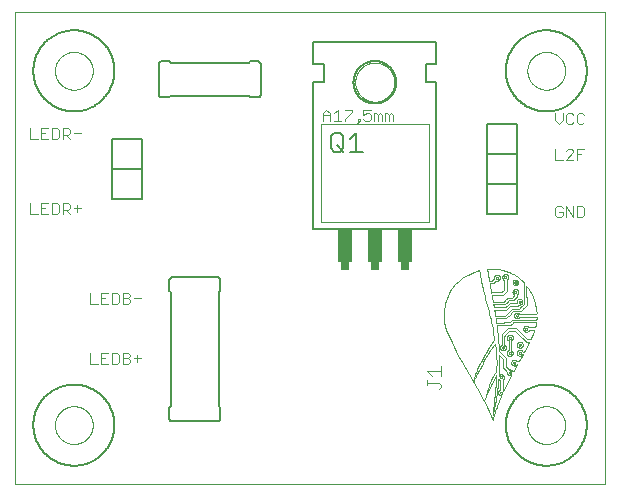
<source format=gto>
G75*
%MOIN*%
%OFA0B0*%
%FSLAX25Y25*%
%IPPOS*%
%LPD*%
%AMOC8*
5,1,8,0,0,1.08239X$1,22.5*
%
%ADD10C,0.00000*%
%ADD11C,0.00300*%
%ADD12C,0.00600*%
%ADD13C,0.00200*%
%ADD14C,0.00700*%
%ADD15C,0.00400*%
%ADD16R,0.03000X0.02500*%
%ADD17R,0.05000X0.11000*%
%ADD18C,0.00500*%
%ADD19R,0.03400X0.02400*%
%ADD20R,0.03200X0.01600*%
%ADD21C,0.00050*%
%ADD22C,0.03000*%
%ADD23R,0.02000X0.03000*%
%ADD24R,0.04000X0.03000*%
%ADD25C,0.00800*%
%ADD26C,0.00001*%
%ADD27R,0.00789X0.00066*%
%ADD28R,0.00263X0.00066*%
%ADD29R,0.00394X0.00066*%
%ADD30R,0.00263X0.00066*%
%ADD31R,0.00328X0.00066*%
%ADD32R,0.00329X0.00066*%
%ADD33R,0.00460X0.00066*%
%ADD34R,0.00460X0.00066*%
%ADD35R,0.00329X0.00066*%
%ADD36R,0.00263X0.00066*%
%ADD37R,0.00197X0.00066*%
%ADD38R,0.00198X0.00066*%
%ADD39R,0.01644X0.00066*%
%ADD40R,0.00658X0.00066*%
%ADD41R,0.00657X0.00066*%
%ADD42R,0.00723X0.00066*%
%ADD43R,0.00854X0.00066*%
%ADD44R,0.00855X0.00066*%
%ADD45R,0.02104X0.00066*%
%ADD46R,0.00855X0.00066*%
%ADD47R,0.00920X0.00066*%
%ADD48R,0.00921X0.00066*%
%ADD49R,0.02433X0.00066*%
%ADD50R,0.00986X0.00066*%
%ADD51R,0.00395X0.00066*%
%ADD52R,0.00987X0.00066*%
%ADD53R,0.02695X0.00066*%
%ADD54R,0.00986X0.00066*%
%ADD55R,0.00526X0.00066*%
%ADD56R,0.02959X0.00066*%
%ADD57R,0.00132X0.00066*%
%ADD58R,0.00394X0.00066*%
%ADD59R,0.00131X0.00066*%
%ADD60R,0.00461X0.00066*%
%ADD61R,0.03091X0.00066*%
%ADD62R,0.03287X0.00066*%
%ADD63R,0.01052X0.00066*%
%ADD64R,0.01052X0.00066*%
%ADD65R,0.01118X0.00066*%
%ADD66R,0.03484X0.00066*%
%ADD67R,0.03616X0.00066*%
%ADD68R,0.03748X0.00066*%
%ADD69R,0.03814X0.00066*%
%ADD70R,0.03880X0.00066*%
%ADD71R,0.00526X0.00066*%
%ADD72R,0.00526X0.00066*%
%ADD73R,0.04011X0.00066*%
%ADD74R,0.04142X0.00066*%
%ADD75R,0.00592X0.00066*%
%ADD76R,0.00789X0.00066*%
%ADD77R,0.04273X0.00066*%
%ADD78R,0.01709X0.00066*%
%ADD79R,0.01709X0.00066*%
%ADD80R,0.00066X0.00066*%
%ADD81R,0.01578X0.00066*%
%ADD82R,0.01512X0.00066*%
%ADD83R,0.01446X0.00066*%
%ADD84R,0.01381X0.00066*%
%ADD85R,0.01315X0.00066*%
%ADD86R,0.01249X0.00066*%
%ADD87R,0.01250X0.00066*%
%ADD88R,0.01184X0.00066*%
%ADD89R,0.01052X0.00066*%
%ADD90R,0.01183X0.00066*%
%ADD91R,0.00591X0.00066*%
%ADD92R,0.01315X0.00066*%
%ADD93R,0.01118X0.00066*%
%ADD94R,0.01643X0.00066*%
%ADD95R,0.01775X0.00066*%
%ADD96R,0.01512X0.00066*%
%ADD97R,0.01841X0.00066*%
%ADD98R,0.01841X0.00066*%
%ADD99R,0.01973X0.00066*%
%ADD100R,0.01776X0.00066*%
%ADD101R,0.02170X0.00066*%
%ADD102R,0.02235X0.00066*%
%ADD103R,0.02235X0.00066*%
%ADD104R,0.02038X0.00066*%
%ADD105R,0.02433X0.00066*%
%ADD106R,0.02039X0.00066*%
%ADD107R,0.02498X0.00066*%
%ADD108R,0.02499X0.00066*%
%ADD109R,0.02170X0.00066*%
%ADD110R,0.02630X0.00066*%
%ADD111R,0.01907X0.00066*%
%ADD112R,0.02761X0.00066*%
%ADD113R,0.02367X0.00066*%
%ADD114R,0.02630X0.00066*%
%ADD115R,0.02827X0.00066*%
%ADD116R,0.02432X0.00066*%
%ADD117R,0.02498X0.00066*%
%ADD118R,0.02893X0.00066*%
%ADD119R,0.02564X0.00066*%
%ADD120R,0.02301X0.00066*%
%ADD121R,0.03156X0.00066*%
%ADD122R,0.03090X0.00066*%
%ADD123R,0.03879X0.00066*%
%ADD124R,0.03024X0.00066*%
%ADD125R,0.03813X0.00066*%
%ADD126R,0.03222X0.00066*%
%ADD127R,0.02696X0.00066*%
%ADD128R,0.03353X0.00066*%
%ADD129R,0.03944X0.00066*%
%ADD130R,0.03879X0.00066*%
%ADD131R,0.03353X0.00066*%
%ADD132R,0.03419X0.00066*%
%ADD133R,0.04076X0.00066*%
%ADD134R,0.03419X0.00066*%
%ADD135R,0.03024X0.00066*%
%ADD136R,0.03945X0.00066*%
%ADD137R,0.03550X0.00066*%
%ADD138R,0.03682X0.00066*%
%ADD139R,0.03682X0.00066*%
%ADD140R,0.03748X0.00066*%
%ADD141R,0.03090X0.00066*%
%ADD142R,0.03945X0.00066*%
%ADD143R,0.04011X0.00066*%
%ADD144R,0.04207X0.00066*%
%ADD145R,0.04143X0.00066*%
%ADD146R,0.04274X0.00066*%
%ADD147R,0.04208X0.00066*%
%ADD148R,0.04208X0.00066*%
%ADD149R,0.04077X0.00066*%
%ADD150R,0.04010X0.00066*%
%ADD151R,0.01972X0.00066*%
%ADD152R,0.01775X0.00066*%
%ADD153R,0.01972X0.00066*%
%ADD154R,0.01578X0.00066*%
%ADD155R,0.01249X0.00066*%
%ADD156R,0.04274X0.00066*%
%ADD157R,0.01578X0.00066*%
%ADD158R,0.01907X0.00066*%
%ADD159R,0.02104X0.00066*%
%ADD160R,0.01644X0.00066*%
%ADD161R,0.01513X0.00066*%
%ADD162R,0.00789X0.00066*%
%ADD163R,0.00657X0.00066*%
%ADD164R,0.00920X0.00066*%
%ADD165R,0.01447X0.00066*%
%ADD166R,0.01380X0.00066*%
%ADD167R,0.01710X0.00066*%
%ADD168R,0.01446X0.00066*%
%ADD169R,0.01381X0.00066*%
%ADD170R,0.01315X0.00066*%
%ADD171R,0.00197X0.00066*%
%ADD172R,0.01183X0.00066*%
%ADD173R,0.04603X0.00066*%
%ADD174R,0.04668X0.00066*%
%ADD175R,0.01117X0.00066*%
%ADD176R,0.02104X0.00066*%
%ADD177R,0.02038X0.00066*%
%ADD178R,0.04537X0.00066*%
%ADD179R,0.00131X0.00066*%
%ADD180R,0.00592X0.00066*%
%ADD181R,0.01906X0.00066*%
%ADD182R,0.04142X0.00066*%
%ADD183R,0.02762X0.00066*%
%ADD184R,0.02827X0.00066*%
%ADD185R,0.03419X0.00066*%
%ADD186R,0.03550X0.00066*%
%ADD187R,0.03156X0.00066*%
%ADD188R,0.02630X0.00066*%
%ADD189R,0.03025X0.00066*%
%ADD190R,0.02564X0.00066*%
%ADD191R,0.02893X0.00066*%
%ADD192R,0.02169X0.00066*%
%ADD193R,0.02367X0.00066*%
%ADD194R,0.02236X0.00066*%
%ADD195R,0.02302X0.00066*%
%ADD196R,0.01841X0.00066*%
D10*
X0007378Y0007378D02*
X0007378Y0164858D01*
X0204228Y0164858D01*
X0204228Y0007378D01*
X0007378Y0007378D01*
X0020764Y0027063D02*
X0020766Y0027221D01*
X0020772Y0027379D01*
X0020782Y0027537D01*
X0020796Y0027695D01*
X0020814Y0027852D01*
X0020835Y0028009D01*
X0020861Y0028165D01*
X0020891Y0028321D01*
X0020924Y0028476D01*
X0020962Y0028629D01*
X0021003Y0028782D01*
X0021048Y0028934D01*
X0021097Y0029085D01*
X0021150Y0029234D01*
X0021206Y0029382D01*
X0021266Y0029528D01*
X0021330Y0029673D01*
X0021398Y0029816D01*
X0021469Y0029958D01*
X0021543Y0030098D01*
X0021621Y0030235D01*
X0021703Y0030371D01*
X0021787Y0030505D01*
X0021876Y0030636D01*
X0021967Y0030765D01*
X0022062Y0030892D01*
X0022159Y0031017D01*
X0022260Y0031139D01*
X0022364Y0031258D01*
X0022471Y0031375D01*
X0022581Y0031489D01*
X0022694Y0031600D01*
X0022809Y0031709D01*
X0022927Y0031814D01*
X0023048Y0031916D01*
X0023171Y0032016D01*
X0023297Y0032112D01*
X0023425Y0032205D01*
X0023555Y0032295D01*
X0023688Y0032381D01*
X0023823Y0032465D01*
X0023959Y0032544D01*
X0024098Y0032621D01*
X0024239Y0032693D01*
X0024381Y0032763D01*
X0024525Y0032828D01*
X0024671Y0032890D01*
X0024818Y0032948D01*
X0024967Y0033003D01*
X0025117Y0033054D01*
X0025268Y0033101D01*
X0025420Y0033144D01*
X0025573Y0033183D01*
X0025728Y0033219D01*
X0025883Y0033250D01*
X0026039Y0033278D01*
X0026195Y0033302D01*
X0026352Y0033322D01*
X0026510Y0033338D01*
X0026667Y0033350D01*
X0026826Y0033358D01*
X0026984Y0033362D01*
X0027142Y0033362D01*
X0027300Y0033358D01*
X0027459Y0033350D01*
X0027616Y0033338D01*
X0027774Y0033322D01*
X0027931Y0033302D01*
X0028087Y0033278D01*
X0028243Y0033250D01*
X0028398Y0033219D01*
X0028553Y0033183D01*
X0028706Y0033144D01*
X0028858Y0033101D01*
X0029009Y0033054D01*
X0029159Y0033003D01*
X0029308Y0032948D01*
X0029455Y0032890D01*
X0029601Y0032828D01*
X0029745Y0032763D01*
X0029887Y0032693D01*
X0030028Y0032621D01*
X0030167Y0032544D01*
X0030303Y0032465D01*
X0030438Y0032381D01*
X0030571Y0032295D01*
X0030701Y0032205D01*
X0030829Y0032112D01*
X0030955Y0032016D01*
X0031078Y0031916D01*
X0031199Y0031814D01*
X0031317Y0031709D01*
X0031432Y0031600D01*
X0031545Y0031489D01*
X0031655Y0031375D01*
X0031762Y0031258D01*
X0031866Y0031139D01*
X0031967Y0031017D01*
X0032064Y0030892D01*
X0032159Y0030765D01*
X0032250Y0030636D01*
X0032339Y0030505D01*
X0032423Y0030371D01*
X0032505Y0030235D01*
X0032583Y0030098D01*
X0032657Y0029958D01*
X0032728Y0029816D01*
X0032796Y0029673D01*
X0032860Y0029528D01*
X0032920Y0029382D01*
X0032976Y0029234D01*
X0033029Y0029085D01*
X0033078Y0028934D01*
X0033123Y0028782D01*
X0033164Y0028629D01*
X0033202Y0028476D01*
X0033235Y0028321D01*
X0033265Y0028165D01*
X0033291Y0028009D01*
X0033312Y0027852D01*
X0033330Y0027695D01*
X0033344Y0027537D01*
X0033354Y0027379D01*
X0033360Y0027221D01*
X0033362Y0027063D01*
X0033360Y0026905D01*
X0033354Y0026747D01*
X0033344Y0026589D01*
X0033330Y0026431D01*
X0033312Y0026274D01*
X0033291Y0026117D01*
X0033265Y0025961D01*
X0033235Y0025805D01*
X0033202Y0025650D01*
X0033164Y0025497D01*
X0033123Y0025344D01*
X0033078Y0025192D01*
X0033029Y0025041D01*
X0032976Y0024892D01*
X0032920Y0024744D01*
X0032860Y0024598D01*
X0032796Y0024453D01*
X0032728Y0024310D01*
X0032657Y0024168D01*
X0032583Y0024028D01*
X0032505Y0023891D01*
X0032423Y0023755D01*
X0032339Y0023621D01*
X0032250Y0023490D01*
X0032159Y0023361D01*
X0032064Y0023234D01*
X0031967Y0023109D01*
X0031866Y0022987D01*
X0031762Y0022868D01*
X0031655Y0022751D01*
X0031545Y0022637D01*
X0031432Y0022526D01*
X0031317Y0022417D01*
X0031199Y0022312D01*
X0031078Y0022210D01*
X0030955Y0022110D01*
X0030829Y0022014D01*
X0030701Y0021921D01*
X0030571Y0021831D01*
X0030438Y0021745D01*
X0030303Y0021661D01*
X0030167Y0021582D01*
X0030028Y0021505D01*
X0029887Y0021433D01*
X0029745Y0021363D01*
X0029601Y0021298D01*
X0029455Y0021236D01*
X0029308Y0021178D01*
X0029159Y0021123D01*
X0029009Y0021072D01*
X0028858Y0021025D01*
X0028706Y0020982D01*
X0028553Y0020943D01*
X0028398Y0020907D01*
X0028243Y0020876D01*
X0028087Y0020848D01*
X0027931Y0020824D01*
X0027774Y0020804D01*
X0027616Y0020788D01*
X0027459Y0020776D01*
X0027300Y0020768D01*
X0027142Y0020764D01*
X0026984Y0020764D01*
X0026826Y0020768D01*
X0026667Y0020776D01*
X0026510Y0020788D01*
X0026352Y0020804D01*
X0026195Y0020824D01*
X0026039Y0020848D01*
X0025883Y0020876D01*
X0025728Y0020907D01*
X0025573Y0020943D01*
X0025420Y0020982D01*
X0025268Y0021025D01*
X0025117Y0021072D01*
X0024967Y0021123D01*
X0024818Y0021178D01*
X0024671Y0021236D01*
X0024525Y0021298D01*
X0024381Y0021363D01*
X0024239Y0021433D01*
X0024098Y0021505D01*
X0023959Y0021582D01*
X0023823Y0021661D01*
X0023688Y0021745D01*
X0023555Y0021831D01*
X0023425Y0021921D01*
X0023297Y0022014D01*
X0023171Y0022110D01*
X0023048Y0022210D01*
X0022927Y0022312D01*
X0022809Y0022417D01*
X0022694Y0022526D01*
X0022581Y0022637D01*
X0022471Y0022751D01*
X0022364Y0022868D01*
X0022260Y0022987D01*
X0022159Y0023109D01*
X0022062Y0023234D01*
X0021967Y0023361D01*
X0021876Y0023490D01*
X0021787Y0023621D01*
X0021703Y0023755D01*
X0021621Y0023891D01*
X0021543Y0024028D01*
X0021469Y0024168D01*
X0021398Y0024310D01*
X0021330Y0024453D01*
X0021266Y0024598D01*
X0021206Y0024744D01*
X0021150Y0024892D01*
X0021097Y0025041D01*
X0021048Y0025192D01*
X0021003Y0025344D01*
X0020962Y0025497D01*
X0020924Y0025650D01*
X0020891Y0025805D01*
X0020861Y0025961D01*
X0020835Y0026117D01*
X0020814Y0026274D01*
X0020796Y0026431D01*
X0020782Y0026589D01*
X0020772Y0026747D01*
X0020766Y0026905D01*
X0020764Y0027063D01*
X0150600Y0061299D02*
X0150939Y0060038D01*
X0151278Y0058778D01*
X0151767Y0057446D01*
X0152367Y0056059D01*
X0152966Y0054672D01*
X0153677Y0053230D01*
X0154459Y0051750D01*
X0155241Y0050269D01*
X0156095Y0048750D01*
X0157868Y0045666D01*
X0158788Y0044102D01*
X0159701Y0042531D01*
X0160614Y0040961D01*
X0161520Y0039384D01*
X0162381Y0037817D01*
X0163243Y0036250D01*
X0164058Y0034693D01*
X0164790Y0033162D01*
X0165521Y0031632D01*
X0166167Y0030127D01*
X0166690Y0028665D01*
X0166762Y0029006D01*
X0166840Y0029347D01*
X0166924Y0029689D01*
X0167009Y0030032D01*
X0167100Y0030375D01*
X0167197Y0030718D01*
X0167294Y0031062D01*
X0167397Y0031406D01*
X0167505Y0031750D01*
X0167614Y0032095D01*
X0167728Y0032440D01*
X0167967Y0033131D01*
X0168092Y0033476D01*
X0168221Y0033822D01*
X0168350Y0034168D01*
X0168485Y0034514D01*
X0168623Y0034860D01*
X0168762Y0035206D01*
X0168904Y0035552D01*
X0169051Y0035898D01*
X0169198Y0036244D01*
X0169348Y0036590D01*
X0169503Y0036936D01*
X0169495Y0036936D01*
X0169493Y0036936D01*
X0169490Y0036935D01*
X0169483Y0036935D01*
X0169415Y0036935D01*
X0169349Y0036942D01*
X0169284Y0036955D01*
X0169220Y0036968D01*
X0169158Y0036987D01*
X0169099Y0037012D01*
X0169040Y0037036D01*
X0168984Y0037067D01*
X0168932Y0037102D01*
X0168879Y0037137D01*
X0168830Y0037177D01*
X0168786Y0037222D01*
X0168741Y0037266D01*
X0168700Y0037315D01*
X0168665Y0037367D01*
X0168629Y0037419D01*
X0168599Y0037475D01*
X0168573Y0037534D01*
X0168548Y0037593D01*
X0168529Y0037655D01*
X0168516Y0037719D01*
X0168502Y0037783D01*
X0168495Y0037849D01*
X0168495Y0037917D01*
X0168495Y0037968D01*
X0168498Y0038018D01*
X0168506Y0038067D01*
X0168513Y0038116D01*
X0168524Y0038163D01*
X0168552Y0038256D01*
X0168570Y0038300D01*
X0168590Y0038343D01*
X0168611Y0038386D01*
X0168634Y0038428D01*
X0168687Y0038506D01*
X0168716Y0038544D01*
X0168747Y0038579D01*
X0168779Y0038614D01*
X0168813Y0038647D01*
X0168849Y0038677D01*
X0168885Y0038707D01*
X0168924Y0038735D01*
X0168964Y0038760D01*
X0169004Y0038785D01*
X0169047Y0038807D01*
X0169091Y0038826D01*
X0169089Y0039233D01*
X0169087Y0040048D01*
X0169086Y0040455D01*
X0169084Y0040863D01*
X0169082Y0041677D01*
X0169080Y0042085D01*
X0169055Y0042096D01*
X0169030Y0042109D01*
X0169005Y0042122D01*
X0168981Y0042135D01*
X0168957Y0042150D01*
X0168934Y0042165D01*
X0168911Y0042180D01*
X0168888Y0042197D01*
X0168866Y0042214D01*
X0168845Y0042231D01*
X0168824Y0042249D01*
X0168804Y0042268D01*
X0168783Y0042287D01*
X0168764Y0042307D01*
X0168746Y0042327D01*
X0168727Y0042348D01*
X0168709Y0042369D01*
X0168693Y0042391D01*
X0168676Y0042414D01*
X0168660Y0042436D01*
X0168645Y0042460D01*
X0168630Y0042483D01*
X0168616Y0042507D01*
X0168603Y0042532D01*
X0168565Y0042054D01*
X0168522Y0041573D01*
X0168474Y0041089D01*
X0168426Y0040604D01*
X0168372Y0040117D01*
X0168313Y0039626D01*
X0168255Y0039135D01*
X0168190Y0038641D01*
X0168120Y0038143D01*
X0168050Y0037645D01*
X0167975Y0037144D01*
X0167894Y0036638D01*
X0167812Y0036133D01*
X0167725Y0035624D01*
X0167632Y0035111D01*
X0167538Y0034599D01*
X0167439Y0034082D01*
X0167333Y0033561D01*
X0167228Y0033040D01*
X0167116Y0032515D01*
X0166997Y0031986D01*
X0166879Y0031456D01*
X0166754Y0030923D01*
X0166622Y0030385D01*
X0166684Y0030854D01*
X0166746Y0031342D01*
X0166808Y0031845D01*
X0166870Y0032349D01*
X0166931Y0032868D01*
X0166991Y0033399D01*
X0167052Y0033930D01*
X0167111Y0034474D01*
X0167169Y0035028D01*
X0167226Y0035581D01*
X0167282Y0036144D01*
X0167336Y0036713D01*
X0167390Y0037282D01*
X0167442Y0037857D01*
X0167491Y0038435D01*
X0167540Y0039014D01*
X0167586Y0039595D01*
X0167629Y0040177D01*
X0167672Y0040758D01*
X0167711Y0041340D01*
X0167783Y0042497D01*
X0167815Y0043072D01*
X0167842Y0043641D01*
X0167681Y0043291D01*
X0167517Y0042949D01*
X0167350Y0042614D01*
X0167184Y0042279D01*
X0167015Y0041951D01*
X0166846Y0041627D01*
X0166677Y0041303D01*
X0166508Y0040983D01*
X0166171Y0040348D01*
X0166004Y0040032D01*
X0165839Y0039716D01*
X0165675Y0039401D01*
X0165513Y0039085D01*
X0165355Y0038767D01*
X0165198Y0038449D01*
X0165044Y0038128D01*
X0164897Y0037803D01*
X0164750Y0037478D01*
X0164608Y0037148D01*
X0164474Y0036812D01*
X0164341Y0036476D01*
X0164214Y0036132D01*
X0164097Y0035780D01*
X0164196Y0036178D01*
X0164301Y0036579D01*
X0164412Y0036983D01*
X0164523Y0037386D01*
X0164640Y0037791D01*
X0164764Y0038196D01*
X0164888Y0038601D01*
X0165018Y0039008D01*
X0165157Y0039413D01*
X0165295Y0039819D01*
X0165441Y0040224D01*
X0165595Y0040627D01*
X0165749Y0041030D01*
X0165912Y0041431D01*
X0166085Y0041829D01*
X0166257Y0042227D01*
X0166438Y0042621D01*
X0166822Y0043402D01*
X0167024Y0043788D01*
X0167237Y0044168D01*
X0167449Y0044549D01*
X0167673Y0044924D01*
X0167909Y0045291D01*
X0167925Y0045749D01*
X0167938Y0046197D01*
X0167947Y0046634D01*
X0167956Y0047071D01*
X0167962Y0047497D01*
X0167964Y0048327D01*
X0167961Y0048730D01*
X0167954Y0049121D01*
X0167947Y0049512D01*
X0167936Y0049891D01*
X0167920Y0050257D01*
X0167904Y0050623D01*
X0167884Y0050977D01*
X0167858Y0051317D01*
X0167833Y0051657D01*
X0167803Y0051983D01*
X0167767Y0052295D01*
X0167732Y0052608D01*
X0167692Y0052906D01*
X0167646Y0053189D01*
X0167600Y0053472D01*
X0167548Y0053741D01*
X0167491Y0053994D01*
X0167187Y0053666D01*
X0166873Y0053280D01*
X0166552Y0052849D01*
X0166231Y0052419D01*
X0165904Y0051945D01*
X0165575Y0051439D01*
X0165246Y0050934D01*
X0164915Y0050398D01*
X0164587Y0049845D01*
X0164259Y0049292D01*
X0163933Y0048721D01*
X0163614Y0048147D01*
X0163295Y0047573D01*
X0162983Y0046995D01*
X0162682Y0046426D01*
X0162381Y0045858D01*
X0162092Y0045299D01*
X0161818Y0044763D01*
X0161545Y0044228D01*
X0161287Y0043715D01*
X0161049Y0043240D01*
X0160811Y0042764D01*
X0160593Y0042325D01*
X0160400Y0041936D01*
X0160464Y0042431D01*
X0160579Y0042958D01*
X0160734Y0043509D01*
X0160890Y0044060D01*
X0161086Y0044634D01*
X0161316Y0045222D01*
X0161545Y0045810D01*
X0161807Y0046413D01*
X0162093Y0047022D01*
X0162379Y0047630D01*
X0162690Y0048244D01*
X0163016Y0048856D01*
X0163342Y0049467D01*
X0163683Y0050075D01*
X0164032Y0050671D01*
X0164381Y0051267D01*
X0164736Y0051851D01*
X0165091Y0052414D01*
X0165446Y0052977D01*
X0165799Y0053520D01*
X0166142Y0054033D01*
X0166485Y0054546D01*
X0166818Y0055030D01*
X0167133Y0055475D01*
X0167064Y0056433D01*
X0166949Y0057399D01*
X0166799Y0058372D01*
X0166649Y0059344D01*
X0166464Y0060322D01*
X0166256Y0061304D01*
X0166047Y0062285D01*
X0165814Y0063269D01*
X0165567Y0064252D01*
X0165321Y0065236D01*
X0165061Y0066220D01*
X0164798Y0067200D01*
X0164535Y0068180D01*
X0164269Y0069157D01*
X0164011Y0070127D01*
X0163753Y0071098D01*
X0163503Y0072062D01*
X0163038Y0073972D01*
X0162825Y0074918D01*
X0162639Y0075851D01*
X0162455Y0076784D01*
X0162299Y0077705D01*
X0162182Y0078610D01*
X0161385Y0078371D01*
X0160603Y0078095D01*
X0159845Y0077778D01*
X0159087Y0077461D01*
X0158354Y0077102D01*
X0156951Y0076293D01*
X0156282Y0075843D01*
X0155655Y0075344D01*
X0155028Y0074844D01*
X0154441Y0074294D01*
X0153905Y0073691D01*
X0153369Y0073087D01*
X0152882Y0072430D01*
X0152454Y0071714D01*
X0152026Y0070998D01*
X0151656Y0070225D01*
X0151354Y0069389D01*
X0151051Y0068552D01*
X0150816Y0067654D01*
X0150656Y0066689D01*
X0150496Y0065724D01*
X0150412Y0064693D01*
X0150412Y0062489D01*
X0150600Y0061299D01*
X0166630Y0068912D02*
X0166598Y0069095D01*
X0166549Y0069369D01*
X0166533Y0069461D01*
X0166517Y0069552D01*
X0166500Y0069644D01*
X0166484Y0069735D01*
X0166468Y0069827D01*
X0166452Y0069919D01*
X0166435Y0070010D01*
X0166419Y0070102D01*
X0166402Y0070193D01*
X0166386Y0070285D01*
X0166370Y0070377D01*
X0166833Y0070375D01*
X0167297Y0070373D01*
X0167760Y0070370D01*
X0168223Y0070368D01*
X0168687Y0070366D01*
X0169150Y0070364D01*
X0170077Y0070360D01*
X0170232Y0070524D01*
X0170386Y0070688D01*
X0170541Y0070851D01*
X0170850Y0071179D01*
X0171005Y0071342D01*
X0171160Y0071506D01*
X0171315Y0071670D01*
X0171313Y0072150D01*
X0171312Y0072630D01*
X0171310Y0073110D01*
X0171309Y0073590D01*
X0171307Y0074070D01*
X0171306Y0074550D01*
X0171305Y0075030D01*
X0171303Y0075510D01*
X0171344Y0075530D01*
X0171382Y0075553D01*
X0171419Y0075579D01*
X0171456Y0075604D01*
X0171491Y0075632D01*
X0171524Y0075662D01*
X0171557Y0075692D01*
X0171588Y0075725D01*
X0171617Y0075759D01*
X0171646Y0075793D01*
X0171672Y0075830D01*
X0171696Y0075868D01*
X0171720Y0075906D01*
X0171741Y0075946D01*
X0171760Y0075987D01*
X0171778Y0076028D01*
X0171794Y0076071D01*
X0171807Y0076115D01*
X0171820Y0076159D01*
X0171830Y0076205D01*
X0171836Y0076251D01*
X0171843Y0076298D01*
X0171846Y0076345D01*
X0171846Y0076393D01*
X0171846Y0076461D01*
X0171839Y0076528D01*
X0171825Y0076592D01*
X0171812Y0076656D01*
X0171793Y0076718D01*
X0171767Y0076777D01*
X0171742Y0076835D01*
X0171712Y0076891D01*
X0171641Y0076996D01*
X0171600Y0077045D01*
X0171555Y0077089D01*
X0171511Y0077134D01*
X0171462Y0077174D01*
X0171409Y0077209D01*
X0171357Y0077244D01*
X0171301Y0077275D01*
X0171242Y0077299D01*
X0171183Y0077324D01*
X0171121Y0077343D01*
X0171057Y0077356D01*
X0170992Y0077369D01*
X0170926Y0077376D01*
X0170858Y0077376D01*
X0170790Y0077375D01*
X0170724Y0077368D01*
X0170660Y0077355D01*
X0170596Y0077342D01*
X0170534Y0077322D01*
X0170475Y0077297D01*
X0170416Y0077272D01*
X0170360Y0077241D01*
X0170308Y0077206D01*
X0170256Y0077170D01*
X0170207Y0077130D01*
X0170162Y0077085D01*
X0170118Y0077040D01*
X0170078Y0076991D01*
X0170043Y0076939D01*
X0170007Y0076886D01*
X0169977Y0076830D01*
X0169952Y0076771D01*
X0169928Y0076712D01*
X0169908Y0076650D01*
X0169895Y0076586D01*
X0169883Y0076522D01*
X0169876Y0076455D01*
X0169876Y0076387D01*
X0169876Y0076345D01*
X0169879Y0076302D01*
X0169885Y0076261D01*
X0169890Y0076219D01*
X0169898Y0076179D01*
X0169908Y0076139D01*
X0169919Y0076100D01*
X0169932Y0076061D01*
X0169947Y0076023D01*
X0169962Y0075986D01*
X0169979Y0075950D01*
X0169999Y0075914D01*
X0170018Y0075879D01*
X0170039Y0075846D01*
X0170063Y0075813D01*
X0170086Y0075781D01*
X0170111Y0075750D01*
X0170138Y0075721D01*
X0170165Y0075692D01*
X0170194Y0075664D01*
X0170224Y0075639D01*
X0170255Y0075613D01*
X0170287Y0075589D01*
X0170320Y0075567D01*
X0170324Y0075560D01*
X0170328Y0075553D01*
X0170332Y0075545D01*
X0170335Y0075538D01*
X0170339Y0075530D01*
X0170343Y0075522D01*
X0170346Y0075514D01*
X0170350Y0075506D01*
X0170353Y0075498D01*
X0170356Y0075490D01*
X0170360Y0075482D01*
X0170363Y0075473D01*
X0170366Y0075465D01*
X0170369Y0075456D01*
X0170372Y0075447D01*
X0170375Y0075439D01*
X0170377Y0075430D01*
X0170380Y0075420D01*
X0170382Y0075411D01*
X0170385Y0075402D01*
X0170389Y0075383D01*
X0170392Y0075373D01*
X0170394Y0075363D01*
X0170394Y0075273D01*
X0170394Y0075183D01*
X0170394Y0075093D01*
X0170395Y0075004D01*
X0170395Y0074914D01*
X0170395Y0074824D01*
X0170395Y0074734D01*
X0170396Y0074644D01*
X0170396Y0074554D01*
X0170396Y0074465D01*
X0170397Y0074285D01*
X0170397Y0074195D01*
X0170397Y0074105D01*
X0170398Y0074016D01*
X0170398Y0073926D01*
X0170398Y0073836D01*
X0170399Y0073656D01*
X0170399Y0073566D01*
X0170400Y0073477D01*
X0170400Y0073387D01*
X0170401Y0073207D01*
X0170402Y0073074D01*
X0170403Y0072941D01*
X0170404Y0072807D01*
X0170405Y0072674D01*
X0170406Y0072541D01*
X0170407Y0072407D01*
X0170408Y0072274D01*
X0170409Y0072141D01*
X0170305Y0072037D01*
X0170201Y0071934D01*
X0170097Y0071830D01*
X0169890Y0071622D01*
X0169682Y0071415D01*
X0169578Y0071311D01*
X0169161Y0071309D01*
X0168745Y0071306D01*
X0168328Y0071303D01*
X0167912Y0071301D01*
X0167495Y0071298D01*
X0167078Y0071295D01*
X0166662Y0071292D01*
X0166245Y0071290D01*
X0166245Y0071174D01*
X0166237Y0071133D01*
X0166221Y0071151D01*
X0166206Y0071170D01*
X0166183Y0071246D01*
X0166156Y0071365D01*
X0166129Y0071483D01*
X0166098Y0071643D01*
X0166064Y0071828D01*
X0166030Y0072013D01*
X0165993Y0072223D01*
X0165957Y0072440D01*
X0165921Y0072658D01*
X0165884Y0072883D01*
X0165849Y0073100D01*
X0165815Y0073316D01*
X0165782Y0073523D01*
X0165754Y0073704D01*
X0165726Y0073886D01*
X0165703Y0074041D01*
X0165686Y0074153D01*
X0165668Y0074266D01*
X0165658Y0074335D01*
X0165656Y0074345D01*
X0165676Y0074345D01*
X0165682Y0074345D01*
X0165689Y0074345D01*
X0165709Y0074345D01*
X0165709Y0074349D01*
X0165872Y0074352D01*
X0166035Y0074355D01*
X0166198Y0074358D01*
X0166361Y0074360D01*
X0166524Y0074363D01*
X0166687Y0074366D01*
X0166850Y0074369D01*
X0167013Y0074371D01*
X0167039Y0074401D01*
X0167068Y0074433D01*
X0167099Y0074466D01*
X0167131Y0074499D01*
X0167165Y0074534D01*
X0167201Y0074571D01*
X0167237Y0074607D01*
X0167275Y0074644D01*
X0167314Y0074682D01*
X0167353Y0074720D01*
X0167393Y0074759D01*
X0167433Y0074798D01*
X0167474Y0074836D01*
X0167515Y0074875D01*
X0167555Y0074914D01*
X0167596Y0074952D01*
X0167636Y0074990D01*
X0167715Y0075064D01*
X0167753Y0075101D01*
X0167789Y0075136D01*
X0167826Y0075170D01*
X0167861Y0075204D01*
X0167893Y0075236D01*
X0167901Y0075234D01*
X0167909Y0075233D01*
X0167924Y0075230D01*
X0167932Y0075229D01*
X0167940Y0075228D01*
X0167948Y0075226D01*
X0167956Y0075225D01*
X0167964Y0075224D01*
X0167972Y0075223D01*
X0167980Y0075222D01*
X0167988Y0075222D01*
X0167996Y0075221D01*
X0168004Y0075220D01*
X0168013Y0075220D01*
X0168021Y0075219D01*
X0168029Y0075219D01*
X0168037Y0075218D01*
X0168045Y0075218D01*
X0168053Y0075218D01*
X0168061Y0075217D01*
X0168070Y0075217D01*
X0168078Y0075217D01*
X0168086Y0075217D01*
X0168154Y0075217D01*
X0168221Y0075225D01*
X0168285Y0075238D01*
X0168349Y0075251D01*
X0168410Y0075271D01*
X0168469Y0075296D01*
X0168528Y0075321D01*
X0168584Y0075352D01*
X0168689Y0075423D01*
X0168737Y0075463D01*
X0168782Y0075508D01*
X0168826Y0075553D01*
X0168866Y0075602D01*
X0168902Y0075654D01*
X0168937Y0075707D01*
X0168967Y0075763D01*
X0168992Y0075822D01*
X0169017Y0075881D01*
X0169036Y0075943D01*
X0169049Y0076007D01*
X0169062Y0076071D01*
X0169068Y0076138D01*
X0169068Y0076206D01*
X0169068Y0076274D01*
X0169061Y0076340D01*
X0169048Y0076404D01*
X0169034Y0076468D01*
X0169015Y0076530D01*
X0168989Y0076589D01*
X0168964Y0076647D01*
X0168934Y0076703D01*
X0168898Y0076756D01*
X0168862Y0076808D01*
X0168822Y0076857D01*
X0168777Y0076901D01*
X0168733Y0076946D01*
X0168684Y0076986D01*
X0168631Y0077021D01*
X0168579Y0077056D01*
X0168523Y0077087D01*
X0168464Y0077111D01*
X0168405Y0077136D01*
X0168343Y0077155D01*
X0168278Y0077168D01*
X0168214Y0077181D01*
X0168148Y0077188D01*
X0168080Y0077187D01*
X0168012Y0077187D01*
X0167946Y0077180D01*
X0167882Y0077167D01*
X0167817Y0077153D01*
X0167756Y0077134D01*
X0167697Y0077109D01*
X0167638Y0077084D01*
X0167582Y0077053D01*
X0167530Y0077017D01*
X0167478Y0076982D01*
X0167429Y0076942D01*
X0167340Y0076852D01*
X0167300Y0076803D01*
X0167265Y0076751D01*
X0167229Y0076698D01*
X0167199Y0076642D01*
X0167174Y0076583D01*
X0167150Y0076524D01*
X0167130Y0076462D01*
X0167118Y0076398D01*
X0167105Y0076334D01*
X0167098Y0076267D01*
X0167098Y0076199D01*
X0167098Y0076186D01*
X0167098Y0076173D01*
X0167099Y0076160D01*
X0167099Y0076147D01*
X0167100Y0076134D01*
X0167101Y0076121D01*
X0167102Y0076109D01*
X0167104Y0076096D01*
X0167105Y0076083D01*
X0167107Y0076070D01*
X0167109Y0076058D01*
X0167111Y0076045D01*
X0167113Y0076033D01*
X0167115Y0076020D01*
X0167117Y0076008D01*
X0167120Y0075995D01*
X0167123Y0075983D01*
X0167126Y0075971D01*
X0167128Y0075958D01*
X0167132Y0075946D01*
X0167135Y0075934D01*
X0167138Y0075922D01*
X0167142Y0075910D01*
X0167146Y0075898D01*
X0167061Y0075819D01*
X0166977Y0075739D01*
X0166892Y0075659D01*
X0166722Y0075499D01*
X0166638Y0075419D01*
X0166553Y0075339D01*
X0166468Y0075259D01*
X0166347Y0075258D01*
X0166225Y0075257D01*
X0166103Y0075256D01*
X0165982Y0075254D01*
X0165860Y0075253D01*
X0165617Y0075251D01*
X0165495Y0075249D01*
X0165468Y0075403D01*
X0165441Y0075556D01*
X0165414Y0075710D01*
X0165387Y0075864D01*
X0165360Y0076018D01*
X0165333Y0076172D01*
X0165306Y0076326D01*
X0165279Y0076481D01*
X0165252Y0076635D01*
X0165225Y0076790D01*
X0165198Y0076945D01*
X0165172Y0077100D01*
X0165145Y0077255D01*
X0165118Y0077410D01*
X0165092Y0077566D01*
X0165065Y0077721D01*
X0165039Y0077877D01*
X0165012Y0078032D01*
X0164986Y0078188D01*
X0164960Y0078345D01*
X0164934Y0078501D01*
X0164907Y0078657D01*
X0164881Y0078814D01*
X0164855Y0078971D01*
X0165470Y0079056D01*
X0166075Y0079100D01*
X0167262Y0079115D01*
X0167844Y0079084D01*
X0168414Y0079019D01*
X0168984Y0078953D01*
X0169541Y0078852D01*
X0170084Y0078719D01*
X0170627Y0078585D01*
X0171156Y0078419D01*
X0171671Y0078222D01*
X0172184Y0078026D01*
X0172683Y0077799D01*
X0173165Y0077544D01*
X0173648Y0077290D01*
X0174113Y0077007D01*
X0175009Y0076392D01*
X0175439Y0076059D01*
X0175849Y0075703D01*
X0176260Y0075347D01*
X0176651Y0074969D01*
X0177022Y0074570D01*
X0177024Y0073674D01*
X0177026Y0071881D01*
X0177028Y0070985D01*
X0177029Y0070089D01*
X0177032Y0068297D01*
X0177033Y0067401D01*
X0176846Y0067215D01*
X0176658Y0067030D01*
X0176470Y0066844D01*
X0176282Y0066659D01*
X0176095Y0066473D01*
X0175907Y0066288D01*
X0175719Y0066102D01*
X0175532Y0065917D01*
X0175241Y0065914D01*
X0174950Y0065911D01*
X0174659Y0065908D01*
X0174369Y0065904D01*
X0174078Y0065901D01*
X0173787Y0065898D01*
X0173497Y0065895D01*
X0173206Y0065892D01*
X0172913Y0065604D01*
X0172326Y0065028D01*
X0172033Y0064740D01*
X0171740Y0064452D01*
X0171153Y0063877D01*
X0170860Y0063589D01*
X0170443Y0063587D01*
X0169609Y0063582D01*
X0168775Y0063577D01*
X0168358Y0063574D01*
X0167941Y0063572D01*
X0167524Y0063569D01*
X0167512Y0063647D01*
X0167500Y0063725D01*
X0167487Y0063803D01*
X0167475Y0063881D01*
X0167463Y0063959D01*
X0167451Y0064036D01*
X0167438Y0064114D01*
X0167426Y0064192D01*
X0167414Y0064270D01*
X0167402Y0064348D01*
X0167389Y0064426D01*
X0167377Y0064504D01*
X0167364Y0064582D01*
X0167339Y0064737D01*
X0167327Y0064815D01*
X0167314Y0064893D01*
X0167302Y0064971D01*
X0167289Y0065049D01*
X0167276Y0065126D01*
X0167264Y0065204D01*
X0167251Y0065282D01*
X0167238Y0065360D01*
X0167225Y0065438D01*
X0167729Y0065443D01*
X0168233Y0065448D01*
X0168737Y0065452D01*
X0169744Y0065462D01*
X0170248Y0065467D01*
X0170752Y0065472D01*
X0171255Y0065477D01*
X0171420Y0065645D01*
X0171584Y0065813D01*
X0171748Y0065982D01*
X0171912Y0066150D01*
X0172077Y0066318D01*
X0172241Y0066486D01*
X0172405Y0066655D01*
X0172569Y0066823D01*
X0172869Y0066825D01*
X0173169Y0066827D01*
X0173469Y0066830D01*
X0174069Y0066834D01*
X0174369Y0066836D01*
X0174969Y0066841D01*
X0175111Y0067000D01*
X0175206Y0067107D01*
X0175348Y0067266D01*
X0175359Y0067263D01*
X0175370Y0067260D01*
X0175382Y0067257D01*
X0175393Y0067254D01*
X0175404Y0067252D01*
X0175416Y0067249D01*
X0175427Y0067247D01*
X0175438Y0067244D01*
X0175461Y0067240D01*
X0175473Y0067238D01*
X0175485Y0067237D01*
X0175496Y0067235D01*
X0175508Y0067233D01*
X0175532Y0067231D01*
X0175544Y0067230D01*
X0175568Y0067228D01*
X0175580Y0067228D01*
X0175592Y0067227D01*
X0175604Y0067227D01*
X0175616Y0067227D01*
X0175628Y0067227D01*
X0175696Y0067227D01*
X0175762Y0067234D01*
X0175827Y0067247D01*
X0175891Y0067261D01*
X0175952Y0067280D01*
X0176011Y0067305D01*
X0176070Y0067330D01*
X0176126Y0067361D01*
X0176178Y0067397D01*
X0176231Y0067432D01*
X0176279Y0067473D01*
X0176324Y0067517D01*
X0176368Y0067562D01*
X0176408Y0067611D01*
X0176444Y0067663D01*
X0176479Y0067716D01*
X0176509Y0067772D01*
X0176534Y0067831D01*
X0176559Y0067890D01*
X0176578Y0067952D01*
X0176591Y0068016D01*
X0176604Y0068080D01*
X0176610Y0068147D01*
X0176610Y0068283D01*
X0176603Y0068349D01*
X0176590Y0068413D01*
X0176576Y0068477D01*
X0176557Y0068539D01*
X0176531Y0068598D01*
X0176506Y0068657D01*
X0176476Y0068713D01*
X0176440Y0068765D01*
X0176404Y0068817D01*
X0176364Y0068866D01*
X0176319Y0068910D01*
X0176275Y0068955D01*
X0176226Y0068995D01*
X0176173Y0069030D01*
X0176121Y0069065D01*
X0176065Y0069096D01*
X0176006Y0069120D01*
X0175946Y0069145D01*
X0175885Y0069164D01*
X0175820Y0069177D01*
X0175756Y0069190D01*
X0175690Y0069197D01*
X0175622Y0069197D01*
X0175554Y0069196D01*
X0175487Y0069189D01*
X0175423Y0069176D01*
X0175359Y0069163D01*
X0175298Y0069143D01*
X0175239Y0069118D01*
X0175180Y0069093D01*
X0175124Y0069062D01*
X0175072Y0069027D01*
X0175019Y0068991D01*
X0174971Y0068951D01*
X0174926Y0068906D01*
X0174882Y0068862D01*
X0174842Y0068813D01*
X0174806Y0068760D01*
X0174771Y0068708D01*
X0174741Y0068651D01*
X0174716Y0068592D01*
X0174691Y0068533D01*
X0174672Y0068472D01*
X0174659Y0068407D01*
X0174646Y0068343D01*
X0174640Y0068277D01*
X0174640Y0068209D01*
X0174640Y0068198D01*
X0174640Y0068186D01*
X0174640Y0068175D01*
X0174641Y0068164D01*
X0174641Y0068153D01*
X0174642Y0068142D01*
X0174643Y0068131D01*
X0174644Y0068120D01*
X0174645Y0068109D01*
X0174646Y0068098D01*
X0174648Y0068087D01*
X0174649Y0068076D01*
X0174651Y0068066D01*
X0174652Y0068055D01*
X0174654Y0068044D01*
X0174656Y0068033D01*
X0174658Y0068023D01*
X0174662Y0068002D01*
X0174665Y0067991D01*
X0174667Y0067981D01*
X0174670Y0067970D01*
X0174672Y0067960D01*
X0174675Y0067949D01*
X0174644Y0067926D01*
X0174614Y0067902D01*
X0174583Y0067879D01*
X0174552Y0067855D01*
X0174521Y0067831D01*
X0174490Y0067808D01*
X0174459Y0067784D01*
X0174428Y0067761D01*
X0174172Y0067759D01*
X0173916Y0067758D01*
X0173660Y0067756D01*
X0173404Y0067755D01*
X0173148Y0067753D01*
X0172891Y0067752D01*
X0172635Y0067750D01*
X0172379Y0067749D01*
X0172194Y0067574D01*
X0172010Y0067400D01*
X0171825Y0067225D01*
X0171456Y0066876D01*
X0171271Y0066702D01*
X0171087Y0066527D01*
X0170902Y0066353D01*
X0170743Y0066352D01*
X0170583Y0066351D01*
X0170424Y0066350D01*
X0170265Y0066350D01*
X0170105Y0066350D01*
X0169946Y0066349D01*
X0169786Y0066349D01*
X0169148Y0066349D01*
X0168988Y0066349D01*
X0168829Y0066349D01*
X0168191Y0066349D01*
X0168031Y0066349D01*
X0167872Y0066349D01*
X0167712Y0066349D01*
X0167553Y0066348D01*
X0167393Y0066348D01*
X0167233Y0066347D01*
X0167074Y0066346D01*
X0167067Y0066385D01*
X0167061Y0066424D01*
X0167054Y0066463D01*
X0167048Y0066502D01*
X0167041Y0066541D01*
X0167028Y0066619D01*
X0167021Y0066657D01*
X0167015Y0066696D01*
X0167008Y0066735D01*
X0167002Y0066774D01*
X0166988Y0066852D01*
X0166982Y0066891D01*
X0166975Y0066929D01*
X0166968Y0066968D01*
X0166962Y0067007D01*
X0166955Y0067046D01*
X0166949Y0067085D01*
X0166942Y0067124D01*
X0166935Y0067163D01*
X0166929Y0067202D01*
X0166922Y0067241D01*
X0166915Y0067280D01*
X0167410Y0067283D01*
X0168398Y0067291D01*
X0168892Y0067294D01*
X0169387Y0067298D01*
X0170375Y0067306D01*
X0170870Y0067309D01*
X0171195Y0067638D01*
X0171358Y0067802D01*
X0171521Y0067966D01*
X0171683Y0068130D01*
X0171846Y0068295D01*
X0172172Y0068623D01*
X0172339Y0068630D01*
X0172507Y0068637D01*
X0172675Y0068645D01*
X0173010Y0068659D01*
X0173178Y0068666D01*
X0173346Y0068673D01*
X0173513Y0068680D01*
X0173967Y0069142D01*
X0174119Y0069296D01*
X0174270Y0069450D01*
X0174724Y0069911D01*
X0174721Y0069994D01*
X0174718Y0070077D01*
X0174715Y0070159D01*
X0174712Y0070242D01*
X0174709Y0070324D01*
X0174706Y0070407D01*
X0174704Y0070490D01*
X0174701Y0070572D01*
X0174741Y0070592D01*
X0174781Y0070615D01*
X0174818Y0070641D01*
X0174855Y0070666D01*
X0174891Y0070694D01*
X0174924Y0070724D01*
X0174958Y0070754D01*
X0174989Y0070787D01*
X0175018Y0070821D01*
X0175047Y0070856D01*
X0175074Y0070892D01*
X0175122Y0070968D01*
X0175144Y0071008D01*
X0175162Y0071050D01*
X0175181Y0071091D01*
X0175197Y0071134D01*
X0175210Y0071179D01*
X0175223Y0071223D01*
X0175233Y0071269D01*
X0175240Y0071316D01*
X0175246Y0071362D01*
X0175250Y0071410D01*
X0175250Y0071459D01*
X0175249Y0071527D01*
X0175242Y0071593D01*
X0175229Y0071657D01*
X0175216Y0071721D01*
X0175196Y0071783D01*
X0175171Y0071842D01*
X0175146Y0071901D01*
X0175115Y0071957D01*
X0175080Y0072009D01*
X0175044Y0072061D01*
X0175003Y0072110D01*
X0174959Y0072154D01*
X0174914Y0072199D01*
X0174865Y0072239D01*
X0174813Y0072274D01*
X0174760Y0072309D01*
X0174704Y0072340D01*
X0174645Y0072365D01*
X0174586Y0072389D01*
X0174524Y0072408D01*
X0174460Y0072421D01*
X0174396Y0072434D01*
X0174330Y0072441D01*
X0174262Y0072441D01*
X0174194Y0072440D01*
X0174127Y0072433D01*
X0174063Y0072420D01*
X0173999Y0072407D01*
X0173937Y0072387D01*
X0173878Y0072362D01*
X0173819Y0072337D01*
X0173764Y0072306D01*
X0173711Y0072271D01*
X0173659Y0072235D01*
X0173610Y0072195D01*
X0173566Y0072150D01*
X0173521Y0072105D01*
X0173481Y0072056D01*
X0173446Y0072004D01*
X0173411Y0071951D01*
X0173381Y0071895D01*
X0173356Y0071836D01*
X0173331Y0071777D01*
X0173312Y0071715D01*
X0173299Y0071651D01*
X0173286Y0071587D01*
X0173279Y0071521D01*
X0173280Y0071453D01*
X0173280Y0071406D01*
X0173283Y0071359D01*
X0173290Y0071314D01*
X0173296Y0071269D01*
X0173306Y0071225D01*
X0173318Y0071182D01*
X0173330Y0071139D01*
X0173346Y0071097D01*
X0173364Y0071057D01*
X0173382Y0071017D01*
X0173402Y0070978D01*
X0173425Y0070940D01*
X0173448Y0070903D01*
X0173473Y0070867D01*
X0173501Y0070834D01*
X0173528Y0070800D01*
X0173558Y0070768D01*
X0173590Y0070738D01*
X0173621Y0070709D01*
X0173655Y0070681D01*
X0173690Y0070655D01*
X0173726Y0070630D01*
X0173763Y0070607D01*
X0173802Y0070586D01*
X0173803Y0070535D01*
X0173804Y0070484D01*
X0173805Y0070433D01*
X0173806Y0070382D01*
X0173808Y0070331D01*
X0173809Y0070280D01*
X0173810Y0070229D01*
X0173811Y0070178D01*
X0173737Y0070106D01*
X0173662Y0070034D01*
X0173587Y0069962D01*
X0173513Y0069890D01*
X0173438Y0069817D01*
X0173363Y0069745D01*
X0173289Y0069673D01*
X0173214Y0069601D01*
X0172844Y0069597D01*
X0172659Y0069595D01*
X0172289Y0069590D01*
X0172104Y0069588D01*
X0171919Y0069586D01*
X0171735Y0069584D01*
X0171558Y0069410D01*
X0171382Y0069236D01*
X0171206Y0069063D01*
X0170853Y0068716D01*
X0170677Y0068542D01*
X0170500Y0068369D01*
X0170324Y0068195D01*
X0169879Y0068194D01*
X0169433Y0068192D01*
X0168987Y0068190D01*
X0168096Y0068187D01*
X0167650Y0068185D01*
X0167204Y0068184D01*
X0166759Y0068182D01*
X0166743Y0068273D01*
X0166727Y0068364D01*
X0166711Y0068456D01*
X0166694Y0068547D01*
X0166678Y0068638D01*
X0166662Y0068730D01*
X0166646Y0068821D01*
X0166630Y0068912D01*
X0173896Y0071332D02*
X0173889Y0071355D01*
X0173884Y0071378D01*
X0173879Y0071402D01*
X0173876Y0071426D01*
X0173876Y0071451D01*
X0173876Y0071476D01*
X0173879Y0071500D01*
X0173883Y0071524D01*
X0173888Y0071547D01*
X0173895Y0071570D01*
X0173904Y0071592D01*
X0173913Y0071613D01*
X0173924Y0071634D01*
X0173937Y0071653D01*
X0173950Y0071672D01*
X0173965Y0071690D01*
X0173998Y0071723D01*
X0174015Y0071738D01*
X0174034Y0071751D01*
X0174054Y0071764D01*
X0174074Y0071775D01*
X0174096Y0071784D01*
X0174117Y0071793D01*
X0174140Y0071801D01*
X0174163Y0071805D01*
X0174187Y0071810D01*
X0174211Y0071813D01*
X0174236Y0071813D01*
X0174261Y0071813D01*
X0174285Y0071811D01*
X0174309Y0071806D01*
X0174332Y0071801D01*
X0174355Y0071794D01*
X0174377Y0071785D01*
X0174398Y0071776D01*
X0174419Y0071765D01*
X0174438Y0071752D01*
X0174457Y0071739D01*
X0174475Y0071724D01*
X0174492Y0071708D01*
X0174508Y0071692D01*
X0174523Y0071674D01*
X0174536Y0071655D01*
X0174549Y0071636D01*
X0174560Y0071615D01*
X0174578Y0071572D01*
X0174586Y0071549D01*
X0174591Y0071526D01*
X0174595Y0071502D01*
X0174598Y0071478D01*
X0174598Y0071428D01*
X0174596Y0071404D01*
X0174591Y0071380D01*
X0174586Y0071357D01*
X0174579Y0071334D01*
X0174570Y0071313D01*
X0174561Y0071291D01*
X0174550Y0071271D01*
X0174524Y0071232D01*
X0174509Y0071214D01*
X0174477Y0071181D01*
X0174459Y0071166D01*
X0174440Y0071153D01*
X0174421Y0071140D01*
X0174400Y0071129D01*
X0174379Y0071120D01*
X0174357Y0071111D01*
X0174334Y0071104D01*
X0174311Y0071099D01*
X0174287Y0071094D01*
X0174263Y0071091D01*
X0174238Y0071091D01*
X0174213Y0071091D01*
X0174189Y0071094D01*
X0174165Y0071098D01*
X0174142Y0071103D01*
X0174119Y0071110D01*
X0174098Y0071119D01*
X0174076Y0071128D01*
X0174055Y0071139D01*
X0174036Y0071152D01*
X0174017Y0071165D01*
X0173999Y0071180D01*
X0173966Y0071212D01*
X0173952Y0071230D01*
X0173938Y0071250D01*
X0173925Y0071269D01*
X0173914Y0071289D01*
X0173905Y0071311D01*
X0173896Y0071332D01*
X0174099Y0073710D02*
X0173973Y0073738D01*
X0173848Y0073766D01*
X0173740Y0073819D01*
X0173649Y0073889D01*
X0173558Y0073960D01*
X0173484Y0074048D01*
X0173428Y0074146D01*
X0173372Y0074245D01*
X0173335Y0074354D01*
X0173316Y0074467D01*
X0173296Y0074580D01*
X0173296Y0074696D01*
X0173314Y0074808D01*
X0173332Y0074921D01*
X0173369Y0075029D01*
X0173426Y0075127D01*
X0173483Y0075226D01*
X0173560Y0075313D01*
X0173656Y0075382D01*
X0173753Y0075452D01*
X0173870Y0075504D01*
X0174007Y0075530D01*
X0174163Y0075561D01*
X0174304Y0075559D01*
X0174430Y0075532D01*
X0174555Y0075505D01*
X0174665Y0075452D01*
X0174758Y0075382D01*
X0174850Y0075312D01*
X0174926Y0075223D01*
X0174984Y0075124D01*
X0175043Y0075025D01*
X0175083Y0074915D01*
X0175104Y0074802D01*
X0175126Y0074689D01*
X0175129Y0074572D01*
X0175112Y0074458D01*
X0175095Y0074345D01*
X0175058Y0074236D01*
X0175000Y0074137D01*
X0174943Y0074039D01*
X0174865Y0073951D01*
X0174765Y0073882D01*
X0174665Y0073812D01*
X0174543Y0073761D01*
X0174399Y0073735D01*
X0174241Y0073707D01*
X0174099Y0073710D01*
X0174199Y0074264D02*
X0174175Y0074269D01*
X0174152Y0074276D01*
X0174131Y0074285D01*
X0174109Y0074294D01*
X0174089Y0074305D01*
X0174069Y0074318D01*
X0174050Y0074331D01*
X0174032Y0074346D01*
X0174016Y0074362D01*
X0173999Y0074378D01*
X0173984Y0074396D01*
X0173971Y0074415D01*
X0173958Y0074435D01*
X0173947Y0074455D01*
X0173938Y0074477D01*
X0173929Y0074498D01*
X0173922Y0074521D01*
X0173917Y0074544D01*
X0173912Y0074568D01*
X0173909Y0074592D01*
X0173909Y0074642D01*
X0173912Y0074666D01*
X0173916Y0074690D01*
X0173921Y0074713D01*
X0173928Y0074736D01*
X0173937Y0074757D01*
X0173946Y0074779D01*
X0173957Y0074800D01*
X0173970Y0074819D01*
X0173983Y0074838D01*
X0173998Y0074856D01*
X0174031Y0074889D01*
X0174048Y0074903D01*
X0174068Y0074917D01*
X0174087Y0074930D01*
X0174107Y0074941D01*
X0174129Y0074950D01*
X0174150Y0074959D01*
X0174173Y0074966D01*
X0174220Y0074976D01*
X0174244Y0074979D01*
X0174269Y0074979D01*
X0174294Y0074979D01*
X0174318Y0074977D01*
X0174342Y0074972D01*
X0174365Y0074967D01*
X0174388Y0074960D01*
X0174410Y0074951D01*
X0174431Y0074942D01*
X0174452Y0074931D01*
X0174471Y0074918D01*
X0174490Y0074905D01*
X0174508Y0074890D01*
X0174525Y0074874D01*
X0174541Y0074858D01*
X0174556Y0074840D01*
X0174569Y0074821D01*
X0174582Y0074802D01*
X0174593Y0074781D01*
X0174602Y0074760D01*
X0174612Y0074738D01*
X0174619Y0074715D01*
X0174629Y0074669D01*
X0174631Y0074644D01*
X0174631Y0074619D01*
X0174631Y0074594D01*
X0174629Y0074570D01*
X0174624Y0074546D01*
X0174619Y0074523D01*
X0174612Y0074500D01*
X0174603Y0074479D01*
X0174594Y0074457D01*
X0174583Y0074436D01*
X0174570Y0074417D01*
X0174557Y0074398D01*
X0174543Y0074380D01*
X0174526Y0074364D01*
X0174510Y0074347D01*
X0174492Y0074332D01*
X0174473Y0074319D01*
X0174454Y0074306D01*
X0174433Y0074295D01*
X0174412Y0074286D01*
X0174390Y0074277D01*
X0174367Y0074270D01*
X0174344Y0074265D01*
X0174321Y0074260D01*
X0174296Y0074257D01*
X0174246Y0074257D01*
X0174222Y0074260D01*
X0174199Y0074264D01*
X0171200Y0076232D02*
X0171187Y0076213D01*
X0171174Y0076193D01*
X0171159Y0076175D01*
X0171127Y0076143D01*
X0171109Y0076128D01*
X0171090Y0076115D01*
X0171071Y0076102D01*
X0171050Y0076091D01*
X0171029Y0076081D01*
X0171007Y0076072D01*
X0170984Y0076065D01*
X0170961Y0076060D01*
X0170938Y0076055D01*
X0170913Y0076053D01*
X0170863Y0076053D01*
X0170839Y0076055D01*
X0170815Y0076060D01*
X0170792Y0076065D01*
X0170769Y0076072D01*
X0170748Y0076081D01*
X0170726Y0076090D01*
X0170705Y0076101D01*
X0170686Y0076114D01*
X0170667Y0076127D01*
X0170649Y0076141D01*
X0170616Y0076174D01*
X0170602Y0076192D01*
X0170589Y0076211D01*
X0170576Y0076230D01*
X0170564Y0076250D01*
X0170555Y0076272D01*
X0170546Y0076293D01*
X0170539Y0076316D01*
X0170529Y0076363D01*
X0170526Y0076387D01*
X0170526Y0076412D01*
X0170526Y0076437D01*
X0170529Y0076461D01*
X0170533Y0076485D01*
X0170538Y0076508D01*
X0170545Y0076531D01*
X0170563Y0076574D01*
X0170574Y0076595D01*
X0170587Y0076614D01*
X0170600Y0076634D01*
X0170615Y0076652D01*
X0170631Y0076668D01*
X0170647Y0076684D01*
X0170665Y0076699D01*
X0170684Y0076712D01*
X0170704Y0076725D01*
X0170724Y0076736D01*
X0170746Y0076745D01*
X0170767Y0076755D01*
X0170790Y0076762D01*
X0170813Y0076767D01*
X0170837Y0076772D01*
X0170861Y0076774D01*
X0170886Y0076774D01*
X0170911Y0076774D01*
X0170935Y0076772D01*
X0170959Y0076767D01*
X0170982Y0076763D01*
X0171005Y0076755D01*
X0171027Y0076746D01*
X0171048Y0076737D01*
X0171069Y0076726D01*
X0171088Y0076713D01*
X0171107Y0076701D01*
X0171125Y0076686D01*
X0171158Y0076653D01*
X0171173Y0076635D01*
X0171186Y0076616D01*
X0171199Y0076597D01*
X0171210Y0076577D01*
X0171219Y0076555D01*
X0171228Y0076533D01*
X0171235Y0076511D01*
X0171240Y0076487D01*
X0171245Y0076464D01*
X0171248Y0076439D01*
X0171248Y0076414D01*
X0171248Y0076390D01*
X0171245Y0076365D01*
X0171241Y0076342D01*
X0171236Y0076318D01*
X0171229Y0076296D01*
X0171220Y0076274D01*
X0171211Y0076252D01*
X0171200Y0076232D01*
X0168484Y0076188D02*
X0168484Y0076213D01*
X0168483Y0076238D01*
X0168481Y0076263D01*
X0168471Y0076309D01*
X0168464Y0076332D01*
X0168455Y0076354D01*
X0168445Y0076375D01*
X0168434Y0076396D01*
X0168421Y0076415D01*
X0168408Y0076434D01*
X0168393Y0076452D01*
X0168377Y0076468D01*
X0168361Y0076484D01*
X0168343Y0076499D01*
X0168323Y0076512D01*
X0168304Y0076525D01*
X0168283Y0076536D01*
X0168240Y0076554D01*
X0168218Y0076561D01*
X0168194Y0076566D01*
X0168171Y0076571D01*
X0168146Y0076573D01*
X0168121Y0076573D01*
X0168097Y0076573D01*
X0168072Y0076570D01*
X0168049Y0076565D01*
X0168025Y0076561D01*
X0168003Y0076553D01*
X0167981Y0076544D01*
X0167959Y0076535D01*
X0167939Y0076524D01*
X0167920Y0076511D01*
X0167901Y0076498D01*
X0167883Y0076483D01*
X0167850Y0076450D01*
X0167835Y0076432D01*
X0167823Y0076413D01*
X0167810Y0076394D01*
X0167798Y0076373D01*
X0167789Y0076352D01*
X0167780Y0076330D01*
X0167773Y0076307D01*
X0167769Y0076284D01*
X0167764Y0076260D01*
X0167761Y0076236D01*
X0167761Y0076211D01*
X0167762Y0076186D01*
X0167764Y0076162D01*
X0167774Y0076115D01*
X0167781Y0076092D01*
X0167790Y0076071D01*
X0167800Y0076049D01*
X0167811Y0076029D01*
X0167824Y0076010D01*
X0167837Y0075990D01*
X0167852Y0075973D01*
X0167884Y0075940D01*
X0167902Y0075925D01*
X0167922Y0075912D01*
X0167941Y0075899D01*
X0167962Y0075888D01*
X0167983Y0075879D01*
X0168005Y0075870D01*
X0168027Y0075863D01*
X0168051Y0075858D01*
X0168074Y0075854D01*
X0168099Y0075851D01*
X0168124Y0075851D01*
X0168148Y0075851D01*
X0168173Y0075854D01*
X0168196Y0075859D01*
X0168220Y0075864D01*
X0168242Y0075871D01*
X0168264Y0075880D01*
X0168286Y0075889D01*
X0168306Y0075901D01*
X0168325Y0075914D01*
X0168344Y0075927D01*
X0168362Y0075942D01*
X0168395Y0075974D01*
X0168410Y0075992D01*
X0168422Y0076011D01*
X0168435Y0076031D01*
X0168447Y0076051D01*
X0168456Y0076073D01*
X0168464Y0076094D01*
X0168472Y0076117D01*
X0168476Y0076141D01*
X0168481Y0076164D01*
X0168484Y0076188D01*
X0177943Y0073485D02*
X0177945Y0072677D01*
X0177948Y0071869D01*
X0177950Y0071061D01*
X0177952Y0070253D01*
X0177955Y0069445D01*
X0177957Y0068637D01*
X0177959Y0067829D01*
X0177962Y0067021D01*
X0177704Y0066768D01*
X0177446Y0066515D01*
X0177188Y0066263D01*
X0176930Y0066010D01*
X0176672Y0065757D01*
X0176414Y0065504D01*
X0176156Y0065251D01*
X0175897Y0064999D01*
X0175597Y0064996D01*
X0175297Y0064993D01*
X0174997Y0064990D01*
X0174697Y0064987D01*
X0174397Y0064985D01*
X0174097Y0064982D01*
X0173497Y0064976D01*
X0173218Y0064692D01*
X0172938Y0064409D01*
X0172659Y0064125D01*
X0172380Y0063841D01*
X0172101Y0063557D01*
X0171822Y0063273D01*
X0171543Y0062990D01*
X0171263Y0062706D01*
X0170813Y0062701D01*
X0170363Y0062696D01*
X0169912Y0062691D01*
X0169012Y0062680D01*
X0168561Y0062675D01*
X0168111Y0062670D01*
X0167661Y0062665D01*
X0167669Y0062607D01*
X0167678Y0062548D01*
X0167687Y0062490D01*
X0167695Y0062431D01*
X0167704Y0062373D01*
X0167712Y0062314D01*
X0167721Y0062256D01*
X0167729Y0062197D01*
X0167738Y0062139D01*
X0167746Y0062080D01*
X0167755Y0062022D01*
X0167772Y0061905D01*
X0167780Y0061847D01*
X0167797Y0061730D01*
X0167805Y0061671D01*
X0167813Y0061613D01*
X0167822Y0061554D01*
X0167830Y0061495D01*
X0167846Y0061378D01*
X0167855Y0061320D01*
X0167863Y0061261D01*
X0168419Y0061264D01*
X0168975Y0061266D01*
X0169532Y0061269D01*
X0170088Y0061271D01*
X0170644Y0061273D01*
X0171201Y0061276D01*
X0171757Y0061278D01*
X0172313Y0061281D01*
X0172425Y0061397D01*
X0172536Y0061513D01*
X0172647Y0061629D01*
X0172759Y0061745D01*
X0172870Y0061861D01*
X0172981Y0061977D01*
X0173093Y0062093D01*
X0173204Y0062209D01*
X0175224Y0062217D01*
X0176233Y0062220D01*
X0177243Y0062224D01*
X0178253Y0062227D01*
X0179263Y0062231D01*
X0180273Y0062235D01*
X0181282Y0062238D01*
X0181286Y0062276D01*
X0181289Y0062315D01*
X0181292Y0062353D01*
X0181295Y0062391D01*
X0181298Y0062430D01*
X0181300Y0062468D01*
X0181303Y0062506D01*
X0181306Y0062545D01*
X0181308Y0062583D01*
X0181311Y0062621D01*
X0181313Y0062659D01*
X0181318Y0062736D01*
X0181320Y0062774D01*
X0181321Y0062812D01*
X0181323Y0062851D01*
X0181325Y0062889D01*
X0181327Y0062927D01*
X0181328Y0062965D01*
X0181330Y0063004D01*
X0181331Y0063042D01*
X0181332Y0063080D01*
X0181333Y0063118D01*
X0181334Y0063156D01*
X0180624Y0063154D01*
X0179913Y0063152D01*
X0179202Y0063149D01*
X0178491Y0063147D01*
X0177780Y0063144D01*
X0177069Y0063142D01*
X0176358Y0063139D01*
X0175648Y0063137D01*
X0175627Y0063099D01*
X0175603Y0063062D01*
X0175578Y0063028D01*
X0175552Y0062993D01*
X0175524Y0062960D01*
X0175495Y0062929D01*
X0175465Y0062898D01*
X0175433Y0062869D01*
X0175399Y0062842D01*
X0175366Y0062815D01*
X0175330Y0062790D01*
X0175294Y0062768D01*
X0175257Y0062746D01*
X0175218Y0062726D01*
X0175178Y0062708D01*
X0175138Y0062691D01*
X0175097Y0062676D01*
X0175054Y0062664D01*
X0175012Y0062651D01*
X0174968Y0062642D01*
X0174923Y0062636D01*
X0174879Y0062629D01*
X0174833Y0062626D01*
X0174787Y0062626D01*
X0174719Y0062626D01*
X0174652Y0062632D01*
X0174588Y0062645D01*
X0174524Y0062658D01*
X0174462Y0062677D01*
X0174403Y0062702D01*
X0174344Y0062727D01*
X0174288Y0062757D01*
X0174236Y0062792D01*
X0174183Y0062828D01*
X0174134Y0062868D01*
X0174089Y0062912D01*
X0174045Y0062957D01*
X0174004Y0063005D01*
X0173969Y0063058D01*
X0173933Y0063110D01*
X0173903Y0063166D01*
X0173877Y0063225D01*
X0173852Y0063283D01*
X0173833Y0063345D01*
X0173819Y0063409D01*
X0173806Y0063473D01*
X0173799Y0063540D01*
X0173799Y0063676D01*
X0173805Y0063742D01*
X0173818Y0063806D01*
X0173831Y0063870D01*
X0173850Y0063932D01*
X0173875Y0063992D01*
X0173900Y0064051D01*
X0173930Y0064107D01*
X0173965Y0064159D01*
X0174001Y0064212D01*
X0174041Y0064261D01*
X0174085Y0064305D01*
X0174129Y0064350D01*
X0174178Y0064391D01*
X0174230Y0064426D01*
X0174283Y0064462D01*
X0174339Y0064492D01*
X0174456Y0064542D01*
X0174518Y0064562D01*
X0174582Y0064575D01*
X0174646Y0064589D01*
X0174713Y0064596D01*
X0174781Y0064596D01*
X0174828Y0064596D01*
X0174874Y0064593D01*
X0174919Y0064587D01*
X0174965Y0064580D01*
X0175009Y0064571D01*
X0175052Y0064559D01*
X0175095Y0064547D01*
X0175137Y0064532D01*
X0175178Y0064514D01*
X0175218Y0064496D01*
X0175257Y0064476D01*
X0175295Y0064453D01*
X0175332Y0064430D01*
X0175368Y0064405D01*
X0175402Y0064377D01*
X0175436Y0064350D01*
X0175468Y0064320D01*
X0175498Y0064289D01*
X0175528Y0064257D01*
X0175556Y0064223D01*
X0175582Y0064188D01*
X0175608Y0064153D01*
X0175631Y0064115D01*
X0175652Y0064076D01*
X0175655Y0064075D01*
X0175658Y0064073D01*
X0175661Y0064071D01*
X0175664Y0064070D01*
X0175666Y0064068D01*
X0175669Y0064066D01*
X0175672Y0064065D01*
X0175675Y0064063D01*
X0176351Y0064065D01*
X0177026Y0064068D01*
X0177702Y0064070D01*
X0179053Y0064075D01*
X0179728Y0064077D01*
X0180404Y0064079D01*
X0181079Y0064082D01*
X0181109Y0064111D01*
X0181139Y0064141D01*
X0181169Y0064171D01*
X0181199Y0064200D01*
X0181229Y0064230D01*
X0181290Y0064289D01*
X0181320Y0064319D01*
X0181299Y0064738D01*
X0181263Y0065155D01*
X0181210Y0065570D01*
X0181157Y0065984D01*
X0181089Y0066395D01*
X0180920Y0067210D01*
X0180821Y0067613D01*
X0180706Y0068012D01*
X0180592Y0068410D01*
X0180463Y0068804D01*
X0180319Y0069191D01*
X0180175Y0069578D01*
X0180017Y0069960D01*
X0179846Y0070334D01*
X0179674Y0070709D01*
X0179488Y0071076D01*
X0179091Y0071794D01*
X0178879Y0072145D01*
X0178654Y0072487D01*
X0178430Y0072829D01*
X0178192Y0073163D01*
X0177943Y0073485D01*
X0175825Y0068546D02*
X0175846Y0068535D01*
X0175865Y0068522D01*
X0175884Y0068509D01*
X0175902Y0068494D01*
X0175918Y0068478D01*
X0175935Y0068462D01*
X0175949Y0068444D01*
X0175963Y0068425D01*
X0175976Y0068405D01*
X0175987Y0068385D01*
X0175996Y0068363D01*
X0176005Y0068342D01*
X0176012Y0068319D01*
X0176017Y0068295D01*
X0176022Y0068272D01*
X0176025Y0068248D01*
X0176025Y0068223D01*
X0176025Y0068198D01*
X0176022Y0068173D01*
X0176018Y0068150D01*
X0176013Y0068127D01*
X0176006Y0068104D01*
X0175997Y0068082D01*
X0175988Y0068061D01*
X0175977Y0068040D01*
X0175964Y0068021D01*
X0175951Y0068002D01*
X0175936Y0067984D01*
X0175920Y0067968D01*
X0175904Y0067951D01*
X0175886Y0067936D01*
X0175867Y0067923D01*
X0175848Y0067910D01*
X0175827Y0067899D01*
X0175806Y0067890D01*
X0175784Y0067881D01*
X0175762Y0067874D01*
X0175738Y0067869D01*
X0175715Y0067864D01*
X0175690Y0067861D01*
X0175665Y0067861D01*
X0175640Y0067861D01*
X0175616Y0067863D01*
X0175592Y0067868D01*
X0175569Y0067873D01*
X0175546Y0067880D01*
X0175525Y0067889D01*
X0175503Y0067898D01*
X0175482Y0067909D01*
X0175463Y0067922D01*
X0175444Y0067935D01*
X0175426Y0067950D01*
X0175410Y0067966D01*
X0175393Y0067982D01*
X0175379Y0068000D01*
X0175365Y0068019D01*
X0175352Y0068038D01*
X0175341Y0068059D01*
X0175332Y0068080D01*
X0175323Y0068102D01*
X0175316Y0068124D01*
X0175311Y0068148D01*
X0175306Y0068171D01*
X0175303Y0068196D01*
X0175303Y0068221D01*
X0175303Y0068246D01*
X0175306Y0068270D01*
X0175310Y0068293D01*
X0175315Y0068317D01*
X0175322Y0068340D01*
X0175331Y0068361D01*
X0175340Y0068383D01*
X0175351Y0068403D01*
X0175364Y0068423D01*
X0175377Y0068442D01*
X0175392Y0068460D01*
X0175425Y0068492D01*
X0175442Y0068507D01*
X0175461Y0068520D01*
X0175480Y0068533D01*
X0175501Y0068545D01*
X0175523Y0068554D01*
X0175544Y0068563D01*
X0175567Y0068570D01*
X0175590Y0068575D01*
X0175614Y0068580D01*
X0175638Y0068583D01*
X0175663Y0068583D01*
X0175688Y0068583D01*
X0175712Y0068580D01*
X0175736Y0068576D01*
X0175759Y0068571D01*
X0175782Y0068564D01*
X0175803Y0068555D01*
X0175825Y0068546D01*
X0174891Y0063970D02*
X0174914Y0063963D01*
X0174936Y0063954D01*
X0174957Y0063945D01*
X0174978Y0063933D01*
X0174997Y0063921D01*
X0175016Y0063908D01*
X0175034Y0063893D01*
X0175051Y0063877D01*
X0175067Y0063860D01*
X0175082Y0063843D01*
X0175095Y0063823D01*
X0175108Y0063804D01*
X0175119Y0063784D01*
X0175128Y0063762D01*
X0175137Y0063741D01*
X0175145Y0063718D01*
X0175149Y0063695D01*
X0175154Y0063671D01*
X0175157Y0063647D01*
X0175157Y0063622D01*
X0175157Y0063597D01*
X0175155Y0063573D01*
X0175150Y0063549D01*
X0175145Y0063526D01*
X0175138Y0063503D01*
X0175129Y0063481D01*
X0175120Y0063460D01*
X0175109Y0063439D01*
X0175096Y0063420D01*
X0175083Y0063401D01*
X0175068Y0063383D01*
X0175036Y0063350D01*
X0175018Y0063335D01*
X0174999Y0063322D01*
X0174980Y0063309D01*
X0174959Y0063298D01*
X0174938Y0063289D01*
X0174916Y0063280D01*
X0174893Y0063272D01*
X0174870Y0063268D01*
X0174847Y0063263D01*
X0174822Y0063260D01*
X0174772Y0063260D01*
X0174748Y0063263D01*
X0174724Y0063267D01*
X0174701Y0063272D01*
X0174678Y0063279D01*
X0174657Y0063288D01*
X0174635Y0063297D01*
X0174614Y0063308D01*
X0174595Y0063321D01*
X0174576Y0063334D01*
X0174558Y0063349D01*
X0174542Y0063365D01*
X0174525Y0063381D01*
X0174510Y0063399D01*
X0174497Y0063418D01*
X0174484Y0063437D01*
X0174473Y0063458D01*
X0174464Y0063479D01*
X0174455Y0063501D01*
X0174448Y0063523D01*
X0174443Y0063547D01*
X0174438Y0063570D01*
X0174435Y0063595D01*
X0174435Y0063644D01*
X0174438Y0063669D01*
X0174442Y0063692D01*
X0174447Y0063716D01*
X0174454Y0063738D01*
X0174463Y0063760D01*
X0174472Y0063782D01*
X0174483Y0063802D01*
X0174496Y0063821D01*
X0174509Y0063841D01*
X0174524Y0063859D01*
X0174557Y0063891D01*
X0174574Y0063906D01*
X0174593Y0063919D01*
X0174613Y0063932D01*
X0174633Y0063944D01*
X0174655Y0063953D01*
X0174676Y0063962D01*
X0174699Y0063969D01*
X0174722Y0063974D01*
X0174746Y0063979D01*
X0174770Y0063982D01*
X0174820Y0063982D01*
X0174844Y0063979D01*
X0174868Y0063974D01*
X0174891Y0063970D01*
X0173512Y0061283D02*
X0173400Y0061167D01*
X0173288Y0061052D01*
X0173176Y0060936D01*
X0173064Y0060821D01*
X0172952Y0060705D01*
X0172840Y0060590D01*
X0172728Y0060475D01*
X0172616Y0060359D01*
X0172037Y0060356D01*
X0170880Y0060351D01*
X0170302Y0060348D01*
X0169723Y0060345D01*
X0169145Y0060342D01*
X0168567Y0060339D01*
X0167988Y0060337D01*
X0168031Y0060014D01*
X0168072Y0059691D01*
X0168112Y0059367D01*
X0168152Y0059044D01*
X0168191Y0058720D01*
X0168228Y0058395D01*
X0168265Y0058071D01*
X0168301Y0057746D01*
X0168335Y0057420D01*
X0168370Y0057094D01*
X0168403Y0056768D01*
X0168465Y0056114D01*
X0168495Y0055787D01*
X0168523Y0055459D01*
X0168551Y0055130D01*
X0168577Y0054801D01*
X0168602Y0054471D01*
X0168627Y0054141D01*
X0168649Y0053811D01*
X0168670Y0053479D01*
X0168691Y0053148D01*
X0168710Y0052815D01*
X0168727Y0052482D01*
X0168737Y0052516D01*
X0168742Y0052534D01*
X0168747Y0052551D01*
X0168752Y0052568D01*
X0168756Y0052586D01*
X0168766Y0052620D01*
X0168767Y0052534D01*
X0168769Y0052361D01*
X0168770Y0052274D01*
X0168770Y0052187D01*
X0168772Y0052014D01*
X0168773Y0051928D01*
X0168786Y0051882D01*
X0168809Y0051833D01*
X0168868Y0051731D01*
X0168905Y0051678D01*
X0168947Y0051623D01*
X0168990Y0051568D01*
X0169037Y0051511D01*
X0169139Y0051398D01*
X0169194Y0051340D01*
X0169250Y0051284D01*
X0169306Y0051227D01*
X0169363Y0051171D01*
X0169420Y0051117D01*
X0169477Y0051063D01*
X0169533Y0051010D01*
X0169641Y0050910D01*
X0169692Y0050863D01*
X0169740Y0050819D01*
X0169787Y0050775D01*
X0169830Y0050735D01*
X0169866Y0050699D01*
X0169918Y0050649D01*
X0169969Y0050598D01*
X0170021Y0050546D01*
X0170072Y0050494D01*
X0170123Y0050442D01*
X0170174Y0050389D01*
X0170226Y0050337D01*
X0170277Y0050284D01*
X0170328Y0050231D01*
X0170379Y0050178D01*
X0170430Y0050126D01*
X0170481Y0050074D01*
X0170533Y0050021D01*
X0170584Y0049970D01*
X0170635Y0049919D01*
X0170686Y0049869D01*
X0170738Y0049819D01*
X0170789Y0049770D01*
X0170841Y0049721D01*
X0170893Y0049674D01*
X0170944Y0049629D01*
X0170996Y0049583D01*
X0171049Y0049539D01*
X0171101Y0049497D01*
X0171102Y0049148D01*
X0171103Y0048798D01*
X0171109Y0047049D01*
X0171111Y0046699D01*
X0171138Y0046669D01*
X0171171Y0046635D01*
X0171207Y0046597D01*
X0171242Y0046558D01*
X0171282Y0046517D01*
X0171323Y0046473D01*
X0171365Y0046429D01*
X0171409Y0046383D01*
X0171454Y0046335D01*
X0171499Y0046288D01*
X0171545Y0046240D01*
X0171592Y0046193D01*
X0171638Y0046145D01*
X0171685Y0046098D01*
X0171731Y0046052D01*
X0171776Y0046006D01*
X0171820Y0045962D01*
X0171863Y0045921D01*
X0171905Y0045880D01*
X0171945Y0045842D01*
X0172019Y0045774D01*
X0172052Y0045745D01*
X0172082Y0045721D01*
X0172092Y0045712D01*
X0172102Y0045704D01*
X0172112Y0045696D01*
X0172122Y0045689D01*
X0172132Y0045681D01*
X0172142Y0045675D01*
X0172152Y0045668D01*
X0172162Y0045661D01*
X0172171Y0045655D01*
X0172181Y0045649D01*
X0172190Y0045643D01*
X0172200Y0045638D01*
X0172209Y0045632D01*
X0172218Y0045627D01*
X0172228Y0045622D01*
X0172237Y0045617D01*
X0172246Y0045613D01*
X0172264Y0045604D01*
X0172273Y0045600D01*
X0172282Y0045596D01*
X0172291Y0045593D01*
X0172300Y0045589D01*
X0172308Y0045586D01*
X0172317Y0045588D01*
X0172325Y0045589D01*
X0172334Y0045591D01*
X0172342Y0045593D01*
X0172350Y0045594D01*
X0172359Y0045596D01*
X0172367Y0045597D01*
X0172376Y0045598D01*
X0172384Y0045600D01*
X0172393Y0045601D01*
X0172401Y0045602D01*
X0172410Y0045603D01*
X0172419Y0045604D01*
X0172427Y0045604D01*
X0172436Y0045605D01*
X0172444Y0045606D01*
X0172453Y0045606D01*
X0172462Y0045607D01*
X0172470Y0045607D01*
X0172479Y0045608D01*
X0172488Y0045608D01*
X0172497Y0045608D01*
X0172506Y0045608D01*
X0172514Y0045608D01*
X0172561Y0045609D01*
X0172606Y0045605D01*
X0172651Y0045599D01*
X0172695Y0045593D01*
X0172739Y0045584D01*
X0172781Y0045573D01*
X0172824Y0045561D01*
X0172865Y0045546D01*
X0172905Y0045529D01*
X0172945Y0045512D01*
X0172984Y0045492D01*
X0173058Y0045448D01*
X0173093Y0045424D01*
X0173127Y0045397D01*
X0173161Y0045371D01*
X0173193Y0045342D01*
X0173223Y0045311D01*
X0173252Y0045281D01*
X0173280Y0045248D01*
X0173306Y0045214D01*
X0173332Y0045179D01*
X0173355Y0045143D01*
X0173377Y0045106D01*
X0173410Y0045105D01*
X0173444Y0045105D01*
X0173478Y0045105D01*
X0173512Y0045105D01*
X0173546Y0045105D01*
X0173580Y0045105D01*
X0173614Y0045105D01*
X0173648Y0045105D01*
X0173701Y0045203D01*
X0173755Y0045300D01*
X0173809Y0045398D01*
X0173862Y0045495D01*
X0173916Y0045593D01*
X0173969Y0045690D01*
X0174023Y0045787D01*
X0174077Y0045884D01*
X0174130Y0045981D01*
X0174184Y0046078D01*
X0174237Y0046175D01*
X0174291Y0046272D01*
X0174344Y0046369D01*
X0174398Y0046466D01*
X0174451Y0046562D01*
X0174505Y0046659D01*
X0174558Y0046755D01*
X0174612Y0046851D01*
X0174665Y0046948D01*
X0174718Y0047044D01*
X0174825Y0047236D01*
X0174878Y0047331D01*
X0174931Y0047427D01*
X0174905Y0047427D01*
X0174854Y0047427D01*
X0174803Y0047427D01*
X0174752Y0047427D01*
X0174726Y0047427D01*
X0174705Y0047390D01*
X0174681Y0047354D01*
X0174630Y0047287D01*
X0174602Y0047255D01*
X0174573Y0047225D01*
X0174543Y0047195D01*
X0174512Y0047167D01*
X0174478Y0047140D01*
X0174445Y0047114D01*
X0174410Y0047090D01*
X0174373Y0047069D01*
X0174337Y0047047D01*
X0174298Y0047027D01*
X0174259Y0047010D01*
X0174220Y0046993D01*
X0174179Y0046979D01*
X0174137Y0046967D01*
X0174095Y0046955D01*
X0174052Y0046946D01*
X0174008Y0046940D01*
X0173964Y0046934D01*
X0173919Y0046931D01*
X0173874Y0046931D01*
X0173806Y0046931D01*
X0173739Y0046937D01*
X0173675Y0046950D01*
X0173611Y0046963D01*
X0173549Y0046982D01*
X0173490Y0047007D01*
X0173431Y0047032D01*
X0173375Y0047062D01*
X0173322Y0047097D01*
X0173270Y0047133D01*
X0173221Y0047173D01*
X0173176Y0047217D01*
X0173132Y0047262D01*
X0173091Y0047310D01*
X0173056Y0047363D01*
X0173020Y0047415D01*
X0172989Y0047471D01*
X0172964Y0047530D01*
X0172939Y0047588D01*
X0172920Y0047650D01*
X0172906Y0047714D01*
X0172893Y0047778D01*
X0172886Y0047845D01*
X0172885Y0047981D01*
X0172892Y0048047D01*
X0172905Y0048111D01*
X0172918Y0048175D01*
X0172937Y0048237D01*
X0172962Y0048296D01*
X0172987Y0048355D01*
X0173017Y0048412D01*
X0173052Y0048464D01*
X0173088Y0048517D01*
X0173128Y0048566D01*
X0173172Y0048610D01*
X0173216Y0048655D01*
X0173265Y0048695D01*
X0173317Y0048731D01*
X0173370Y0048766D01*
X0173426Y0048797D01*
X0173484Y0048822D01*
X0173543Y0048847D01*
X0173605Y0048867D01*
X0173669Y0048880D01*
X0173733Y0048893D01*
X0173800Y0048901D01*
X0173868Y0048901D01*
X0173914Y0048901D01*
X0173960Y0048898D01*
X0174005Y0048892D01*
X0174049Y0048886D01*
X0174093Y0048877D01*
X0174136Y0048865D01*
X0174178Y0048853D01*
X0174220Y0048838D01*
X0174260Y0048821D01*
X0174300Y0048803D01*
X0174339Y0048784D01*
X0174376Y0048761D01*
X0174413Y0048739D01*
X0174449Y0048715D01*
X0174483Y0048688D01*
X0174516Y0048661D01*
X0174548Y0048632D01*
X0174578Y0048601D01*
X0174608Y0048570D01*
X0174636Y0048537D01*
X0174662Y0048503D01*
X0174688Y0048468D01*
X0174711Y0048432D01*
X0174732Y0048394D01*
X0174735Y0048392D01*
X0174738Y0048390D01*
X0174740Y0048389D01*
X0174743Y0048387D01*
X0174746Y0048385D01*
X0174749Y0048383D01*
X0174751Y0048382D01*
X0174754Y0048380D01*
X0174757Y0048378D01*
X0174763Y0048375D01*
X0174765Y0048373D01*
X0174768Y0048371D01*
X0174771Y0048370D01*
X0174774Y0048368D01*
X0174777Y0048366D01*
X0174780Y0048364D01*
X0174783Y0048363D01*
X0174785Y0048361D01*
X0174788Y0048359D01*
X0174791Y0048358D01*
X0174794Y0048356D01*
X0174797Y0048354D01*
X0174800Y0048353D01*
X0174881Y0048353D01*
X0174961Y0048353D01*
X0175123Y0048354D01*
X0175203Y0048354D01*
X0175284Y0048354D01*
X0175365Y0048355D01*
X0175445Y0048355D01*
X0175554Y0048551D01*
X0175608Y0048648D01*
X0175662Y0048746D01*
X0175715Y0048844D01*
X0175769Y0048941D01*
X0175823Y0049038D01*
X0175877Y0049136D01*
X0175983Y0049329D01*
X0176037Y0049426D01*
X0176090Y0049523D01*
X0176143Y0049619D01*
X0176196Y0049716D01*
X0176249Y0049812D01*
X0176301Y0049909D01*
X0176354Y0050005D01*
X0176406Y0050101D01*
X0176459Y0050197D01*
X0176511Y0050292D01*
X0176563Y0050388D01*
X0176615Y0050483D01*
X0176667Y0050579D01*
X0176719Y0050674D01*
X0176705Y0050674D01*
X0176692Y0050674D01*
X0176678Y0050673D01*
X0176665Y0050673D01*
X0176651Y0050673D01*
X0176624Y0050672D01*
X0176611Y0050672D01*
X0176590Y0050634D01*
X0176567Y0050597D01*
X0176541Y0050562D01*
X0176516Y0050528D01*
X0176488Y0050494D01*
X0176428Y0050432D01*
X0176397Y0050403D01*
X0176363Y0050376D01*
X0176329Y0050349D01*
X0176294Y0050324D01*
X0176257Y0050301D01*
X0176220Y0050279D01*
X0176181Y0050258D01*
X0176141Y0050241D01*
X0176101Y0050223D01*
X0176060Y0050208D01*
X0176017Y0050196D01*
X0175974Y0050184D01*
X0175931Y0050174D01*
X0175886Y0050168D01*
X0175841Y0050162D01*
X0175795Y0050158D01*
X0175749Y0050158D01*
X0175711Y0050158D01*
X0175675Y0050160D01*
X0175639Y0050164D01*
X0175603Y0050168D01*
X0175568Y0050174D01*
X0175533Y0050181D01*
X0175498Y0050189D01*
X0175464Y0050198D01*
X0175431Y0050210D01*
X0175397Y0050221D01*
X0175365Y0050234D01*
X0175333Y0050248D01*
X0175302Y0050263D01*
X0175271Y0050279D01*
X0175241Y0050297D01*
X0175212Y0050315D01*
X0175183Y0050334D01*
X0175155Y0050355D01*
X0175128Y0050375D01*
X0175101Y0050397D01*
X0175076Y0050421D01*
X0175051Y0050444D01*
X0175027Y0050469D01*
X0175004Y0050495D01*
X0175002Y0050497D01*
X0175001Y0050499D01*
X0174999Y0050501D01*
X0174997Y0050503D01*
X0174995Y0050505D01*
X0174993Y0050507D01*
X0174992Y0050509D01*
X0174990Y0050511D01*
X0174989Y0050512D01*
X0174988Y0050513D01*
X0174988Y0050514D01*
X0174987Y0050515D01*
X0174986Y0050516D01*
X0174985Y0050517D01*
X0174984Y0050518D01*
X0174981Y0050522D01*
X0174978Y0050526D01*
X0174975Y0050529D01*
X0174972Y0050533D01*
X0174969Y0050537D01*
X0174967Y0050541D01*
X0174964Y0050544D01*
X0174961Y0050548D01*
X0174945Y0050569D01*
X0174930Y0050590D01*
X0174916Y0050612D01*
X0174902Y0050633D01*
X0174889Y0050656D01*
X0174877Y0050679D01*
X0174865Y0050702D01*
X0174853Y0050725D01*
X0174843Y0050749D01*
X0174832Y0050773D01*
X0174823Y0050797D01*
X0174814Y0050822D01*
X0174805Y0050847D01*
X0174798Y0050873D01*
X0174791Y0050899D01*
X0174785Y0050924D01*
X0174779Y0050950D01*
X0174775Y0050977D01*
X0174770Y0051004D01*
X0174766Y0051030D01*
X0174764Y0051058D01*
X0174762Y0051085D01*
X0174761Y0051113D01*
X0174761Y0051140D01*
X0174760Y0051208D01*
X0174767Y0051275D01*
X0174780Y0051339D01*
X0174793Y0051403D01*
X0174812Y0051465D01*
X0174837Y0051524D01*
X0174861Y0051583D01*
X0174892Y0051639D01*
X0174927Y0051691D01*
X0174962Y0051744D01*
X0175002Y0051793D01*
X0175047Y0051837D01*
X0175091Y0051882D01*
X0175140Y0051923D01*
X0175192Y0051958D01*
X0175245Y0051994D01*
X0175301Y0052024D01*
X0175418Y0052075D01*
X0175480Y0052094D01*
X0175544Y0052107D01*
X0175608Y0052121D01*
X0175675Y0052128D01*
X0175743Y0052128D01*
X0175791Y0052128D01*
X0175838Y0052125D01*
X0175930Y0052112D01*
X0175975Y0052102D01*
X0176063Y0052077D01*
X0176106Y0052062D01*
X0176147Y0052043D01*
X0176188Y0052025D01*
X0176228Y0052004D01*
X0176265Y0051980D01*
X0176303Y0051956D01*
X0176340Y0051930D01*
X0176374Y0051902D01*
X0176408Y0051874D01*
X0176440Y0051843D01*
X0176501Y0051778D01*
X0176529Y0051743D01*
X0176554Y0051706D01*
X0176580Y0051670D01*
X0176603Y0051631D01*
X0176623Y0051591D01*
X0176650Y0051583D01*
X0176677Y0051574D01*
X0176704Y0051566D01*
X0176730Y0051557D01*
X0176757Y0051548D01*
X0176810Y0051531D01*
X0176837Y0051523D01*
X0176844Y0051522D01*
X0176853Y0051521D01*
X0176863Y0051521D01*
X0176874Y0051521D01*
X0176885Y0051521D01*
X0176898Y0051521D01*
X0176911Y0051520D01*
X0176925Y0051521D01*
X0176940Y0051521D01*
X0176955Y0051521D01*
X0176970Y0051521D01*
X0176986Y0051521D01*
X0177002Y0051522D01*
X0177019Y0051522D01*
X0177035Y0051523D01*
X0177052Y0051523D01*
X0177068Y0051524D01*
X0177085Y0051524D01*
X0177101Y0051525D01*
X0177117Y0051525D01*
X0177133Y0051526D01*
X0177149Y0051526D01*
X0177164Y0051527D01*
X0177178Y0051527D01*
X0177253Y0051667D01*
X0177328Y0051808D01*
X0177402Y0051947D01*
X0177475Y0052087D01*
X0177549Y0052226D01*
X0177694Y0052503D01*
X0177766Y0052641D01*
X0177838Y0052779D01*
X0177909Y0052917D01*
X0177980Y0053054D01*
X0178050Y0053191D01*
X0178120Y0053327D01*
X0178189Y0053463D01*
X0178258Y0053599D01*
X0178326Y0053735D01*
X0178394Y0053870D01*
X0178461Y0054005D01*
X0178528Y0054139D01*
X0178595Y0054273D01*
X0178660Y0054407D01*
X0178726Y0054541D01*
X0178790Y0054674D01*
X0178854Y0054806D01*
X0178709Y0054802D01*
X0178584Y0054799D01*
X0178474Y0054800D01*
X0178364Y0054800D01*
X0178270Y0054804D01*
X0178187Y0054812D01*
X0178104Y0054820D01*
X0178032Y0054833D01*
X0177903Y0054869D01*
X0177844Y0054893D01*
X0177789Y0054923D01*
X0177734Y0054954D01*
X0177681Y0054991D01*
X0177626Y0055036D01*
X0177572Y0055081D01*
X0177515Y0055134D01*
X0177453Y0055196D01*
X0177390Y0055258D01*
X0177322Y0055329D01*
X0177243Y0055411D01*
X0177164Y0055493D01*
X0177075Y0055584D01*
X0176971Y0055688D01*
X0176620Y0056040D01*
X0176270Y0056392D01*
X0175919Y0056744D01*
X0175569Y0057096D01*
X0175219Y0057448D01*
X0174868Y0057800D01*
X0174518Y0058152D01*
X0174167Y0058504D01*
X0173934Y0058504D01*
X0173702Y0058505D01*
X0173469Y0058505D01*
X0173236Y0058505D01*
X0173003Y0058506D01*
X0172770Y0058506D01*
X0172537Y0058507D01*
X0172305Y0058507D01*
X0172263Y0058488D01*
X0172206Y0058451D01*
X0172139Y0058401D01*
X0172072Y0058351D01*
X0171994Y0058288D01*
X0171911Y0058215D01*
X0171827Y0058142D01*
X0171737Y0058060D01*
X0171645Y0057973D01*
X0171552Y0057885D01*
X0171458Y0057792D01*
X0171365Y0057698D01*
X0171273Y0057604D01*
X0171182Y0057508D01*
X0171013Y0057322D01*
X0170934Y0057232D01*
X0170865Y0057148D01*
X0170797Y0057065D01*
X0170738Y0056988D01*
X0170693Y0056921D01*
X0170649Y0056855D01*
X0170618Y0056799D01*
X0170606Y0056758D01*
X0170607Y0056388D01*
X0170608Y0056018D01*
X0170609Y0055648D01*
X0170610Y0055278D01*
X0170611Y0054908D01*
X0170612Y0054538D01*
X0170613Y0054168D01*
X0170614Y0053798D01*
X0170651Y0053777D01*
X0170686Y0053753D01*
X0170720Y0053728D01*
X0170754Y0053702D01*
X0170786Y0053674D01*
X0170816Y0053645D01*
X0170846Y0053615D01*
X0170874Y0053584D01*
X0170901Y0053550D01*
X0170927Y0053517D01*
X0170951Y0053482D01*
X0170972Y0053445D01*
X0170994Y0053409D01*
X0171014Y0053371D01*
X0171031Y0053331D01*
X0171048Y0053292D01*
X0171062Y0053251D01*
X0171074Y0053209D01*
X0171085Y0053167D01*
X0171094Y0053124D01*
X0171101Y0053080D01*
X0171107Y0053036D01*
X0171110Y0052992D01*
X0171110Y0052946D01*
X0171111Y0052878D01*
X0171104Y0052812D01*
X0171091Y0052747D01*
X0171078Y0052683D01*
X0171059Y0052621D01*
X0171034Y0052562D01*
X0171009Y0052503D01*
X0170979Y0052447D01*
X0170944Y0052395D01*
X0170908Y0052342D01*
X0170868Y0052293D01*
X0170824Y0052248D01*
X0170779Y0052204D01*
X0170731Y0052163D01*
X0170679Y0052128D01*
X0170626Y0052092D01*
X0170570Y0052062D01*
X0170511Y0052036D01*
X0170452Y0052011D01*
X0170391Y0051992D01*
X0170327Y0051978D01*
X0170263Y0051965D01*
X0170196Y0051958D01*
X0170128Y0051958D01*
X0170060Y0051957D01*
X0169994Y0051964D01*
X0169930Y0051977D01*
X0169865Y0051990D01*
X0169804Y0052009D01*
X0169745Y0052034D01*
X0169685Y0052059D01*
X0169629Y0052089D01*
X0169577Y0052124D01*
X0169525Y0052160D01*
X0169475Y0052200D01*
X0169431Y0052244D01*
X0169386Y0052289D01*
X0169346Y0052337D01*
X0169310Y0052389D01*
X0169274Y0052442D01*
X0169244Y0052498D01*
X0169219Y0052557D01*
X0169194Y0052616D01*
X0169174Y0052677D01*
X0169161Y0052741D01*
X0169147Y0052805D01*
X0169140Y0052872D01*
X0169140Y0052940D01*
X0169140Y0052989D01*
X0169144Y0053038D01*
X0169150Y0053085D01*
X0169157Y0053132D01*
X0169168Y0053178D01*
X0169181Y0053223D01*
X0169194Y0053268D01*
X0169210Y0053312D01*
X0169230Y0053354D01*
X0169249Y0053396D01*
X0169271Y0053436D01*
X0169296Y0053475D01*
X0169321Y0053513D01*
X0169348Y0053550D01*
X0169378Y0053585D01*
X0169408Y0053619D01*
X0169440Y0053652D01*
X0169474Y0053682D01*
X0169508Y0053712D01*
X0169545Y0053740D01*
X0169583Y0053765D01*
X0169621Y0053791D01*
X0169661Y0053813D01*
X0169703Y0053833D01*
X0169702Y0054279D01*
X0169702Y0054726D01*
X0169701Y0055172D01*
X0169700Y0055619D01*
X0169699Y0056066D01*
X0169699Y0056512D01*
X0169698Y0056958D01*
X0169697Y0057405D01*
X0169956Y0057657D01*
X0170214Y0057909D01*
X0170472Y0058161D01*
X0170989Y0058664D01*
X0171247Y0058916D01*
X0171505Y0059168D01*
X0171763Y0059420D01*
X0172100Y0059422D01*
X0172437Y0059424D01*
X0172774Y0059426D01*
X0173111Y0059428D01*
X0173447Y0059430D01*
X0173784Y0059432D01*
X0174121Y0059434D01*
X0174458Y0059436D01*
X0174919Y0058977D01*
X0175843Y0058060D01*
X0176304Y0057601D01*
X0176766Y0057142D01*
X0177689Y0056225D01*
X0178151Y0055766D01*
X0178295Y0055766D01*
X0179305Y0055766D01*
X0179320Y0055798D01*
X0179334Y0055831D01*
X0179349Y0055863D01*
X0179364Y0055895D01*
X0179378Y0055927D01*
X0179407Y0055991D01*
X0179421Y0056023D01*
X0179436Y0056055D01*
X0179450Y0056087D01*
X0179465Y0056119D01*
X0179479Y0056151D01*
X0179493Y0056183D01*
X0179507Y0056215D01*
X0179521Y0056247D01*
X0179535Y0056279D01*
X0179549Y0056310D01*
X0179563Y0056342D01*
X0179578Y0056374D01*
X0179591Y0056406D01*
X0179605Y0056438D01*
X0179619Y0056469D01*
X0179633Y0056501D01*
X0179647Y0056533D01*
X0179692Y0056621D01*
X0179737Y0056710D01*
X0179780Y0056799D01*
X0179824Y0056888D01*
X0179866Y0056978D01*
X0179908Y0057067D01*
X0179950Y0057157D01*
X0179991Y0057247D01*
X0180030Y0057336D01*
X0180070Y0057426D01*
X0180109Y0057517D01*
X0180184Y0057697D01*
X0180221Y0057788D01*
X0180257Y0057878D01*
X0180293Y0057969D01*
X0180328Y0058060D01*
X0180362Y0058150D01*
X0180396Y0058241D01*
X0180429Y0058332D01*
X0180461Y0058424D01*
X0180493Y0058515D01*
X0180525Y0058606D01*
X0180555Y0058698D01*
X0180326Y0058697D01*
X0180096Y0058697D01*
X0179866Y0058696D01*
X0179637Y0058695D01*
X0179407Y0058695D01*
X0179178Y0058694D01*
X0178948Y0058693D01*
X0178718Y0058693D01*
X0178717Y0058692D01*
X0178714Y0058689D01*
X0178712Y0058688D01*
X0178711Y0058687D01*
X0178710Y0058686D01*
X0178708Y0058685D01*
X0178707Y0058684D01*
X0178686Y0058645D01*
X0178663Y0058608D01*
X0178637Y0058573D01*
X0178612Y0058538D01*
X0178584Y0058505D01*
X0178524Y0058442D01*
X0178492Y0058413D01*
X0178459Y0058385D01*
X0178425Y0058358D01*
X0178389Y0058333D01*
X0178352Y0058310D01*
X0178315Y0058288D01*
X0178276Y0058267D01*
X0178236Y0058250D01*
X0178196Y0058232D01*
X0178154Y0058217D01*
X0178112Y0058205D01*
X0178069Y0058192D01*
X0178025Y0058183D01*
X0177980Y0058176D01*
X0177935Y0058170D01*
X0177889Y0058167D01*
X0177843Y0058167D01*
X0177775Y0058166D01*
X0177708Y0058173D01*
X0177644Y0058186D01*
X0177580Y0058199D01*
X0177518Y0058218D01*
X0177459Y0058243D01*
X0177400Y0058268D01*
X0177344Y0058298D01*
X0177291Y0058333D01*
X0177239Y0058368D01*
X0177190Y0058408D01*
X0177145Y0058453D01*
X0177100Y0058497D01*
X0177060Y0058546D01*
X0177024Y0058598D01*
X0176989Y0058650D01*
X0176958Y0058706D01*
X0176933Y0058765D01*
X0176908Y0058824D01*
X0176889Y0058886D01*
X0176875Y0058950D01*
X0176862Y0059014D01*
X0176855Y0059081D01*
X0176855Y0059149D01*
X0176854Y0059217D01*
X0176861Y0059283D01*
X0176874Y0059347D01*
X0176887Y0059411D01*
X0176906Y0059473D01*
X0176931Y0059532D01*
X0176955Y0059591D01*
X0176986Y0059647D01*
X0177021Y0059700D01*
X0177056Y0059752D01*
X0177096Y0059801D01*
X0177141Y0059846D01*
X0177185Y0059890D01*
X0177234Y0059931D01*
X0177286Y0059967D01*
X0177339Y0060002D01*
X0177395Y0060033D01*
X0177453Y0060058D01*
X0177512Y0060083D01*
X0177574Y0060102D01*
X0177638Y0060116D01*
X0177702Y0060129D01*
X0177768Y0060136D01*
X0177836Y0060136D01*
X0177883Y0060136D01*
X0177929Y0060133D01*
X0177973Y0060127D01*
X0178018Y0060121D01*
X0178062Y0060112D01*
X0178147Y0060089D01*
X0178188Y0060074D01*
X0178228Y0060057D01*
X0178268Y0060040D01*
X0178307Y0060020D01*
X0178381Y0059975D01*
X0178417Y0059951D01*
X0178451Y0059924D01*
X0178484Y0059897D01*
X0178516Y0059869D01*
X0178546Y0059838D01*
X0178576Y0059807D01*
X0178604Y0059774D01*
X0178630Y0059740D01*
X0178655Y0059705D01*
X0178679Y0059669D01*
X0178700Y0059631D01*
X0178702Y0059629D01*
X0178704Y0059628D01*
X0178706Y0059627D01*
X0178708Y0059625D01*
X0178710Y0059624D01*
X0178712Y0059622D01*
X0178714Y0059621D01*
X0178715Y0059619D01*
X0178980Y0059620D01*
X0179245Y0059621D01*
X0179509Y0059621D01*
X0179774Y0059622D01*
X0180038Y0059623D01*
X0180303Y0059623D01*
X0180567Y0059624D01*
X0180832Y0059625D01*
X0180850Y0059693D01*
X0180868Y0059762D01*
X0180885Y0059831D01*
X0180902Y0059899D01*
X0180918Y0059968D01*
X0180934Y0060037D01*
X0180950Y0060106D01*
X0180966Y0060175D01*
X0180981Y0060244D01*
X0180996Y0060313D01*
X0181011Y0060382D01*
X0181025Y0060451D01*
X0181039Y0060520D01*
X0181052Y0060589D01*
X0181066Y0060658D01*
X0181079Y0060727D01*
X0181091Y0060796D01*
X0181103Y0060865D01*
X0181116Y0060935D01*
X0181127Y0061004D01*
X0181138Y0061073D01*
X0181150Y0061142D01*
X0181160Y0061211D01*
X0181171Y0061280D01*
X0180213Y0061281D01*
X0177341Y0061282D01*
X0176384Y0061282D01*
X0173512Y0061283D01*
X0172613Y0057148D02*
X0172647Y0057140D01*
X0172681Y0057131D01*
X0172714Y0057120D01*
X0172747Y0057109D01*
X0172780Y0057096D01*
X0172811Y0057082D01*
X0172842Y0057067D01*
X0172873Y0057051D01*
X0172902Y0057034D01*
X0172932Y0057016D01*
X0172960Y0056997D01*
X0172988Y0056977D01*
X0173015Y0056957D01*
X0173041Y0056935D01*
X0173067Y0056912D01*
X0173092Y0056889D01*
X0173116Y0056864D01*
X0173138Y0056839D01*
X0173150Y0056827D01*
X0173161Y0056815D01*
X0173172Y0056803D01*
X0173183Y0056791D01*
X0173193Y0056778D01*
X0173203Y0056765D01*
X0173213Y0056752D01*
X0173223Y0056739D01*
X0173232Y0056725D01*
X0173241Y0056711D01*
X0173250Y0056697D01*
X0173259Y0056683D01*
X0173267Y0056668D01*
X0173275Y0056654D01*
X0173283Y0056638D01*
X0173290Y0056623D01*
X0173297Y0056608D01*
X0173304Y0056592D01*
X0173310Y0056576D01*
X0173317Y0056560D01*
X0173322Y0056543D01*
X0173328Y0056527D01*
X0173333Y0056510D01*
X0173337Y0056493D01*
X0173341Y0056481D01*
X0173345Y0056469D01*
X0173348Y0056457D01*
X0173352Y0056444D01*
X0173355Y0056432D01*
X0173358Y0056420D01*
X0173361Y0056408D01*
X0173364Y0056395D01*
X0173367Y0056383D01*
X0173369Y0056370D01*
X0173371Y0056357D01*
X0173374Y0056345D01*
X0173376Y0056332D01*
X0173377Y0056319D01*
X0173379Y0056306D01*
X0173381Y0056293D01*
X0173382Y0056281D01*
X0173383Y0056267D01*
X0173384Y0056254D01*
X0173385Y0056241D01*
X0173386Y0056228D01*
X0173386Y0056215D01*
X0173386Y0056202D01*
X0173386Y0056188D01*
X0173387Y0056147D01*
X0173384Y0056107D01*
X0173379Y0056067D01*
X0173375Y0056028D01*
X0173368Y0055989D01*
X0173358Y0055951D01*
X0173349Y0055913D01*
X0173338Y0055876D01*
X0173324Y0055839D01*
X0173310Y0055803D01*
X0173295Y0055768D01*
X0173277Y0055734D01*
X0173259Y0055700D01*
X0173240Y0055667D01*
X0173219Y0055636D01*
X0173197Y0055604D01*
X0173174Y0055574D01*
X0173150Y0055545D01*
X0173125Y0055516D01*
X0173099Y0055489D01*
X0173071Y0055463D01*
X0173043Y0055437D01*
X0173013Y0055413D01*
X0172983Y0055390D01*
X0172981Y0055388D01*
X0172979Y0055385D01*
X0172976Y0055383D01*
X0172974Y0055380D01*
X0172970Y0055375D01*
X0172968Y0055372D01*
X0172966Y0055370D01*
X0172964Y0055367D01*
X0172961Y0055365D01*
X0172959Y0055362D01*
X0172955Y0055357D01*
X0172953Y0055354D01*
X0172951Y0055352D01*
X0172949Y0055349D01*
X0172945Y0055344D01*
X0172943Y0055341D01*
X0172941Y0055339D01*
X0172939Y0055336D01*
X0172937Y0055334D01*
X0172935Y0055331D01*
X0172933Y0055328D01*
X0172934Y0054906D01*
X0172934Y0054483D01*
X0172935Y0054060D01*
X0172936Y0053637D01*
X0172937Y0053214D01*
X0172938Y0052792D01*
X0172938Y0052369D01*
X0172939Y0051946D01*
X0172952Y0051938D01*
X0172964Y0051929D01*
X0172976Y0051921D01*
X0172989Y0051912D01*
X0173001Y0051903D01*
X0173024Y0051884D01*
X0173036Y0051875D01*
X0173047Y0051865D01*
X0173058Y0051855D01*
X0173070Y0051845D01*
X0173080Y0051835D01*
X0173091Y0051825D01*
X0173102Y0051814D01*
X0173112Y0051803D01*
X0173123Y0051793D01*
X0173133Y0051782D01*
X0173143Y0051770D01*
X0173153Y0051759D01*
X0173162Y0051748D01*
X0173172Y0051736D01*
X0173181Y0051724D01*
X0173190Y0051712D01*
X0173199Y0051700D01*
X0173218Y0051678D01*
X0173235Y0051654D01*
X0173251Y0051630D01*
X0173268Y0051605D01*
X0173283Y0051579D01*
X0173297Y0051552D01*
X0173311Y0051526D01*
X0173324Y0051497D01*
X0173335Y0051468D01*
X0173347Y0051439D01*
X0173357Y0051408D01*
X0173373Y0051344D01*
X0173380Y0051311D01*
X0173385Y0051276D01*
X0173389Y0051241D01*
X0173392Y0051205D01*
X0173393Y0051167D01*
X0173394Y0051129D01*
X0173393Y0051089D01*
X0173386Y0051007D01*
X0173381Y0050964D01*
X0173372Y0050919D01*
X0173371Y0050913D01*
X0173370Y0050907D01*
X0173369Y0050901D01*
X0173367Y0050895D01*
X0173366Y0050889D01*
X0173363Y0050877D01*
X0173361Y0050871D01*
X0173359Y0050865D01*
X0173358Y0050858D01*
X0173356Y0050852D01*
X0173354Y0050846D01*
X0173352Y0050840D01*
X0173350Y0050834D01*
X0173348Y0050828D01*
X0173346Y0050822D01*
X0173343Y0050816D01*
X0173341Y0050809D01*
X0173339Y0050803D01*
X0173336Y0050797D01*
X0173334Y0050791D01*
X0173331Y0050785D01*
X0173329Y0050779D01*
X0173326Y0050773D01*
X0173308Y0050727D01*
X0173288Y0050682D01*
X0173264Y0050639D01*
X0173240Y0050596D01*
X0173213Y0050555D01*
X0173183Y0050517D01*
X0173153Y0050478D01*
X0173120Y0050442D01*
X0173085Y0050408D01*
X0173050Y0050374D01*
X0173012Y0050343D01*
X0172972Y0050315D01*
X0172932Y0050287D01*
X0172890Y0050261D01*
X0172846Y0050239D01*
X0172802Y0050217D01*
X0172756Y0050198D01*
X0172708Y0050183D01*
X0172661Y0050167D01*
X0172612Y0050155D01*
X0172561Y0050147D01*
X0172511Y0050139D01*
X0172459Y0050135D01*
X0172407Y0050134D01*
X0172339Y0050134D01*
X0172272Y0050141D01*
X0172208Y0050154D01*
X0172144Y0050167D01*
X0172082Y0050186D01*
X0172023Y0050211D01*
X0171964Y0050235D01*
X0171908Y0050266D01*
X0171856Y0050301D01*
X0171803Y0050336D01*
X0171754Y0050376D01*
X0171709Y0050421D01*
X0171665Y0050465D01*
X0171624Y0050514D01*
X0171589Y0050566D01*
X0171553Y0050618D01*
X0171522Y0050674D01*
X0171497Y0050733D01*
X0171472Y0050792D01*
X0171453Y0050854D01*
X0171439Y0050918D01*
X0171426Y0050982D01*
X0171419Y0051049D01*
X0171419Y0051116D01*
X0171419Y0051167D01*
X0171422Y0051217D01*
X0171430Y0051266D01*
X0171437Y0051315D01*
X0171448Y0051362D01*
X0171462Y0051409D01*
X0171476Y0051455D01*
X0171493Y0051500D01*
X0171514Y0051543D01*
X0171534Y0051585D01*
X0171558Y0051627D01*
X0171584Y0051666D01*
X0171611Y0051705D01*
X0171640Y0051743D01*
X0171671Y0051778D01*
X0171703Y0051813D01*
X0171737Y0051846D01*
X0171809Y0051906D01*
X0171848Y0051934D01*
X0171888Y0051959D01*
X0171928Y0051984D01*
X0171971Y0052006D01*
X0172015Y0052025D01*
X0172013Y0052432D01*
X0172011Y0053247D01*
X0172010Y0053654D01*
X0172008Y0054061D01*
X0172007Y0054469D01*
X0172006Y0054876D01*
X0172004Y0055284D01*
X0171961Y0055303D01*
X0171920Y0055325D01*
X0171880Y0055350D01*
X0171841Y0055374D01*
X0171803Y0055402D01*
X0171732Y0055462D01*
X0171698Y0055494D01*
X0171667Y0055529D01*
X0171636Y0055564D01*
X0171607Y0055601D01*
X0171581Y0055640D01*
X0171556Y0055678D01*
X0171532Y0055719D01*
X0171512Y0055762D01*
X0171492Y0055804D01*
X0171474Y0055848D01*
X0171460Y0055894D01*
X0171446Y0055939D01*
X0171435Y0055987D01*
X0171428Y0056035D01*
X0171420Y0056083D01*
X0171416Y0056132D01*
X0171416Y0056182D01*
X0171416Y0056250D01*
X0171423Y0056317D01*
X0171436Y0056381D01*
X0171449Y0056445D01*
X0171468Y0056507D01*
X0171493Y0056566D01*
X0171517Y0056625D01*
X0171548Y0056681D01*
X0171583Y0056734D01*
X0171618Y0056786D01*
X0171658Y0056835D01*
X0171703Y0056880D01*
X0171747Y0056924D01*
X0171796Y0056965D01*
X0171848Y0057000D01*
X0171900Y0057036D01*
X0171956Y0057067D01*
X0172015Y0057092D01*
X0172074Y0057117D01*
X0172136Y0057137D01*
X0172200Y0057150D01*
X0172264Y0057163D01*
X0172330Y0057170D01*
X0172398Y0057171D01*
X0172435Y0057171D01*
X0172472Y0057169D01*
X0172507Y0057165D01*
X0172543Y0057161D01*
X0172578Y0057156D01*
X0172613Y0057148D01*
X0172485Y0056535D02*
X0172508Y0056530D01*
X0172531Y0056523D01*
X0172553Y0056514D01*
X0172574Y0056505D01*
X0172595Y0056494D01*
X0172614Y0056481D01*
X0172633Y0056468D01*
X0172651Y0056454D01*
X0172668Y0056437D01*
X0172684Y0056421D01*
X0172699Y0056403D01*
X0172712Y0056384D01*
X0172725Y0056365D01*
X0172736Y0056344D01*
X0172745Y0056323D01*
X0172755Y0056301D01*
X0172762Y0056279D01*
X0172767Y0056255D01*
X0172772Y0056232D01*
X0172774Y0056207D01*
X0172774Y0056183D01*
X0172774Y0056158D01*
X0172772Y0056133D01*
X0172767Y0056110D01*
X0172762Y0056086D01*
X0172755Y0056064D01*
X0172746Y0056042D01*
X0172737Y0056020D01*
X0172726Y0056000D01*
X0172713Y0055980D01*
X0172700Y0055961D01*
X0172686Y0055943D01*
X0172669Y0055927D01*
X0172653Y0055910D01*
X0172635Y0055896D01*
X0172616Y0055883D01*
X0172597Y0055870D01*
X0172576Y0055859D01*
X0172555Y0055849D01*
X0172533Y0055840D01*
X0172510Y0055833D01*
X0172487Y0055828D01*
X0172464Y0055823D01*
X0172439Y0055820D01*
X0172389Y0055820D01*
X0172365Y0055823D01*
X0172318Y0055832D01*
X0172295Y0055839D01*
X0172274Y0055848D01*
X0172252Y0055857D01*
X0172232Y0055869D01*
X0172212Y0055882D01*
X0172193Y0055894D01*
X0172175Y0055909D01*
X0172142Y0055942D01*
X0172128Y0055960D01*
X0172115Y0055979D01*
X0172102Y0055998D01*
X0172090Y0056018D01*
X0172081Y0056040D01*
X0172072Y0056062D01*
X0172065Y0056084D01*
X0172060Y0056108D01*
X0172055Y0056131D01*
X0172052Y0056155D01*
X0172052Y0056180D01*
X0172052Y0056205D01*
X0172055Y0056230D01*
X0172059Y0056253D01*
X0172064Y0056277D01*
X0172071Y0056299D01*
X0172080Y0056321D01*
X0172089Y0056342D01*
X0172100Y0056363D01*
X0172113Y0056382D01*
X0172126Y0056402D01*
X0172141Y0056419D01*
X0172157Y0056436D01*
X0172173Y0056452D01*
X0172191Y0056467D01*
X0172211Y0056480D01*
X0172230Y0056493D01*
X0172250Y0056504D01*
X0172272Y0056513D01*
X0172293Y0056523D01*
X0172316Y0056530D01*
X0172339Y0056535D01*
X0172363Y0056540D01*
X0172387Y0056542D01*
X0172412Y0056542D01*
X0172437Y0056543D01*
X0172461Y0056540D01*
X0172485Y0056535D01*
X0174954Y0054520D02*
X0174998Y0054564D01*
X0175043Y0054609D01*
X0175091Y0054649D01*
X0175144Y0054685D01*
X0175196Y0054721D01*
X0175252Y0054751D01*
X0175311Y0054776D01*
X0175370Y0054801D01*
X0175431Y0054821D01*
X0175495Y0054834D01*
X0175559Y0054847D01*
X0175626Y0054855D01*
X0175694Y0054855D01*
X0175762Y0054855D01*
X0175828Y0054848D01*
X0175893Y0054835D01*
X0175957Y0054823D01*
X0176019Y0054803D01*
X0176078Y0054779D01*
X0176137Y0054754D01*
X0176193Y0054724D01*
X0176245Y0054688D01*
X0176298Y0054653D01*
X0176347Y0054613D01*
X0176391Y0054569D01*
X0176436Y0054524D01*
X0176476Y0054475D01*
X0176512Y0054423D01*
X0176548Y0054371D01*
X0176578Y0054315D01*
X0176628Y0054197D01*
X0176648Y0054136D01*
X0176661Y0054071D01*
X0176675Y0054007D01*
X0176682Y0053941D01*
X0176682Y0053805D01*
X0176675Y0053738D01*
X0176662Y0053674D01*
X0176649Y0053610D01*
X0176630Y0053548D01*
X0176606Y0053489D01*
X0176581Y0053430D01*
X0176551Y0053374D01*
X0176515Y0053322D01*
X0176480Y0053269D01*
X0176440Y0053220D01*
X0176396Y0053176D01*
X0176351Y0053131D01*
X0176302Y0053090D01*
X0176250Y0053055D01*
X0176198Y0053019D01*
X0176142Y0052989D01*
X0176083Y0052963D01*
X0176024Y0052938D01*
X0175963Y0052919D01*
X0175899Y0052905D01*
X0175835Y0052892D01*
X0175768Y0052885D01*
X0175700Y0052885D01*
X0175632Y0052884D01*
X0175566Y0052891D01*
X0175502Y0052904D01*
X0175437Y0052917D01*
X0175375Y0052936D01*
X0175316Y0052961D01*
X0175257Y0052986D01*
X0175201Y0053016D01*
X0175149Y0053051D01*
X0175096Y0053087D01*
X0175047Y0053127D01*
X0175002Y0053171D01*
X0174958Y0053215D01*
X0174917Y0053264D01*
X0174882Y0053317D01*
X0174846Y0053369D01*
X0174815Y0053425D01*
X0174790Y0053484D01*
X0174765Y0053542D01*
X0174746Y0053604D01*
X0174732Y0053668D01*
X0174719Y0053732D01*
X0174712Y0053799D01*
X0174712Y0053867D01*
X0174712Y0053935D01*
X0174718Y0054001D01*
X0174731Y0054065D01*
X0174744Y0054129D01*
X0174763Y0054191D01*
X0174788Y0054251D01*
X0174813Y0054309D01*
X0174843Y0054366D01*
X0174878Y0054418D01*
X0174914Y0054471D01*
X0174954Y0054520D01*
X0175436Y0054130D02*
X0175469Y0054163D01*
X0175487Y0054178D01*
X0175506Y0054191D01*
X0175525Y0054204D01*
X0175545Y0054215D01*
X0175589Y0054234D01*
X0175611Y0054241D01*
X0175635Y0054246D01*
X0175658Y0054251D01*
X0175682Y0054253D01*
X0175732Y0054253D01*
X0175757Y0054251D01*
X0175780Y0054246D01*
X0175804Y0054241D01*
X0175826Y0054234D01*
X0175848Y0054225D01*
X0175870Y0054216D01*
X0175890Y0054205D01*
X0175909Y0054192D01*
X0175929Y0054179D01*
X0175946Y0054165D01*
X0175963Y0054148D01*
X0175979Y0054132D01*
X0175994Y0054114D01*
X0176007Y0054095D01*
X0176020Y0054076D01*
X0176031Y0054055D01*
X0176041Y0054034D01*
X0176050Y0054012D01*
X0176057Y0053990D01*
X0176062Y0053966D01*
X0176067Y0053943D01*
X0176069Y0053918D01*
X0176069Y0053894D01*
X0176069Y0053869D01*
X0176067Y0053844D01*
X0176062Y0053821D01*
X0176057Y0053797D01*
X0176050Y0053774D01*
X0176041Y0053753D01*
X0176032Y0053731D01*
X0176021Y0053711D01*
X0176008Y0053691D01*
X0175995Y0053672D01*
X0175981Y0053654D01*
X0175964Y0053638D01*
X0175948Y0053621D01*
X0175930Y0053607D01*
X0175911Y0053594D01*
X0175892Y0053581D01*
X0175872Y0053569D01*
X0175829Y0053551D01*
X0175806Y0053544D01*
X0175782Y0053539D01*
X0175759Y0053534D01*
X0175735Y0053531D01*
X0175685Y0053531D01*
X0175660Y0053534D01*
X0175637Y0053539D01*
X0175613Y0053543D01*
X0175591Y0053550D01*
X0175569Y0053559D01*
X0175547Y0053568D01*
X0175527Y0053580D01*
X0175508Y0053592D01*
X0175489Y0053605D01*
X0175471Y0053620D01*
X0175438Y0053652D01*
X0175423Y0053670D01*
X0175410Y0053690D01*
X0175397Y0053709D01*
X0175386Y0053729D01*
X0175376Y0053751D01*
X0175367Y0053772D01*
X0175360Y0053795D01*
X0175355Y0053818D01*
X0175350Y0053842D01*
X0175348Y0053866D01*
X0175348Y0053891D01*
X0175348Y0053916D01*
X0175350Y0053941D01*
X0175355Y0053964D01*
X0175360Y0053988D01*
X0175367Y0054010D01*
X0175376Y0054032D01*
X0175385Y0054053D01*
X0175396Y0054074D01*
X0175409Y0054093D01*
X0175422Y0054112D01*
X0175436Y0054130D01*
X0175718Y0051500D02*
X0175768Y0051500D01*
X0175792Y0051497D01*
X0175839Y0051488D01*
X0175862Y0051481D01*
X0175883Y0051472D01*
X0175905Y0051463D01*
X0175925Y0051452D01*
X0175945Y0051439D01*
X0175964Y0051426D01*
X0175982Y0051411D01*
X0176015Y0051378D01*
X0176029Y0051361D01*
X0176042Y0051342D01*
X0176055Y0051322D01*
X0176067Y0051302D01*
X0176076Y0051280D01*
X0176085Y0051259D01*
X0176092Y0051236D01*
X0176097Y0051213D01*
X0176102Y0051189D01*
X0176105Y0051165D01*
X0176105Y0051140D01*
X0176105Y0051115D01*
X0176102Y0051091D01*
X0176098Y0051067D01*
X0176093Y0051044D01*
X0176086Y0051021D01*
X0176068Y0050978D01*
X0176057Y0050957D01*
X0176044Y0050938D01*
X0176031Y0050919D01*
X0176016Y0050901D01*
X0176000Y0050884D01*
X0175983Y0050868D01*
X0175966Y0050853D01*
X0175947Y0050840D01*
X0175927Y0050827D01*
X0175907Y0050816D01*
X0175885Y0050807D01*
X0175864Y0050798D01*
X0175841Y0050790D01*
X0175818Y0050786D01*
X0175794Y0050781D01*
X0175770Y0050778D01*
X0175720Y0050778D01*
X0175696Y0050780D01*
X0175672Y0050785D01*
X0175649Y0050790D01*
X0175626Y0050797D01*
X0175604Y0050806D01*
X0175583Y0050815D01*
X0175562Y0050826D01*
X0175543Y0050839D01*
X0175524Y0050852D01*
X0175506Y0050867D01*
X0175473Y0050899D01*
X0175459Y0050917D01*
X0175445Y0050936D01*
X0175432Y0050955D01*
X0175421Y0050976D01*
X0175412Y0050997D01*
X0175403Y0051019D01*
X0175396Y0051042D01*
X0175391Y0051065D01*
X0175386Y0051089D01*
X0175383Y0051113D01*
X0175383Y0051138D01*
X0175383Y0051163D01*
X0175386Y0051187D01*
X0175390Y0051211D01*
X0175395Y0051234D01*
X0175402Y0051257D01*
X0175411Y0051278D01*
X0175420Y0051300D01*
X0175431Y0051320D01*
X0175444Y0051340D01*
X0175457Y0051359D01*
X0175472Y0051377D01*
X0175488Y0051393D01*
X0175504Y0051410D01*
X0175522Y0051424D01*
X0175541Y0051437D01*
X0175560Y0051450D01*
X0175581Y0051462D01*
X0175602Y0051471D01*
X0175624Y0051480D01*
X0175647Y0051487D01*
X0175670Y0051492D01*
X0175693Y0051497D01*
X0175718Y0051500D01*
X0174985Y0050517D02*
X0174985Y0050517D01*
X0172805Y0050980D02*
X0172798Y0050957D01*
X0172789Y0050936D01*
X0172780Y0050914D01*
X0172769Y0050894D01*
X0172756Y0050874D01*
X0172743Y0050855D01*
X0172728Y0050837D01*
X0172695Y0050805D01*
X0172678Y0050790D01*
X0172659Y0050777D01*
X0172639Y0050764D01*
X0172619Y0050752D01*
X0172597Y0050743D01*
X0172576Y0050734D01*
X0172553Y0050727D01*
X0172506Y0050717D01*
X0172482Y0050715D01*
X0172432Y0050715D01*
X0172408Y0050717D01*
X0172384Y0050722D01*
X0172361Y0050726D01*
X0172338Y0050733D01*
X0172316Y0050742D01*
X0172295Y0050752D01*
X0172274Y0050762D01*
X0172255Y0050775D01*
X0172236Y0050788D01*
X0172218Y0050803D01*
X0172185Y0050836D01*
X0172170Y0050853D01*
X0172157Y0050872D01*
X0172144Y0050892D01*
X0172133Y0050912D01*
X0172115Y0050955D01*
X0172107Y0050978D01*
X0172103Y0051001D01*
X0172098Y0051025D01*
X0172095Y0051049D01*
X0172095Y0051099D01*
X0172097Y0051124D01*
X0172102Y0051147D01*
X0172107Y0051170D01*
X0172114Y0051193D01*
X0172123Y0051215D01*
X0172132Y0051236D01*
X0172143Y0051257D01*
X0172156Y0051276D01*
X0172169Y0051295D01*
X0172184Y0051313D01*
X0172200Y0051330D01*
X0172216Y0051346D01*
X0172234Y0051361D01*
X0172253Y0051374D01*
X0172272Y0051387D01*
X0172293Y0051398D01*
X0172314Y0051407D01*
X0172336Y0051416D01*
X0172358Y0051424D01*
X0172382Y0051428D01*
X0172405Y0051433D01*
X0172430Y0051436D01*
X0172455Y0051436D01*
X0172480Y0051436D01*
X0172504Y0051434D01*
X0172551Y0051424D01*
X0172574Y0051417D01*
X0172595Y0051408D01*
X0172617Y0051399D01*
X0172637Y0051388D01*
X0172676Y0051362D01*
X0172694Y0051347D01*
X0172727Y0051315D01*
X0172741Y0051297D01*
X0172754Y0051278D01*
X0172767Y0051259D01*
X0172778Y0051238D01*
X0172788Y0051217D01*
X0172797Y0051195D01*
X0172804Y0051173D01*
X0172809Y0051149D01*
X0172814Y0051126D01*
X0172817Y0051101D01*
X0172817Y0051076D01*
X0172817Y0051051D01*
X0172814Y0051027D01*
X0172810Y0051004D01*
X0172805Y0050980D01*
X0173763Y0048240D02*
X0173785Y0048247D01*
X0173809Y0048252D01*
X0173832Y0048256D01*
X0173856Y0048259D01*
X0173881Y0048259D01*
X0173906Y0048259D01*
X0173931Y0048257D01*
X0173954Y0048252D01*
X0173978Y0048247D01*
X0174000Y0048240D01*
X0174044Y0048222D01*
X0174064Y0048211D01*
X0174083Y0048198D01*
X0174103Y0048185D01*
X0174121Y0048171D01*
X0174137Y0048154D01*
X0174153Y0048138D01*
X0174168Y0048120D01*
X0174181Y0048101D01*
X0174194Y0048082D01*
X0174206Y0048061D01*
X0174215Y0048040D01*
X0174224Y0048018D01*
X0174231Y0047996D01*
X0174236Y0047972D01*
X0174241Y0047949D01*
X0174244Y0047924D01*
X0174244Y0047900D01*
X0174244Y0047875D01*
X0174241Y0047850D01*
X0174236Y0047827D01*
X0174232Y0047803D01*
X0174225Y0047780D01*
X0174216Y0047759D01*
X0174207Y0047737D01*
X0174195Y0047717D01*
X0174183Y0047697D01*
X0174170Y0047678D01*
X0174155Y0047660D01*
X0174139Y0047644D01*
X0174122Y0047627D01*
X0174104Y0047613D01*
X0174085Y0047600D01*
X0174066Y0047587D01*
X0174046Y0047575D01*
X0174003Y0047557D01*
X0173980Y0047550D01*
X0173956Y0047545D01*
X0173933Y0047540D01*
X0173909Y0047537D01*
X0173859Y0047537D01*
X0173834Y0047540D01*
X0173811Y0047545D01*
X0173788Y0047549D01*
X0173765Y0047556D01*
X0173743Y0047565D01*
X0173722Y0047574D01*
X0173701Y0047586D01*
X0173682Y0047598D01*
X0173663Y0047611D01*
X0173645Y0047626D01*
X0173612Y0047659D01*
X0173597Y0047676D01*
X0173584Y0047696D01*
X0173571Y0047715D01*
X0173560Y0047735D01*
X0173551Y0047757D01*
X0173541Y0047778D01*
X0173534Y0047801D01*
X0173529Y0047824D01*
X0173525Y0047848D01*
X0173522Y0047872D01*
X0173522Y0047897D01*
X0173522Y0047922D01*
X0173524Y0047946D01*
X0173529Y0047970D01*
X0173534Y0047993D01*
X0173541Y0048016D01*
X0173550Y0048038D01*
X0173559Y0048059D01*
X0173570Y0048080D01*
X0173583Y0048099D01*
X0173596Y0048118D01*
X0173610Y0048136D01*
X0173643Y0048169D01*
X0173661Y0048184D01*
X0173680Y0048197D01*
X0173699Y0048210D01*
X0173719Y0048221D01*
X0173741Y0048230D01*
X0173763Y0048240D01*
X0170178Y0048358D02*
X0170176Y0048708D01*
X0170173Y0049058D01*
X0170003Y0049226D01*
X0169832Y0049394D01*
X0169661Y0049561D01*
X0169491Y0049729D01*
X0169320Y0049897D01*
X0169150Y0050065D01*
X0168979Y0050233D01*
X0168808Y0050401D01*
X0168816Y0050123D01*
X0168821Y0049844D01*
X0168826Y0049565D01*
X0168830Y0049285D01*
X0168833Y0049005D01*
X0168834Y0048724D01*
X0168835Y0048443D01*
X0168835Y0048161D01*
X0168833Y0047878D01*
X0168831Y0047595D01*
X0168827Y0047311D01*
X0168822Y0047026D01*
X0168817Y0046741D01*
X0168810Y0046456D01*
X0168802Y0046169D01*
X0168793Y0045882D01*
X0168783Y0045595D01*
X0168771Y0045306D01*
X0168759Y0045017D01*
X0168745Y0044728D01*
X0168730Y0044437D01*
X0168714Y0044146D01*
X0168697Y0043854D01*
X0168678Y0043562D01*
X0168700Y0043593D01*
X0168724Y0043622D01*
X0168750Y0043650D01*
X0168775Y0043678D01*
X0168803Y0043705D01*
X0168831Y0043730D01*
X0168860Y0043755D01*
X0168890Y0043778D01*
X0168922Y0043800D01*
X0168953Y0043821D01*
X0168986Y0043841D01*
X0169020Y0043859D01*
X0169054Y0043877D01*
X0169089Y0043893D01*
X0169125Y0043907D01*
X0169161Y0043920D01*
X0169199Y0043932D01*
X0169237Y0043942D01*
X0169275Y0043951D01*
X0169314Y0043959D01*
X0169353Y0043964D01*
X0169393Y0043969D01*
X0169433Y0043971D01*
X0169474Y0043971D01*
X0169511Y0043971D01*
X0169548Y0043969D01*
X0169583Y0043966D01*
X0169619Y0043962D01*
X0169654Y0043956D01*
X0169689Y0043949D01*
X0169723Y0043941D01*
X0169757Y0043932D01*
X0169790Y0043921D01*
X0169823Y0043910D01*
X0169856Y0043897D01*
X0169887Y0043883D01*
X0169918Y0043868D01*
X0169949Y0043852D01*
X0169978Y0043835D01*
X0170008Y0043817D01*
X0170036Y0043798D01*
X0170064Y0043778D01*
X0170091Y0043758D01*
X0170118Y0043736D01*
X0170143Y0043713D01*
X0170168Y0043690D01*
X0170192Y0043665D01*
X0170215Y0043640D01*
X0170226Y0043628D01*
X0170237Y0043616D01*
X0170248Y0043604D01*
X0170259Y0043592D01*
X0170269Y0043579D01*
X0170279Y0043566D01*
X0170289Y0043553D01*
X0170299Y0043540D01*
X0170308Y0043526D01*
X0170318Y0043512D01*
X0170326Y0043498D01*
X0170335Y0043484D01*
X0170343Y0043469D01*
X0170351Y0043455D01*
X0170359Y0043439D01*
X0170366Y0043424D01*
X0170373Y0043409D01*
X0170380Y0043393D01*
X0170386Y0043377D01*
X0170393Y0043361D01*
X0170398Y0043344D01*
X0170404Y0043328D01*
X0170409Y0043311D01*
X0170414Y0043294D01*
X0170418Y0043282D01*
X0170421Y0043270D01*
X0170425Y0043258D01*
X0170428Y0043245D01*
X0170431Y0043233D01*
X0170435Y0043221D01*
X0170437Y0043208D01*
X0170440Y0043196D01*
X0170443Y0043183D01*
X0170445Y0043171D01*
X0170448Y0043158D01*
X0170452Y0043133D01*
X0170454Y0043120D01*
X0170455Y0043107D01*
X0170457Y0043094D01*
X0170458Y0043081D01*
X0170459Y0043068D01*
X0170460Y0043055D01*
X0170461Y0043042D01*
X0170462Y0043029D01*
X0170462Y0043016D01*
X0170463Y0043003D01*
X0170463Y0042989D01*
X0170463Y0042948D01*
X0170460Y0042908D01*
X0170456Y0042868D01*
X0170451Y0042829D01*
X0170444Y0042790D01*
X0170434Y0042752D01*
X0170425Y0042714D01*
X0170414Y0042677D01*
X0170400Y0042640D01*
X0170386Y0042604D01*
X0170371Y0042569D01*
X0170353Y0042535D01*
X0170336Y0042501D01*
X0170316Y0042468D01*
X0170295Y0042436D01*
X0170274Y0042405D01*
X0170251Y0042375D01*
X0170226Y0042346D01*
X0170201Y0042317D01*
X0170175Y0042290D01*
X0170147Y0042264D01*
X0170119Y0042238D01*
X0170090Y0042214D01*
X0170059Y0042191D01*
X0170057Y0042189D01*
X0170053Y0042184D01*
X0170051Y0042181D01*
X0170048Y0042178D01*
X0170046Y0042176D01*
X0170042Y0042171D01*
X0170040Y0042168D01*
X0170038Y0042166D01*
X0170035Y0042163D01*
X0170033Y0042160D01*
X0170031Y0042158D01*
X0170029Y0042155D01*
X0170027Y0042153D01*
X0170025Y0042150D01*
X0170023Y0042148D01*
X0170021Y0042145D01*
X0170019Y0042142D01*
X0170017Y0042140D01*
X0170015Y0042137D01*
X0170013Y0042135D01*
X0170011Y0042132D01*
X0170009Y0042129D01*
X0170010Y0041284D01*
X0170011Y0040861D01*
X0170013Y0040016D01*
X0170014Y0039593D01*
X0170015Y0039170D01*
X0170015Y0038747D01*
X0170026Y0038740D01*
X0170037Y0038733D01*
X0170047Y0038725D01*
X0170058Y0038718D01*
X0170068Y0038710D01*
X0170078Y0038703D01*
X0170089Y0038695D01*
X0170099Y0038687D01*
X0170108Y0038678D01*
X0170118Y0038670D01*
X0170128Y0038662D01*
X0170138Y0038653D01*
X0170147Y0038645D01*
X0170157Y0038636D01*
X0170166Y0038627D01*
X0170175Y0038618D01*
X0170184Y0038609D01*
X0170193Y0038600D01*
X0170202Y0038591D01*
X0170210Y0038581D01*
X0170219Y0038571D01*
X0170227Y0038562D01*
X0170236Y0038552D01*
X0170244Y0038542D01*
X0170347Y0038759D01*
X0170452Y0038977D01*
X0170557Y0039194D01*
X0170663Y0039411D01*
X0170770Y0039628D01*
X0170877Y0039844D01*
X0170985Y0040061D01*
X0171093Y0040277D01*
X0171202Y0040494D01*
X0171312Y0040710D01*
X0171422Y0040926D01*
X0171532Y0041141D01*
X0171643Y0041357D01*
X0171755Y0041572D01*
X0171867Y0041787D01*
X0171979Y0042002D01*
X0172092Y0042216D01*
X0172205Y0042430D01*
X0172318Y0042644D01*
X0172431Y0042858D01*
X0172545Y0043071D01*
X0172659Y0043285D01*
X0172774Y0043498D01*
X0172889Y0043710D01*
X0172874Y0043705D01*
X0172860Y0043699D01*
X0172845Y0043694D01*
X0172831Y0043689D01*
X0172816Y0043684D01*
X0172802Y0043680D01*
X0172787Y0043675D01*
X0172772Y0043671D01*
X0172757Y0043667D01*
X0172741Y0043663D01*
X0172726Y0043660D01*
X0172711Y0043657D01*
X0172695Y0043654D01*
X0172680Y0043651D01*
X0172664Y0043649D01*
X0172649Y0043647D01*
X0172633Y0043645D01*
X0172617Y0043643D01*
X0172601Y0043642D01*
X0172585Y0043640D01*
X0172569Y0043640D01*
X0172553Y0043639D01*
X0172537Y0043638D01*
X0172521Y0043638D01*
X0172453Y0043638D01*
X0172386Y0043645D01*
X0172322Y0043658D01*
X0172258Y0043670D01*
X0172196Y0043690D01*
X0172137Y0043714D01*
X0172078Y0043739D01*
X0172022Y0043769D01*
X0171969Y0043805D01*
X0171917Y0043840D01*
X0171868Y0043880D01*
X0171823Y0043924D01*
X0171778Y0043969D01*
X0171738Y0044018D01*
X0171703Y0044070D01*
X0171667Y0044122D01*
X0171636Y0044178D01*
X0171611Y0044237D01*
X0171586Y0044296D01*
X0171567Y0044358D01*
X0171553Y0044422D01*
X0171540Y0044486D01*
X0171533Y0044552D01*
X0171533Y0044620D01*
X0171533Y0044634D01*
X0171533Y0044647D01*
X0171533Y0044660D01*
X0171534Y0044673D01*
X0171534Y0044687D01*
X0171536Y0044700D01*
X0171537Y0044713D01*
X0171538Y0044726D01*
X0171539Y0044739D01*
X0171541Y0044752D01*
X0171543Y0044765D01*
X0171547Y0044790D01*
X0171549Y0044803D01*
X0171551Y0044816D01*
X0171554Y0044829D01*
X0171557Y0044841D01*
X0171560Y0044854D01*
X0171563Y0044866D01*
X0171566Y0044879D01*
X0171569Y0044891D01*
X0171573Y0044903D01*
X0171577Y0044916D01*
X0171581Y0044928D01*
X0171234Y0045260D01*
X0171060Y0045426D01*
X0170887Y0045592D01*
X0170714Y0045758D01*
X0170540Y0045925D01*
X0170367Y0046091D01*
X0170194Y0046257D01*
X0170191Y0046607D01*
X0170186Y0047307D01*
X0170183Y0047657D01*
X0170181Y0048007D01*
X0170178Y0048358D01*
X0172319Y0044917D02*
X0172339Y0044929D01*
X0172361Y0044938D01*
X0172383Y0044947D01*
X0172405Y0044954D01*
X0172429Y0044959D01*
X0172452Y0044964D01*
X0172476Y0044967D01*
X0172526Y0044967D01*
X0172551Y0044964D01*
X0172574Y0044959D01*
X0172597Y0044955D01*
X0172620Y0044948D01*
X0172642Y0044939D01*
X0172663Y0044930D01*
X0172684Y0044918D01*
X0172703Y0044906D01*
X0172723Y0044893D01*
X0172740Y0044878D01*
X0172757Y0044862D01*
X0172773Y0044845D01*
X0172788Y0044828D01*
X0172801Y0044808D01*
X0172814Y0044789D01*
X0172825Y0044769D01*
X0172834Y0044747D01*
X0172844Y0044726D01*
X0172851Y0044703D01*
X0172856Y0044680D01*
X0172861Y0044656D01*
X0172863Y0044632D01*
X0172863Y0044607D01*
X0172863Y0044582D01*
X0172861Y0044558D01*
X0172856Y0044534D01*
X0172851Y0044511D01*
X0172844Y0044488D01*
X0172835Y0044466D01*
X0172826Y0044445D01*
X0172815Y0044424D01*
X0172802Y0044405D01*
X0172789Y0044386D01*
X0172775Y0044368D01*
X0172742Y0044335D01*
X0172724Y0044320D01*
X0172705Y0044307D01*
X0172686Y0044294D01*
X0172665Y0044283D01*
X0172622Y0044264D01*
X0172600Y0044257D01*
X0172576Y0044252D01*
X0172553Y0044248D01*
X0172528Y0044245D01*
X0172479Y0044245D01*
X0172454Y0044247D01*
X0172431Y0044252D01*
X0172407Y0044257D01*
X0172385Y0044264D01*
X0172363Y0044273D01*
X0172341Y0044282D01*
X0172321Y0044293D01*
X0172302Y0044306D01*
X0172282Y0044319D01*
X0172265Y0044334D01*
X0172248Y0044350D01*
X0172232Y0044366D01*
X0172217Y0044384D01*
X0172204Y0044403D01*
X0172191Y0044422D01*
X0172180Y0044443D01*
X0172170Y0044464D01*
X0172161Y0044486D01*
X0172154Y0044508D01*
X0172149Y0044532D01*
X0172144Y0044555D01*
X0172142Y0044580D01*
X0172142Y0044629D01*
X0172144Y0044654D01*
X0172149Y0044677D01*
X0172154Y0044701D01*
X0172161Y0044723D01*
X0172170Y0044745D01*
X0172179Y0044767D01*
X0172190Y0044787D01*
X0172216Y0044826D01*
X0172230Y0044844D01*
X0172263Y0044876D01*
X0172281Y0044891D01*
X0172300Y0044904D01*
X0172319Y0044917D01*
X0169775Y0043204D02*
X0169760Y0043222D01*
X0169727Y0043255D01*
X0169709Y0043269D01*
X0169690Y0043282D01*
X0169671Y0043295D01*
X0169650Y0043306D01*
X0169629Y0043315D01*
X0169607Y0043324D01*
X0169584Y0043331D01*
X0169561Y0043336D01*
X0169537Y0043341D01*
X0169513Y0043343D01*
X0169488Y0043343D01*
X0169463Y0043343D01*
X0169439Y0043340D01*
X0169415Y0043336D01*
X0169392Y0043331D01*
X0169369Y0043324D01*
X0169326Y0043305D01*
X0169306Y0043294D01*
X0169287Y0043281D01*
X0169267Y0043268D01*
X0169250Y0043253D01*
X0169217Y0043220D01*
X0169202Y0043202D01*
X0169189Y0043183D01*
X0169177Y0043164D01*
X0169165Y0043143D01*
X0169156Y0043122D01*
X0169147Y0043100D01*
X0169140Y0043077D01*
X0169136Y0043054D01*
X0169131Y0043030D01*
X0169128Y0043006D01*
X0169128Y0042956D01*
X0169131Y0042932D01*
X0169136Y0042908D01*
X0169141Y0042885D01*
X0169148Y0042862D01*
X0169166Y0042819D01*
X0169178Y0042799D01*
X0169191Y0042780D01*
X0169204Y0042760D01*
X0169218Y0042743D01*
X0169235Y0042726D01*
X0169251Y0042710D01*
X0169269Y0042695D01*
X0169288Y0042682D01*
X0169308Y0042670D01*
X0169328Y0042658D01*
X0169350Y0042649D01*
X0169371Y0042640D01*
X0169394Y0042633D01*
X0169418Y0042629D01*
X0169441Y0042624D01*
X0169466Y0042621D01*
X0169491Y0042622D01*
X0169515Y0042622D01*
X0169540Y0042624D01*
X0169563Y0042629D01*
X0169587Y0042634D01*
X0169609Y0042641D01*
X0169631Y0042650D01*
X0169652Y0042660D01*
X0169673Y0042671D01*
X0169692Y0042684D01*
X0169711Y0042697D01*
X0169729Y0042712D01*
X0169762Y0042744D01*
X0169776Y0042762D01*
X0169789Y0042781D01*
X0169802Y0042801D01*
X0169813Y0042821D01*
X0169822Y0042843D01*
X0169831Y0042864D01*
X0169838Y0042887D01*
X0169843Y0042911D01*
X0169848Y0042934D01*
X0169850Y0042958D01*
X0169850Y0043008D01*
X0169847Y0043033D01*
X0169843Y0043056D01*
X0169838Y0043080D01*
X0169831Y0043102D01*
X0169812Y0043145D01*
X0169801Y0043166D01*
X0169788Y0043185D01*
X0169775Y0043204D01*
X0169556Y0038237D02*
X0169531Y0038237D01*
X0169506Y0038237D01*
X0169481Y0038234D01*
X0169458Y0038229D01*
X0169435Y0038224D01*
X0169412Y0038217D01*
X0169390Y0038208D01*
X0169369Y0038199D01*
X0169348Y0038188D01*
X0169329Y0038175D01*
X0169310Y0038161D01*
X0169292Y0038147D01*
X0169276Y0038130D01*
X0169260Y0038114D01*
X0169245Y0038096D01*
X0169232Y0038077D01*
X0169219Y0038058D01*
X0169208Y0038037D01*
X0169199Y0038016D01*
X0169190Y0037994D01*
X0169183Y0037971D01*
X0169178Y0037948D01*
X0169173Y0037924D01*
X0169171Y0037900D01*
X0169171Y0037875D01*
X0169171Y0037850D01*
X0169174Y0037826D01*
X0169179Y0037802D01*
X0169184Y0037779D01*
X0169191Y0037756D01*
X0169200Y0037735D01*
X0169209Y0037713D01*
X0169220Y0037693D01*
X0169233Y0037673D01*
X0169246Y0037654D01*
X0169261Y0037637D01*
X0169294Y0037604D01*
X0169312Y0037589D01*
X0169331Y0037576D01*
X0169350Y0037563D01*
X0169371Y0037552D01*
X0169393Y0037543D01*
X0169414Y0037534D01*
X0169437Y0037527D01*
X0169460Y0037523D01*
X0169484Y0037518D01*
X0169508Y0037515D01*
X0169558Y0037515D01*
X0169582Y0037518D01*
X0169606Y0037523D01*
X0169629Y0037528D01*
X0169652Y0037535D01*
X0169673Y0037544D01*
X0169695Y0037553D01*
X0169715Y0037565D01*
X0169735Y0037578D01*
X0169754Y0037591D01*
X0169771Y0037605D01*
X0169804Y0037638D01*
X0169819Y0037656D01*
X0169832Y0037675D01*
X0169845Y0037695D01*
X0169856Y0037715D01*
X0169865Y0037737D01*
X0169874Y0037758D01*
X0169881Y0037781D01*
X0169886Y0037804D01*
X0169890Y0037828D01*
X0169893Y0037852D01*
X0169893Y0037902D01*
X0169890Y0037927D01*
X0169885Y0037950D01*
X0169880Y0037973D01*
X0169873Y0037996D01*
X0169864Y0038018D01*
X0169855Y0038039D01*
X0169844Y0038060D01*
X0169831Y0038079D01*
X0169817Y0038098D01*
X0169803Y0038116D01*
X0169786Y0038132D01*
X0169770Y0038148D01*
X0169752Y0038163D01*
X0169733Y0038176D01*
X0169714Y0038189D01*
X0169693Y0038200D01*
X0169671Y0038209D01*
X0169650Y0038218D01*
X0169627Y0038225D01*
X0169604Y0038230D01*
X0169580Y0038234D01*
X0169556Y0038237D01*
X0178244Y0027063D02*
X0178246Y0027221D01*
X0178252Y0027379D01*
X0178262Y0027537D01*
X0178276Y0027695D01*
X0178294Y0027852D01*
X0178315Y0028009D01*
X0178341Y0028165D01*
X0178371Y0028321D01*
X0178404Y0028476D01*
X0178442Y0028629D01*
X0178483Y0028782D01*
X0178528Y0028934D01*
X0178577Y0029085D01*
X0178630Y0029234D01*
X0178686Y0029382D01*
X0178746Y0029528D01*
X0178810Y0029673D01*
X0178878Y0029816D01*
X0178949Y0029958D01*
X0179023Y0030098D01*
X0179101Y0030235D01*
X0179183Y0030371D01*
X0179267Y0030505D01*
X0179356Y0030636D01*
X0179447Y0030765D01*
X0179542Y0030892D01*
X0179639Y0031017D01*
X0179740Y0031139D01*
X0179844Y0031258D01*
X0179951Y0031375D01*
X0180061Y0031489D01*
X0180174Y0031600D01*
X0180289Y0031709D01*
X0180407Y0031814D01*
X0180528Y0031916D01*
X0180651Y0032016D01*
X0180777Y0032112D01*
X0180905Y0032205D01*
X0181035Y0032295D01*
X0181168Y0032381D01*
X0181303Y0032465D01*
X0181439Y0032544D01*
X0181578Y0032621D01*
X0181719Y0032693D01*
X0181861Y0032763D01*
X0182005Y0032828D01*
X0182151Y0032890D01*
X0182298Y0032948D01*
X0182447Y0033003D01*
X0182597Y0033054D01*
X0182748Y0033101D01*
X0182900Y0033144D01*
X0183053Y0033183D01*
X0183208Y0033219D01*
X0183363Y0033250D01*
X0183519Y0033278D01*
X0183675Y0033302D01*
X0183832Y0033322D01*
X0183990Y0033338D01*
X0184147Y0033350D01*
X0184306Y0033358D01*
X0184464Y0033362D01*
X0184622Y0033362D01*
X0184780Y0033358D01*
X0184939Y0033350D01*
X0185096Y0033338D01*
X0185254Y0033322D01*
X0185411Y0033302D01*
X0185567Y0033278D01*
X0185723Y0033250D01*
X0185878Y0033219D01*
X0186033Y0033183D01*
X0186186Y0033144D01*
X0186338Y0033101D01*
X0186489Y0033054D01*
X0186639Y0033003D01*
X0186788Y0032948D01*
X0186935Y0032890D01*
X0187081Y0032828D01*
X0187225Y0032763D01*
X0187367Y0032693D01*
X0187508Y0032621D01*
X0187647Y0032544D01*
X0187783Y0032465D01*
X0187918Y0032381D01*
X0188051Y0032295D01*
X0188181Y0032205D01*
X0188309Y0032112D01*
X0188435Y0032016D01*
X0188558Y0031916D01*
X0188679Y0031814D01*
X0188797Y0031709D01*
X0188912Y0031600D01*
X0189025Y0031489D01*
X0189135Y0031375D01*
X0189242Y0031258D01*
X0189346Y0031139D01*
X0189447Y0031017D01*
X0189544Y0030892D01*
X0189639Y0030765D01*
X0189730Y0030636D01*
X0189819Y0030505D01*
X0189903Y0030371D01*
X0189985Y0030235D01*
X0190063Y0030098D01*
X0190137Y0029958D01*
X0190208Y0029816D01*
X0190276Y0029673D01*
X0190340Y0029528D01*
X0190400Y0029382D01*
X0190456Y0029234D01*
X0190509Y0029085D01*
X0190558Y0028934D01*
X0190603Y0028782D01*
X0190644Y0028629D01*
X0190682Y0028476D01*
X0190715Y0028321D01*
X0190745Y0028165D01*
X0190771Y0028009D01*
X0190792Y0027852D01*
X0190810Y0027695D01*
X0190824Y0027537D01*
X0190834Y0027379D01*
X0190840Y0027221D01*
X0190842Y0027063D01*
X0190840Y0026905D01*
X0190834Y0026747D01*
X0190824Y0026589D01*
X0190810Y0026431D01*
X0190792Y0026274D01*
X0190771Y0026117D01*
X0190745Y0025961D01*
X0190715Y0025805D01*
X0190682Y0025650D01*
X0190644Y0025497D01*
X0190603Y0025344D01*
X0190558Y0025192D01*
X0190509Y0025041D01*
X0190456Y0024892D01*
X0190400Y0024744D01*
X0190340Y0024598D01*
X0190276Y0024453D01*
X0190208Y0024310D01*
X0190137Y0024168D01*
X0190063Y0024028D01*
X0189985Y0023891D01*
X0189903Y0023755D01*
X0189819Y0023621D01*
X0189730Y0023490D01*
X0189639Y0023361D01*
X0189544Y0023234D01*
X0189447Y0023109D01*
X0189346Y0022987D01*
X0189242Y0022868D01*
X0189135Y0022751D01*
X0189025Y0022637D01*
X0188912Y0022526D01*
X0188797Y0022417D01*
X0188679Y0022312D01*
X0188558Y0022210D01*
X0188435Y0022110D01*
X0188309Y0022014D01*
X0188181Y0021921D01*
X0188051Y0021831D01*
X0187918Y0021745D01*
X0187783Y0021661D01*
X0187647Y0021582D01*
X0187508Y0021505D01*
X0187367Y0021433D01*
X0187225Y0021363D01*
X0187081Y0021298D01*
X0186935Y0021236D01*
X0186788Y0021178D01*
X0186639Y0021123D01*
X0186489Y0021072D01*
X0186338Y0021025D01*
X0186186Y0020982D01*
X0186033Y0020943D01*
X0185878Y0020907D01*
X0185723Y0020876D01*
X0185567Y0020848D01*
X0185411Y0020824D01*
X0185254Y0020804D01*
X0185096Y0020788D01*
X0184939Y0020776D01*
X0184780Y0020768D01*
X0184622Y0020764D01*
X0184464Y0020764D01*
X0184306Y0020768D01*
X0184147Y0020776D01*
X0183990Y0020788D01*
X0183832Y0020804D01*
X0183675Y0020824D01*
X0183519Y0020848D01*
X0183363Y0020876D01*
X0183208Y0020907D01*
X0183053Y0020943D01*
X0182900Y0020982D01*
X0182748Y0021025D01*
X0182597Y0021072D01*
X0182447Y0021123D01*
X0182298Y0021178D01*
X0182151Y0021236D01*
X0182005Y0021298D01*
X0181861Y0021363D01*
X0181719Y0021433D01*
X0181578Y0021505D01*
X0181439Y0021582D01*
X0181303Y0021661D01*
X0181168Y0021745D01*
X0181035Y0021831D01*
X0180905Y0021921D01*
X0180777Y0022014D01*
X0180651Y0022110D01*
X0180528Y0022210D01*
X0180407Y0022312D01*
X0180289Y0022417D01*
X0180174Y0022526D01*
X0180061Y0022637D01*
X0179951Y0022751D01*
X0179844Y0022868D01*
X0179740Y0022987D01*
X0179639Y0023109D01*
X0179542Y0023234D01*
X0179447Y0023361D01*
X0179356Y0023490D01*
X0179267Y0023621D01*
X0179183Y0023755D01*
X0179101Y0023891D01*
X0179023Y0024028D01*
X0178949Y0024168D01*
X0178878Y0024310D01*
X0178810Y0024453D01*
X0178746Y0024598D01*
X0178686Y0024744D01*
X0178630Y0024892D01*
X0178577Y0025041D01*
X0178528Y0025192D01*
X0178483Y0025344D01*
X0178442Y0025497D01*
X0178404Y0025650D01*
X0178371Y0025805D01*
X0178341Y0025961D01*
X0178315Y0026117D01*
X0178294Y0026274D01*
X0178276Y0026431D01*
X0178262Y0026589D01*
X0178252Y0026747D01*
X0178246Y0026905D01*
X0178244Y0027063D01*
X0170248Y0052591D02*
X0170225Y0052586D01*
X0170201Y0052581D01*
X0170177Y0052579D01*
X0170152Y0052579D01*
X0170127Y0052579D01*
X0170103Y0052581D01*
X0170079Y0052586D01*
X0170056Y0052591D01*
X0170033Y0052598D01*
X0170012Y0052607D01*
X0169990Y0052616D01*
X0169969Y0052627D01*
X0169950Y0052640D01*
X0169931Y0052653D01*
X0169913Y0052667D01*
X0169880Y0052700D01*
X0169865Y0052718D01*
X0169852Y0052737D01*
X0169839Y0052756D01*
X0169828Y0052776D01*
X0169819Y0052798D01*
X0169810Y0052820D01*
X0169802Y0052842D01*
X0169798Y0052866D01*
X0169793Y0052889D01*
X0169790Y0052913D01*
X0169790Y0052938D01*
X0169790Y0052963D01*
X0169792Y0052988D01*
X0169797Y0053011D01*
X0169802Y0053035D01*
X0169809Y0053057D01*
X0169818Y0053079D01*
X0169827Y0053101D01*
X0169838Y0053121D01*
X0169851Y0053140D01*
X0169864Y0053159D01*
X0169879Y0053177D01*
X0169895Y0053194D01*
X0169911Y0053210D01*
X0169929Y0053225D01*
X0169948Y0053238D01*
X0169967Y0053251D01*
X0169988Y0053262D01*
X0170010Y0053271D01*
X0170031Y0053281D01*
X0170054Y0053288D01*
X0170077Y0053293D01*
X0170101Y0053298D01*
X0170125Y0053300D01*
X0170150Y0053300D01*
X0170175Y0053300D01*
X0170199Y0053298D01*
X0170223Y0053293D01*
X0170246Y0053288D01*
X0170269Y0053281D01*
X0170290Y0053272D01*
X0170312Y0053263D01*
X0170333Y0053252D01*
X0170352Y0053239D01*
X0170371Y0053226D01*
X0170389Y0053212D01*
X0170422Y0053179D01*
X0170436Y0053161D01*
X0170450Y0053142D01*
X0170463Y0053123D01*
X0170474Y0053103D01*
X0170483Y0053081D01*
X0170492Y0053059D01*
X0170499Y0053037D01*
X0170504Y0053013D01*
X0170509Y0052990D01*
X0170512Y0052966D01*
X0170512Y0052941D01*
X0170512Y0052916D01*
X0170509Y0052891D01*
X0170505Y0052868D01*
X0170500Y0052844D01*
X0170493Y0052822D01*
X0170484Y0052800D01*
X0170475Y0052778D01*
X0170464Y0052758D01*
X0170438Y0052719D01*
X0170423Y0052701D01*
X0170407Y0052685D01*
X0170391Y0052669D01*
X0170373Y0052654D01*
X0170354Y0052641D01*
X0170334Y0052628D01*
X0170314Y0052617D01*
X0170292Y0052607D01*
X0170271Y0052598D01*
X0170248Y0052591D01*
X0177587Y0058899D02*
X0177572Y0058917D01*
X0177559Y0058936D01*
X0177546Y0058956D01*
X0177535Y0058976D01*
X0177516Y0059019D01*
X0177509Y0059042D01*
X0177504Y0059065D01*
X0177500Y0059089D01*
X0177497Y0059113D01*
X0177497Y0059163D01*
X0177499Y0059187D01*
X0177504Y0059211D01*
X0177509Y0059234D01*
X0177516Y0059257D01*
X0177534Y0059300D01*
X0177545Y0059321D01*
X0177558Y0059340D01*
X0177571Y0059359D01*
X0177586Y0059377D01*
X0177618Y0059410D01*
X0177636Y0059425D01*
X0177655Y0059438D01*
X0177674Y0059451D01*
X0177695Y0059462D01*
X0177716Y0059471D01*
X0177738Y0059480D01*
X0177761Y0059487D01*
X0177784Y0059492D01*
X0177808Y0059497D01*
X0177832Y0059500D01*
X0177857Y0059500D01*
X0177882Y0059500D01*
X0177906Y0059498D01*
X0177930Y0059493D01*
X0177953Y0059488D01*
X0177976Y0059481D01*
X0178019Y0059463D01*
X0178039Y0059452D01*
X0178059Y0059439D01*
X0178078Y0059426D01*
X0178096Y0059411D01*
X0178112Y0059395D01*
X0178129Y0059379D01*
X0178143Y0059361D01*
X0178156Y0059342D01*
X0178169Y0059322D01*
X0178181Y0059302D01*
X0178199Y0059259D01*
X0178206Y0059236D01*
X0178211Y0059213D01*
X0178216Y0059189D01*
X0178219Y0059165D01*
X0178219Y0059115D01*
X0178216Y0059091D01*
X0178211Y0059067D01*
X0178207Y0059044D01*
X0178200Y0059021D01*
X0178191Y0058999D01*
X0178182Y0058978D01*
X0178170Y0058957D01*
X0178158Y0058938D01*
X0178145Y0058919D01*
X0178130Y0058901D01*
X0178097Y0058868D01*
X0178080Y0058853D01*
X0178060Y0058840D01*
X0178041Y0058827D01*
X0178021Y0058816D01*
X0177999Y0058807D01*
X0177978Y0058798D01*
X0177955Y0058790D01*
X0177932Y0058785D01*
X0177908Y0058781D01*
X0177884Y0058778D01*
X0177834Y0058778D01*
X0177810Y0058780D01*
X0177786Y0058785D01*
X0177763Y0058790D01*
X0177740Y0058797D01*
X0177718Y0058806D01*
X0177697Y0058815D01*
X0177676Y0058826D01*
X0177657Y0058839D01*
X0177638Y0058852D01*
X0177620Y0058867D01*
X0177587Y0058899D01*
X0120878Y0141378D02*
X0120880Y0141539D01*
X0120886Y0141699D01*
X0120896Y0141860D01*
X0120910Y0142020D01*
X0120928Y0142180D01*
X0120949Y0142339D01*
X0120975Y0142498D01*
X0121005Y0142656D01*
X0121038Y0142813D01*
X0121076Y0142970D01*
X0121117Y0143125D01*
X0121162Y0143279D01*
X0121211Y0143432D01*
X0121264Y0143584D01*
X0121320Y0143735D01*
X0121381Y0143884D01*
X0121444Y0144032D01*
X0121512Y0144178D01*
X0121583Y0144322D01*
X0121657Y0144464D01*
X0121735Y0144605D01*
X0121817Y0144743D01*
X0121902Y0144880D01*
X0121990Y0145014D01*
X0122082Y0145146D01*
X0122177Y0145276D01*
X0122275Y0145404D01*
X0122376Y0145529D01*
X0122480Y0145651D01*
X0122587Y0145771D01*
X0122697Y0145888D01*
X0122810Y0146003D01*
X0122926Y0146114D01*
X0123045Y0146223D01*
X0123166Y0146328D01*
X0123290Y0146431D01*
X0123416Y0146531D01*
X0123544Y0146627D01*
X0123675Y0146720D01*
X0123809Y0146810D01*
X0123944Y0146897D01*
X0124082Y0146980D01*
X0124221Y0147060D01*
X0124363Y0147136D01*
X0124506Y0147209D01*
X0124651Y0147278D01*
X0124798Y0147344D01*
X0124946Y0147406D01*
X0125096Y0147464D01*
X0125247Y0147519D01*
X0125400Y0147570D01*
X0125554Y0147617D01*
X0125709Y0147660D01*
X0125865Y0147699D01*
X0126021Y0147735D01*
X0126179Y0147766D01*
X0126337Y0147794D01*
X0126496Y0147818D01*
X0126656Y0147838D01*
X0126816Y0147854D01*
X0126976Y0147866D01*
X0127137Y0147874D01*
X0127298Y0147878D01*
X0127458Y0147878D01*
X0127619Y0147874D01*
X0127780Y0147866D01*
X0127940Y0147854D01*
X0128100Y0147838D01*
X0128260Y0147818D01*
X0128419Y0147794D01*
X0128577Y0147766D01*
X0128735Y0147735D01*
X0128891Y0147699D01*
X0129047Y0147660D01*
X0129202Y0147617D01*
X0129356Y0147570D01*
X0129509Y0147519D01*
X0129660Y0147464D01*
X0129810Y0147406D01*
X0129958Y0147344D01*
X0130105Y0147278D01*
X0130250Y0147209D01*
X0130393Y0147136D01*
X0130535Y0147060D01*
X0130674Y0146980D01*
X0130812Y0146897D01*
X0130947Y0146810D01*
X0131081Y0146720D01*
X0131212Y0146627D01*
X0131340Y0146531D01*
X0131466Y0146431D01*
X0131590Y0146328D01*
X0131711Y0146223D01*
X0131830Y0146114D01*
X0131946Y0146003D01*
X0132059Y0145888D01*
X0132169Y0145771D01*
X0132276Y0145651D01*
X0132380Y0145529D01*
X0132481Y0145404D01*
X0132579Y0145276D01*
X0132674Y0145146D01*
X0132766Y0145014D01*
X0132854Y0144880D01*
X0132939Y0144743D01*
X0133021Y0144605D01*
X0133099Y0144464D01*
X0133173Y0144322D01*
X0133244Y0144178D01*
X0133312Y0144032D01*
X0133375Y0143884D01*
X0133436Y0143735D01*
X0133492Y0143584D01*
X0133545Y0143432D01*
X0133594Y0143279D01*
X0133639Y0143125D01*
X0133680Y0142970D01*
X0133718Y0142813D01*
X0133751Y0142656D01*
X0133781Y0142498D01*
X0133807Y0142339D01*
X0133828Y0142180D01*
X0133846Y0142020D01*
X0133860Y0141860D01*
X0133870Y0141699D01*
X0133876Y0141539D01*
X0133878Y0141378D01*
X0133876Y0141217D01*
X0133870Y0141057D01*
X0133860Y0140896D01*
X0133846Y0140736D01*
X0133828Y0140576D01*
X0133807Y0140417D01*
X0133781Y0140258D01*
X0133751Y0140100D01*
X0133718Y0139943D01*
X0133680Y0139786D01*
X0133639Y0139631D01*
X0133594Y0139477D01*
X0133545Y0139324D01*
X0133492Y0139172D01*
X0133436Y0139021D01*
X0133375Y0138872D01*
X0133312Y0138724D01*
X0133244Y0138578D01*
X0133173Y0138434D01*
X0133099Y0138292D01*
X0133021Y0138151D01*
X0132939Y0138013D01*
X0132854Y0137876D01*
X0132766Y0137742D01*
X0132674Y0137610D01*
X0132579Y0137480D01*
X0132481Y0137352D01*
X0132380Y0137227D01*
X0132276Y0137105D01*
X0132169Y0136985D01*
X0132059Y0136868D01*
X0131946Y0136753D01*
X0131830Y0136642D01*
X0131711Y0136533D01*
X0131590Y0136428D01*
X0131466Y0136325D01*
X0131340Y0136225D01*
X0131212Y0136129D01*
X0131081Y0136036D01*
X0130947Y0135946D01*
X0130812Y0135859D01*
X0130674Y0135776D01*
X0130535Y0135696D01*
X0130393Y0135620D01*
X0130250Y0135547D01*
X0130105Y0135478D01*
X0129958Y0135412D01*
X0129810Y0135350D01*
X0129660Y0135292D01*
X0129509Y0135237D01*
X0129356Y0135186D01*
X0129202Y0135139D01*
X0129047Y0135096D01*
X0128891Y0135057D01*
X0128735Y0135021D01*
X0128577Y0134990D01*
X0128419Y0134962D01*
X0128260Y0134938D01*
X0128100Y0134918D01*
X0127940Y0134902D01*
X0127780Y0134890D01*
X0127619Y0134882D01*
X0127458Y0134878D01*
X0127298Y0134878D01*
X0127137Y0134882D01*
X0126976Y0134890D01*
X0126816Y0134902D01*
X0126656Y0134918D01*
X0126496Y0134938D01*
X0126337Y0134962D01*
X0126179Y0134990D01*
X0126021Y0135021D01*
X0125865Y0135057D01*
X0125709Y0135096D01*
X0125554Y0135139D01*
X0125400Y0135186D01*
X0125247Y0135237D01*
X0125096Y0135292D01*
X0124946Y0135350D01*
X0124798Y0135412D01*
X0124651Y0135478D01*
X0124506Y0135547D01*
X0124363Y0135620D01*
X0124221Y0135696D01*
X0124082Y0135776D01*
X0123944Y0135859D01*
X0123809Y0135946D01*
X0123675Y0136036D01*
X0123544Y0136129D01*
X0123416Y0136225D01*
X0123290Y0136325D01*
X0123166Y0136428D01*
X0123045Y0136533D01*
X0122926Y0136642D01*
X0122810Y0136753D01*
X0122697Y0136868D01*
X0122587Y0136985D01*
X0122480Y0137105D01*
X0122376Y0137227D01*
X0122275Y0137352D01*
X0122177Y0137480D01*
X0122082Y0137610D01*
X0121990Y0137742D01*
X0121902Y0137876D01*
X0121817Y0138013D01*
X0121735Y0138151D01*
X0121657Y0138292D01*
X0121583Y0138434D01*
X0121512Y0138578D01*
X0121444Y0138724D01*
X0121381Y0138872D01*
X0121320Y0139021D01*
X0121264Y0139172D01*
X0121211Y0139324D01*
X0121162Y0139477D01*
X0121117Y0139631D01*
X0121076Y0139786D01*
X0121038Y0139943D01*
X0121005Y0140100D01*
X0120975Y0140258D01*
X0120949Y0140417D01*
X0120928Y0140576D01*
X0120910Y0140736D01*
X0120896Y0140896D01*
X0120886Y0141057D01*
X0120880Y0141217D01*
X0120878Y0141378D01*
X0178244Y0145173D02*
X0178246Y0145331D01*
X0178252Y0145489D01*
X0178262Y0145647D01*
X0178276Y0145805D01*
X0178294Y0145962D01*
X0178315Y0146119D01*
X0178341Y0146275D01*
X0178371Y0146431D01*
X0178404Y0146586D01*
X0178442Y0146739D01*
X0178483Y0146892D01*
X0178528Y0147044D01*
X0178577Y0147195D01*
X0178630Y0147344D01*
X0178686Y0147492D01*
X0178746Y0147638D01*
X0178810Y0147783D01*
X0178878Y0147926D01*
X0178949Y0148068D01*
X0179023Y0148208D01*
X0179101Y0148345D01*
X0179183Y0148481D01*
X0179267Y0148615D01*
X0179356Y0148746D01*
X0179447Y0148875D01*
X0179542Y0149002D01*
X0179639Y0149127D01*
X0179740Y0149249D01*
X0179844Y0149368D01*
X0179951Y0149485D01*
X0180061Y0149599D01*
X0180174Y0149710D01*
X0180289Y0149819D01*
X0180407Y0149924D01*
X0180528Y0150026D01*
X0180651Y0150126D01*
X0180777Y0150222D01*
X0180905Y0150315D01*
X0181035Y0150405D01*
X0181168Y0150491D01*
X0181303Y0150575D01*
X0181439Y0150654D01*
X0181578Y0150731D01*
X0181719Y0150803D01*
X0181861Y0150873D01*
X0182005Y0150938D01*
X0182151Y0151000D01*
X0182298Y0151058D01*
X0182447Y0151113D01*
X0182597Y0151164D01*
X0182748Y0151211D01*
X0182900Y0151254D01*
X0183053Y0151293D01*
X0183208Y0151329D01*
X0183363Y0151360D01*
X0183519Y0151388D01*
X0183675Y0151412D01*
X0183832Y0151432D01*
X0183990Y0151448D01*
X0184147Y0151460D01*
X0184306Y0151468D01*
X0184464Y0151472D01*
X0184622Y0151472D01*
X0184780Y0151468D01*
X0184939Y0151460D01*
X0185096Y0151448D01*
X0185254Y0151432D01*
X0185411Y0151412D01*
X0185567Y0151388D01*
X0185723Y0151360D01*
X0185878Y0151329D01*
X0186033Y0151293D01*
X0186186Y0151254D01*
X0186338Y0151211D01*
X0186489Y0151164D01*
X0186639Y0151113D01*
X0186788Y0151058D01*
X0186935Y0151000D01*
X0187081Y0150938D01*
X0187225Y0150873D01*
X0187367Y0150803D01*
X0187508Y0150731D01*
X0187647Y0150654D01*
X0187783Y0150575D01*
X0187918Y0150491D01*
X0188051Y0150405D01*
X0188181Y0150315D01*
X0188309Y0150222D01*
X0188435Y0150126D01*
X0188558Y0150026D01*
X0188679Y0149924D01*
X0188797Y0149819D01*
X0188912Y0149710D01*
X0189025Y0149599D01*
X0189135Y0149485D01*
X0189242Y0149368D01*
X0189346Y0149249D01*
X0189447Y0149127D01*
X0189544Y0149002D01*
X0189639Y0148875D01*
X0189730Y0148746D01*
X0189819Y0148615D01*
X0189903Y0148481D01*
X0189985Y0148345D01*
X0190063Y0148208D01*
X0190137Y0148068D01*
X0190208Y0147926D01*
X0190276Y0147783D01*
X0190340Y0147638D01*
X0190400Y0147492D01*
X0190456Y0147344D01*
X0190509Y0147195D01*
X0190558Y0147044D01*
X0190603Y0146892D01*
X0190644Y0146739D01*
X0190682Y0146586D01*
X0190715Y0146431D01*
X0190745Y0146275D01*
X0190771Y0146119D01*
X0190792Y0145962D01*
X0190810Y0145805D01*
X0190824Y0145647D01*
X0190834Y0145489D01*
X0190840Y0145331D01*
X0190842Y0145173D01*
X0190840Y0145015D01*
X0190834Y0144857D01*
X0190824Y0144699D01*
X0190810Y0144541D01*
X0190792Y0144384D01*
X0190771Y0144227D01*
X0190745Y0144071D01*
X0190715Y0143915D01*
X0190682Y0143760D01*
X0190644Y0143607D01*
X0190603Y0143454D01*
X0190558Y0143302D01*
X0190509Y0143151D01*
X0190456Y0143002D01*
X0190400Y0142854D01*
X0190340Y0142708D01*
X0190276Y0142563D01*
X0190208Y0142420D01*
X0190137Y0142278D01*
X0190063Y0142138D01*
X0189985Y0142001D01*
X0189903Y0141865D01*
X0189819Y0141731D01*
X0189730Y0141600D01*
X0189639Y0141471D01*
X0189544Y0141344D01*
X0189447Y0141219D01*
X0189346Y0141097D01*
X0189242Y0140978D01*
X0189135Y0140861D01*
X0189025Y0140747D01*
X0188912Y0140636D01*
X0188797Y0140527D01*
X0188679Y0140422D01*
X0188558Y0140320D01*
X0188435Y0140220D01*
X0188309Y0140124D01*
X0188181Y0140031D01*
X0188051Y0139941D01*
X0187918Y0139855D01*
X0187783Y0139771D01*
X0187647Y0139692D01*
X0187508Y0139615D01*
X0187367Y0139543D01*
X0187225Y0139473D01*
X0187081Y0139408D01*
X0186935Y0139346D01*
X0186788Y0139288D01*
X0186639Y0139233D01*
X0186489Y0139182D01*
X0186338Y0139135D01*
X0186186Y0139092D01*
X0186033Y0139053D01*
X0185878Y0139017D01*
X0185723Y0138986D01*
X0185567Y0138958D01*
X0185411Y0138934D01*
X0185254Y0138914D01*
X0185096Y0138898D01*
X0184939Y0138886D01*
X0184780Y0138878D01*
X0184622Y0138874D01*
X0184464Y0138874D01*
X0184306Y0138878D01*
X0184147Y0138886D01*
X0183990Y0138898D01*
X0183832Y0138914D01*
X0183675Y0138934D01*
X0183519Y0138958D01*
X0183363Y0138986D01*
X0183208Y0139017D01*
X0183053Y0139053D01*
X0182900Y0139092D01*
X0182748Y0139135D01*
X0182597Y0139182D01*
X0182447Y0139233D01*
X0182298Y0139288D01*
X0182151Y0139346D01*
X0182005Y0139408D01*
X0181861Y0139473D01*
X0181719Y0139543D01*
X0181578Y0139615D01*
X0181439Y0139692D01*
X0181303Y0139771D01*
X0181168Y0139855D01*
X0181035Y0139941D01*
X0180905Y0140031D01*
X0180777Y0140124D01*
X0180651Y0140220D01*
X0180528Y0140320D01*
X0180407Y0140422D01*
X0180289Y0140527D01*
X0180174Y0140636D01*
X0180061Y0140747D01*
X0179951Y0140861D01*
X0179844Y0140978D01*
X0179740Y0141097D01*
X0179639Y0141219D01*
X0179542Y0141344D01*
X0179447Y0141471D01*
X0179356Y0141600D01*
X0179267Y0141731D01*
X0179183Y0141865D01*
X0179101Y0142001D01*
X0179023Y0142138D01*
X0178949Y0142278D01*
X0178878Y0142420D01*
X0178810Y0142563D01*
X0178746Y0142708D01*
X0178686Y0142854D01*
X0178630Y0143002D01*
X0178577Y0143151D01*
X0178528Y0143302D01*
X0178483Y0143454D01*
X0178442Y0143607D01*
X0178404Y0143760D01*
X0178371Y0143915D01*
X0178341Y0144071D01*
X0178315Y0144227D01*
X0178294Y0144384D01*
X0178276Y0144541D01*
X0178262Y0144699D01*
X0178252Y0144857D01*
X0178246Y0145015D01*
X0178244Y0145173D01*
X0020764Y0145173D02*
X0020766Y0145331D01*
X0020772Y0145489D01*
X0020782Y0145647D01*
X0020796Y0145805D01*
X0020814Y0145962D01*
X0020835Y0146119D01*
X0020861Y0146275D01*
X0020891Y0146431D01*
X0020924Y0146586D01*
X0020962Y0146739D01*
X0021003Y0146892D01*
X0021048Y0147044D01*
X0021097Y0147195D01*
X0021150Y0147344D01*
X0021206Y0147492D01*
X0021266Y0147638D01*
X0021330Y0147783D01*
X0021398Y0147926D01*
X0021469Y0148068D01*
X0021543Y0148208D01*
X0021621Y0148345D01*
X0021703Y0148481D01*
X0021787Y0148615D01*
X0021876Y0148746D01*
X0021967Y0148875D01*
X0022062Y0149002D01*
X0022159Y0149127D01*
X0022260Y0149249D01*
X0022364Y0149368D01*
X0022471Y0149485D01*
X0022581Y0149599D01*
X0022694Y0149710D01*
X0022809Y0149819D01*
X0022927Y0149924D01*
X0023048Y0150026D01*
X0023171Y0150126D01*
X0023297Y0150222D01*
X0023425Y0150315D01*
X0023555Y0150405D01*
X0023688Y0150491D01*
X0023823Y0150575D01*
X0023959Y0150654D01*
X0024098Y0150731D01*
X0024239Y0150803D01*
X0024381Y0150873D01*
X0024525Y0150938D01*
X0024671Y0151000D01*
X0024818Y0151058D01*
X0024967Y0151113D01*
X0025117Y0151164D01*
X0025268Y0151211D01*
X0025420Y0151254D01*
X0025573Y0151293D01*
X0025728Y0151329D01*
X0025883Y0151360D01*
X0026039Y0151388D01*
X0026195Y0151412D01*
X0026352Y0151432D01*
X0026510Y0151448D01*
X0026667Y0151460D01*
X0026826Y0151468D01*
X0026984Y0151472D01*
X0027142Y0151472D01*
X0027300Y0151468D01*
X0027459Y0151460D01*
X0027616Y0151448D01*
X0027774Y0151432D01*
X0027931Y0151412D01*
X0028087Y0151388D01*
X0028243Y0151360D01*
X0028398Y0151329D01*
X0028553Y0151293D01*
X0028706Y0151254D01*
X0028858Y0151211D01*
X0029009Y0151164D01*
X0029159Y0151113D01*
X0029308Y0151058D01*
X0029455Y0151000D01*
X0029601Y0150938D01*
X0029745Y0150873D01*
X0029887Y0150803D01*
X0030028Y0150731D01*
X0030167Y0150654D01*
X0030303Y0150575D01*
X0030438Y0150491D01*
X0030571Y0150405D01*
X0030701Y0150315D01*
X0030829Y0150222D01*
X0030955Y0150126D01*
X0031078Y0150026D01*
X0031199Y0149924D01*
X0031317Y0149819D01*
X0031432Y0149710D01*
X0031545Y0149599D01*
X0031655Y0149485D01*
X0031762Y0149368D01*
X0031866Y0149249D01*
X0031967Y0149127D01*
X0032064Y0149002D01*
X0032159Y0148875D01*
X0032250Y0148746D01*
X0032339Y0148615D01*
X0032423Y0148481D01*
X0032505Y0148345D01*
X0032583Y0148208D01*
X0032657Y0148068D01*
X0032728Y0147926D01*
X0032796Y0147783D01*
X0032860Y0147638D01*
X0032920Y0147492D01*
X0032976Y0147344D01*
X0033029Y0147195D01*
X0033078Y0147044D01*
X0033123Y0146892D01*
X0033164Y0146739D01*
X0033202Y0146586D01*
X0033235Y0146431D01*
X0033265Y0146275D01*
X0033291Y0146119D01*
X0033312Y0145962D01*
X0033330Y0145805D01*
X0033344Y0145647D01*
X0033354Y0145489D01*
X0033360Y0145331D01*
X0033362Y0145173D01*
X0033360Y0145015D01*
X0033354Y0144857D01*
X0033344Y0144699D01*
X0033330Y0144541D01*
X0033312Y0144384D01*
X0033291Y0144227D01*
X0033265Y0144071D01*
X0033235Y0143915D01*
X0033202Y0143760D01*
X0033164Y0143607D01*
X0033123Y0143454D01*
X0033078Y0143302D01*
X0033029Y0143151D01*
X0032976Y0143002D01*
X0032920Y0142854D01*
X0032860Y0142708D01*
X0032796Y0142563D01*
X0032728Y0142420D01*
X0032657Y0142278D01*
X0032583Y0142138D01*
X0032505Y0142001D01*
X0032423Y0141865D01*
X0032339Y0141731D01*
X0032250Y0141600D01*
X0032159Y0141471D01*
X0032064Y0141344D01*
X0031967Y0141219D01*
X0031866Y0141097D01*
X0031762Y0140978D01*
X0031655Y0140861D01*
X0031545Y0140747D01*
X0031432Y0140636D01*
X0031317Y0140527D01*
X0031199Y0140422D01*
X0031078Y0140320D01*
X0030955Y0140220D01*
X0030829Y0140124D01*
X0030701Y0140031D01*
X0030571Y0139941D01*
X0030438Y0139855D01*
X0030303Y0139771D01*
X0030167Y0139692D01*
X0030028Y0139615D01*
X0029887Y0139543D01*
X0029745Y0139473D01*
X0029601Y0139408D01*
X0029455Y0139346D01*
X0029308Y0139288D01*
X0029159Y0139233D01*
X0029009Y0139182D01*
X0028858Y0139135D01*
X0028706Y0139092D01*
X0028553Y0139053D01*
X0028398Y0139017D01*
X0028243Y0138986D01*
X0028087Y0138958D01*
X0027931Y0138934D01*
X0027774Y0138914D01*
X0027616Y0138898D01*
X0027459Y0138886D01*
X0027300Y0138878D01*
X0027142Y0138874D01*
X0026984Y0138874D01*
X0026826Y0138878D01*
X0026667Y0138886D01*
X0026510Y0138898D01*
X0026352Y0138914D01*
X0026195Y0138934D01*
X0026039Y0138958D01*
X0025883Y0138986D01*
X0025728Y0139017D01*
X0025573Y0139053D01*
X0025420Y0139092D01*
X0025268Y0139135D01*
X0025117Y0139182D01*
X0024967Y0139233D01*
X0024818Y0139288D01*
X0024671Y0139346D01*
X0024525Y0139408D01*
X0024381Y0139473D01*
X0024239Y0139543D01*
X0024098Y0139615D01*
X0023959Y0139692D01*
X0023823Y0139771D01*
X0023688Y0139855D01*
X0023555Y0139941D01*
X0023425Y0140031D01*
X0023297Y0140124D01*
X0023171Y0140220D01*
X0023048Y0140320D01*
X0022927Y0140422D01*
X0022809Y0140527D01*
X0022694Y0140636D01*
X0022581Y0140747D01*
X0022471Y0140861D01*
X0022364Y0140978D01*
X0022260Y0141097D01*
X0022159Y0141219D01*
X0022062Y0141344D01*
X0021967Y0141471D01*
X0021876Y0141600D01*
X0021787Y0141731D01*
X0021703Y0141865D01*
X0021621Y0142001D01*
X0021543Y0142138D01*
X0021469Y0142278D01*
X0021398Y0142420D01*
X0021330Y0142563D01*
X0021266Y0142708D01*
X0021206Y0142854D01*
X0021150Y0143002D01*
X0021097Y0143151D01*
X0021048Y0143302D01*
X0021003Y0143454D01*
X0020962Y0143607D01*
X0020924Y0143760D01*
X0020891Y0143915D01*
X0020861Y0144071D01*
X0020835Y0144227D01*
X0020814Y0144384D01*
X0020796Y0144541D01*
X0020782Y0144699D01*
X0020772Y0144857D01*
X0020766Y0145015D01*
X0020764Y0145173D01*
D11*
X0021598Y0126168D02*
X0019778Y0126168D01*
X0019778Y0122528D01*
X0021598Y0122528D01*
X0022205Y0123135D01*
X0022205Y0125561D01*
X0021598Y0126168D01*
X0023403Y0126168D02*
X0025223Y0126168D01*
X0025830Y0125561D01*
X0025830Y0124348D01*
X0025223Y0123741D01*
X0023403Y0123741D01*
X0023403Y0122528D02*
X0023403Y0126168D01*
X0024617Y0123741D02*
X0025830Y0122528D01*
X0027028Y0124348D02*
X0029455Y0124348D01*
X0018580Y0122528D02*
X0016153Y0122528D01*
X0016153Y0126168D01*
X0018580Y0126168D01*
X0017366Y0124348D02*
X0016153Y0124348D01*
X0014955Y0122528D02*
X0012528Y0122528D01*
X0012528Y0126168D01*
X0012528Y0101168D02*
X0012528Y0097528D01*
X0014955Y0097528D01*
X0016153Y0097528D02*
X0018580Y0097528D01*
X0019778Y0097528D02*
X0021598Y0097528D01*
X0022205Y0098135D01*
X0022205Y0100561D01*
X0021598Y0101168D01*
X0019778Y0101168D01*
X0019778Y0097528D01*
X0017366Y0099348D02*
X0016153Y0099348D01*
X0016153Y0101168D02*
X0016153Y0097528D01*
X0016153Y0101168D02*
X0018580Y0101168D01*
X0023403Y0101168D02*
X0023403Y0097528D01*
X0023403Y0098741D02*
X0025223Y0098741D01*
X0025830Y0099348D01*
X0025830Y0100561D01*
X0025223Y0101168D01*
X0023403Y0101168D01*
X0027028Y0099348D02*
X0029455Y0099348D01*
X0028242Y0100561D02*
X0028242Y0098135D01*
X0025830Y0097528D02*
X0024617Y0098741D01*
X0032528Y0071168D02*
X0032528Y0067528D01*
X0034955Y0067528D01*
X0036153Y0067528D02*
X0038580Y0067528D01*
X0039778Y0067528D02*
X0041598Y0067528D01*
X0042205Y0068135D01*
X0042205Y0070561D01*
X0041598Y0071168D01*
X0039778Y0071168D01*
X0039778Y0067528D01*
X0037366Y0069348D02*
X0036153Y0069348D01*
X0036153Y0071168D02*
X0036153Y0067528D01*
X0036153Y0071168D02*
X0038580Y0071168D01*
X0043403Y0071168D02*
X0045223Y0071168D01*
X0045830Y0070561D01*
X0045830Y0069955D01*
X0045223Y0069348D01*
X0043403Y0069348D01*
X0043403Y0067528D02*
X0045223Y0067528D01*
X0045830Y0068135D01*
X0045830Y0068741D01*
X0045223Y0069348D01*
X0047028Y0069348D02*
X0049455Y0069348D01*
X0043403Y0067528D02*
X0043403Y0071168D01*
X0043403Y0051168D02*
X0045223Y0051168D01*
X0045830Y0050561D01*
X0045830Y0049955D01*
X0045223Y0049348D01*
X0043403Y0049348D01*
X0042205Y0048135D02*
X0042205Y0050561D01*
X0041598Y0051168D01*
X0039778Y0051168D01*
X0039778Y0047528D01*
X0041598Y0047528D01*
X0042205Y0048135D01*
X0043403Y0047528D02*
X0045223Y0047528D01*
X0045830Y0048135D01*
X0045830Y0048741D01*
X0045223Y0049348D01*
X0047028Y0049348D02*
X0049455Y0049348D01*
X0048242Y0050561D02*
X0048242Y0048135D01*
X0043403Y0047528D02*
X0043403Y0051168D01*
X0038580Y0051168D02*
X0036153Y0051168D01*
X0036153Y0047528D01*
X0038580Y0047528D01*
X0037366Y0049348D02*
X0036153Y0049348D01*
X0034955Y0047528D02*
X0032528Y0047528D01*
X0032528Y0051168D01*
X0187528Y0096954D02*
X0188135Y0096347D01*
X0189348Y0096347D01*
X0189955Y0096954D01*
X0189955Y0098167D01*
X0188741Y0098167D01*
X0187528Y0099380D02*
X0187528Y0096954D01*
X0187528Y0099380D02*
X0188135Y0099987D01*
X0189348Y0099987D01*
X0189955Y0099380D01*
X0191153Y0099987D02*
X0193580Y0096347D01*
X0193580Y0099987D01*
X0194778Y0099987D02*
X0196598Y0099987D01*
X0197205Y0099380D01*
X0197205Y0096954D01*
X0196598Y0096347D01*
X0194778Y0096347D01*
X0194778Y0099987D01*
X0191153Y0099987D02*
X0191153Y0096347D01*
X0191153Y0115559D02*
X0193580Y0117986D01*
X0193580Y0118593D01*
X0192973Y0119200D01*
X0191760Y0119200D01*
X0191153Y0118593D01*
X0187528Y0119200D02*
X0187528Y0115559D01*
X0189955Y0115559D01*
X0191153Y0115559D02*
X0193580Y0115559D01*
X0194778Y0115559D02*
X0194778Y0119200D01*
X0197205Y0119200D01*
X0195992Y0117380D02*
X0194778Y0117380D01*
X0195385Y0127528D02*
X0194778Y0128135D01*
X0194778Y0130561D01*
X0195385Y0131168D01*
X0196598Y0131168D01*
X0197205Y0130561D01*
X0197205Y0128135D02*
X0196598Y0127528D01*
X0195385Y0127528D01*
X0193580Y0128135D02*
X0192973Y0127528D01*
X0191760Y0127528D01*
X0191153Y0128135D01*
X0191153Y0130561D01*
X0191760Y0131168D01*
X0192973Y0131168D01*
X0193580Y0130561D01*
X0189955Y0131168D02*
X0189955Y0128741D01*
X0188741Y0127528D01*
X0187528Y0128741D01*
X0187528Y0131168D01*
D12*
X0174878Y0127378D02*
X0164878Y0127378D01*
X0164878Y0117378D01*
X0164878Y0107378D01*
X0164878Y0097378D01*
X0174878Y0097378D01*
X0174878Y0107378D01*
X0174878Y0117378D01*
X0174878Y0127378D01*
X0174878Y0117378D02*
X0164878Y0117378D01*
X0164878Y0107378D02*
X0174878Y0107378D01*
X0147878Y0092378D02*
X0147878Y0141378D01*
X0144378Y0141378D01*
X0144378Y0147378D01*
X0147878Y0147378D01*
X0147878Y0154878D01*
X0106878Y0154878D01*
X0106878Y0147378D01*
X0110378Y0147378D01*
X0110378Y0141378D01*
X0106878Y0141378D01*
X0106878Y0092378D01*
X0147878Y0092378D01*
X0120278Y0141378D02*
X0120280Y0141552D01*
X0120287Y0141726D01*
X0120297Y0141900D01*
X0120312Y0142074D01*
X0120331Y0142247D01*
X0120355Y0142420D01*
X0120383Y0142592D01*
X0120414Y0142763D01*
X0120451Y0142934D01*
X0120491Y0143103D01*
X0120535Y0143272D01*
X0120584Y0143439D01*
X0120636Y0143605D01*
X0120693Y0143770D01*
X0120754Y0143933D01*
X0120818Y0144095D01*
X0120887Y0144255D01*
X0120960Y0144414D01*
X0121036Y0144570D01*
X0121116Y0144725D01*
X0121200Y0144878D01*
X0121288Y0145028D01*
X0121380Y0145176D01*
X0121475Y0145323D01*
X0121573Y0145466D01*
X0121675Y0145607D01*
X0121781Y0145746D01*
X0121890Y0145882D01*
X0122002Y0146016D01*
X0122117Y0146146D01*
X0122236Y0146274D01*
X0122358Y0146398D01*
X0122482Y0146520D01*
X0122610Y0146639D01*
X0122740Y0146754D01*
X0122874Y0146866D01*
X0123010Y0146975D01*
X0123149Y0147081D01*
X0123290Y0147183D01*
X0123433Y0147281D01*
X0123580Y0147376D01*
X0123728Y0147468D01*
X0123878Y0147556D01*
X0124031Y0147640D01*
X0124186Y0147720D01*
X0124342Y0147796D01*
X0124501Y0147869D01*
X0124661Y0147938D01*
X0124823Y0148002D01*
X0124986Y0148063D01*
X0125151Y0148120D01*
X0125317Y0148172D01*
X0125484Y0148221D01*
X0125653Y0148265D01*
X0125822Y0148305D01*
X0125993Y0148342D01*
X0126164Y0148373D01*
X0126336Y0148401D01*
X0126509Y0148425D01*
X0126682Y0148444D01*
X0126856Y0148459D01*
X0127030Y0148469D01*
X0127204Y0148476D01*
X0127378Y0148478D01*
X0127552Y0148476D01*
X0127726Y0148469D01*
X0127900Y0148459D01*
X0128074Y0148444D01*
X0128247Y0148425D01*
X0128420Y0148401D01*
X0128592Y0148373D01*
X0128763Y0148342D01*
X0128934Y0148305D01*
X0129103Y0148265D01*
X0129272Y0148221D01*
X0129439Y0148172D01*
X0129605Y0148120D01*
X0129770Y0148063D01*
X0129933Y0148002D01*
X0130095Y0147938D01*
X0130255Y0147869D01*
X0130414Y0147796D01*
X0130570Y0147720D01*
X0130725Y0147640D01*
X0130878Y0147556D01*
X0131028Y0147468D01*
X0131176Y0147376D01*
X0131323Y0147281D01*
X0131466Y0147183D01*
X0131607Y0147081D01*
X0131746Y0146975D01*
X0131882Y0146866D01*
X0132016Y0146754D01*
X0132146Y0146639D01*
X0132274Y0146520D01*
X0132398Y0146398D01*
X0132520Y0146274D01*
X0132639Y0146146D01*
X0132754Y0146016D01*
X0132866Y0145882D01*
X0132975Y0145746D01*
X0133081Y0145607D01*
X0133183Y0145466D01*
X0133281Y0145323D01*
X0133376Y0145176D01*
X0133468Y0145028D01*
X0133556Y0144878D01*
X0133640Y0144725D01*
X0133720Y0144570D01*
X0133796Y0144414D01*
X0133869Y0144255D01*
X0133938Y0144095D01*
X0134002Y0143933D01*
X0134063Y0143770D01*
X0134120Y0143605D01*
X0134172Y0143439D01*
X0134221Y0143272D01*
X0134265Y0143103D01*
X0134305Y0142934D01*
X0134342Y0142763D01*
X0134373Y0142592D01*
X0134401Y0142420D01*
X0134425Y0142247D01*
X0134444Y0142074D01*
X0134459Y0141900D01*
X0134469Y0141726D01*
X0134476Y0141552D01*
X0134478Y0141378D01*
X0134476Y0141204D01*
X0134469Y0141030D01*
X0134459Y0140856D01*
X0134444Y0140682D01*
X0134425Y0140509D01*
X0134401Y0140336D01*
X0134373Y0140164D01*
X0134342Y0139993D01*
X0134305Y0139822D01*
X0134265Y0139653D01*
X0134221Y0139484D01*
X0134172Y0139317D01*
X0134120Y0139151D01*
X0134063Y0138986D01*
X0134002Y0138823D01*
X0133938Y0138661D01*
X0133869Y0138501D01*
X0133796Y0138342D01*
X0133720Y0138186D01*
X0133640Y0138031D01*
X0133556Y0137878D01*
X0133468Y0137728D01*
X0133376Y0137580D01*
X0133281Y0137433D01*
X0133183Y0137290D01*
X0133081Y0137149D01*
X0132975Y0137010D01*
X0132866Y0136874D01*
X0132754Y0136740D01*
X0132639Y0136610D01*
X0132520Y0136482D01*
X0132398Y0136358D01*
X0132274Y0136236D01*
X0132146Y0136117D01*
X0132016Y0136002D01*
X0131882Y0135890D01*
X0131746Y0135781D01*
X0131607Y0135675D01*
X0131466Y0135573D01*
X0131323Y0135475D01*
X0131176Y0135380D01*
X0131028Y0135288D01*
X0130878Y0135200D01*
X0130725Y0135116D01*
X0130570Y0135036D01*
X0130414Y0134960D01*
X0130255Y0134887D01*
X0130095Y0134818D01*
X0129933Y0134754D01*
X0129770Y0134693D01*
X0129605Y0134636D01*
X0129439Y0134584D01*
X0129272Y0134535D01*
X0129103Y0134491D01*
X0128934Y0134451D01*
X0128763Y0134414D01*
X0128592Y0134383D01*
X0128420Y0134355D01*
X0128247Y0134331D01*
X0128074Y0134312D01*
X0127900Y0134297D01*
X0127726Y0134287D01*
X0127552Y0134280D01*
X0127378Y0134278D01*
X0127204Y0134280D01*
X0127030Y0134287D01*
X0126856Y0134297D01*
X0126682Y0134312D01*
X0126509Y0134331D01*
X0126336Y0134355D01*
X0126164Y0134383D01*
X0125993Y0134414D01*
X0125822Y0134451D01*
X0125653Y0134491D01*
X0125484Y0134535D01*
X0125317Y0134584D01*
X0125151Y0134636D01*
X0124986Y0134693D01*
X0124823Y0134754D01*
X0124661Y0134818D01*
X0124501Y0134887D01*
X0124342Y0134960D01*
X0124186Y0135036D01*
X0124031Y0135116D01*
X0123878Y0135200D01*
X0123728Y0135288D01*
X0123580Y0135380D01*
X0123433Y0135475D01*
X0123290Y0135573D01*
X0123149Y0135675D01*
X0123010Y0135781D01*
X0122874Y0135890D01*
X0122740Y0136002D01*
X0122610Y0136117D01*
X0122482Y0136236D01*
X0122358Y0136358D01*
X0122236Y0136482D01*
X0122117Y0136610D01*
X0122002Y0136740D01*
X0121890Y0136874D01*
X0121781Y0137010D01*
X0121675Y0137149D01*
X0121573Y0137290D01*
X0121475Y0137433D01*
X0121380Y0137580D01*
X0121288Y0137728D01*
X0121200Y0137878D01*
X0121116Y0138031D01*
X0121036Y0138186D01*
X0120960Y0138342D01*
X0120887Y0138501D01*
X0120818Y0138661D01*
X0120754Y0138823D01*
X0120693Y0138986D01*
X0120636Y0139151D01*
X0120584Y0139317D01*
X0120535Y0139484D01*
X0120491Y0139653D01*
X0120451Y0139822D01*
X0120414Y0139993D01*
X0120383Y0140164D01*
X0120355Y0140336D01*
X0120331Y0140509D01*
X0120312Y0140682D01*
X0120297Y0140856D01*
X0120287Y0141030D01*
X0120280Y0141204D01*
X0120278Y0141378D01*
X0089378Y0137378D02*
X0089378Y0147378D01*
X0089376Y0147438D01*
X0089371Y0147499D01*
X0089362Y0147558D01*
X0089349Y0147617D01*
X0089333Y0147676D01*
X0089313Y0147733D01*
X0089290Y0147788D01*
X0089263Y0147843D01*
X0089234Y0147895D01*
X0089201Y0147946D01*
X0089165Y0147995D01*
X0089127Y0148041D01*
X0089085Y0148085D01*
X0089041Y0148127D01*
X0088995Y0148165D01*
X0088946Y0148201D01*
X0088895Y0148234D01*
X0088843Y0148263D01*
X0088788Y0148290D01*
X0088733Y0148313D01*
X0088676Y0148333D01*
X0088617Y0148349D01*
X0088558Y0148362D01*
X0088499Y0148371D01*
X0088438Y0148376D01*
X0088378Y0148378D01*
X0085878Y0148378D01*
X0085378Y0147878D01*
X0059378Y0147878D01*
X0058878Y0148378D01*
X0056378Y0148378D01*
X0056318Y0148376D01*
X0056257Y0148371D01*
X0056198Y0148362D01*
X0056139Y0148349D01*
X0056080Y0148333D01*
X0056023Y0148313D01*
X0055968Y0148290D01*
X0055913Y0148263D01*
X0055861Y0148234D01*
X0055810Y0148201D01*
X0055761Y0148165D01*
X0055715Y0148127D01*
X0055671Y0148085D01*
X0055629Y0148041D01*
X0055591Y0147995D01*
X0055555Y0147946D01*
X0055522Y0147895D01*
X0055493Y0147843D01*
X0055466Y0147788D01*
X0055443Y0147733D01*
X0055423Y0147676D01*
X0055407Y0147617D01*
X0055394Y0147558D01*
X0055385Y0147499D01*
X0055380Y0147438D01*
X0055378Y0147378D01*
X0055378Y0137378D01*
X0055380Y0137318D01*
X0055385Y0137257D01*
X0055394Y0137198D01*
X0055407Y0137139D01*
X0055423Y0137080D01*
X0055443Y0137023D01*
X0055466Y0136968D01*
X0055493Y0136913D01*
X0055522Y0136861D01*
X0055555Y0136810D01*
X0055591Y0136761D01*
X0055629Y0136715D01*
X0055671Y0136671D01*
X0055715Y0136629D01*
X0055761Y0136591D01*
X0055810Y0136555D01*
X0055861Y0136522D01*
X0055913Y0136493D01*
X0055968Y0136466D01*
X0056023Y0136443D01*
X0056080Y0136423D01*
X0056139Y0136407D01*
X0056198Y0136394D01*
X0056257Y0136385D01*
X0056318Y0136380D01*
X0056378Y0136378D01*
X0058878Y0136378D01*
X0059378Y0136878D01*
X0085378Y0136878D01*
X0085878Y0136378D01*
X0088378Y0136378D01*
X0088438Y0136380D01*
X0088499Y0136385D01*
X0088558Y0136394D01*
X0088617Y0136407D01*
X0088676Y0136423D01*
X0088733Y0136443D01*
X0088788Y0136466D01*
X0088843Y0136493D01*
X0088895Y0136522D01*
X0088946Y0136555D01*
X0088995Y0136591D01*
X0089041Y0136629D01*
X0089085Y0136671D01*
X0089127Y0136715D01*
X0089165Y0136761D01*
X0089201Y0136810D01*
X0089234Y0136861D01*
X0089263Y0136913D01*
X0089290Y0136968D01*
X0089313Y0137023D01*
X0089333Y0137080D01*
X0089349Y0137139D01*
X0089362Y0137198D01*
X0089371Y0137257D01*
X0089376Y0137318D01*
X0089378Y0137378D01*
X0049878Y0122378D02*
X0049878Y0112378D01*
X0039878Y0112378D01*
X0039878Y0122378D01*
X0049878Y0122378D01*
X0049878Y0112378D02*
X0049878Y0102378D01*
X0039878Y0102378D01*
X0039878Y0112378D01*
X0013563Y0145173D02*
X0013567Y0145504D01*
X0013579Y0145835D01*
X0013600Y0146166D01*
X0013628Y0146496D01*
X0013665Y0146826D01*
X0013709Y0147154D01*
X0013762Y0147481D01*
X0013822Y0147807D01*
X0013891Y0148131D01*
X0013968Y0148453D01*
X0014052Y0148774D01*
X0014144Y0149092D01*
X0014244Y0149408D01*
X0014352Y0149721D01*
X0014468Y0150032D01*
X0014591Y0150339D01*
X0014721Y0150644D01*
X0014859Y0150945D01*
X0015004Y0151243D01*
X0015157Y0151537D01*
X0015317Y0151827D01*
X0015484Y0152113D01*
X0015657Y0152395D01*
X0015838Y0152673D01*
X0016026Y0152946D01*
X0016220Y0153215D01*
X0016420Y0153479D01*
X0016627Y0153737D01*
X0016841Y0153991D01*
X0017060Y0154239D01*
X0017286Y0154482D01*
X0017517Y0154719D01*
X0017754Y0154950D01*
X0017997Y0155176D01*
X0018245Y0155395D01*
X0018499Y0155609D01*
X0018757Y0155816D01*
X0019021Y0156016D01*
X0019290Y0156210D01*
X0019563Y0156398D01*
X0019841Y0156579D01*
X0020123Y0156752D01*
X0020409Y0156919D01*
X0020699Y0157079D01*
X0020993Y0157232D01*
X0021291Y0157377D01*
X0021592Y0157515D01*
X0021897Y0157645D01*
X0022204Y0157768D01*
X0022515Y0157884D01*
X0022828Y0157992D01*
X0023144Y0158092D01*
X0023462Y0158184D01*
X0023783Y0158268D01*
X0024105Y0158345D01*
X0024429Y0158414D01*
X0024755Y0158474D01*
X0025082Y0158527D01*
X0025410Y0158571D01*
X0025740Y0158608D01*
X0026070Y0158636D01*
X0026401Y0158657D01*
X0026732Y0158669D01*
X0027063Y0158673D01*
X0027394Y0158669D01*
X0027725Y0158657D01*
X0028056Y0158636D01*
X0028386Y0158608D01*
X0028716Y0158571D01*
X0029044Y0158527D01*
X0029371Y0158474D01*
X0029697Y0158414D01*
X0030021Y0158345D01*
X0030343Y0158268D01*
X0030664Y0158184D01*
X0030982Y0158092D01*
X0031298Y0157992D01*
X0031611Y0157884D01*
X0031922Y0157768D01*
X0032229Y0157645D01*
X0032534Y0157515D01*
X0032835Y0157377D01*
X0033133Y0157232D01*
X0033427Y0157079D01*
X0033717Y0156919D01*
X0034003Y0156752D01*
X0034285Y0156579D01*
X0034563Y0156398D01*
X0034836Y0156210D01*
X0035105Y0156016D01*
X0035369Y0155816D01*
X0035627Y0155609D01*
X0035881Y0155395D01*
X0036129Y0155176D01*
X0036372Y0154950D01*
X0036609Y0154719D01*
X0036840Y0154482D01*
X0037066Y0154239D01*
X0037285Y0153991D01*
X0037499Y0153737D01*
X0037706Y0153479D01*
X0037906Y0153215D01*
X0038100Y0152946D01*
X0038288Y0152673D01*
X0038469Y0152395D01*
X0038642Y0152113D01*
X0038809Y0151827D01*
X0038969Y0151537D01*
X0039122Y0151243D01*
X0039267Y0150945D01*
X0039405Y0150644D01*
X0039535Y0150339D01*
X0039658Y0150032D01*
X0039774Y0149721D01*
X0039882Y0149408D01*
X0039982Y0149092D01*
X0040074Y0148774D01*
X0040158Y0148453D01*
X0040235Y0148131D01*
X0040304Y0147807D01*
X0040364Y0147481D01*
X0040417Y0147154D01*
X0040461Y0146826D01*
X0040498Y0146496D01*
X0040526Y0146166D01*
X0040547Y0145835D01*
X0040559Y0145504D01*
X0040563Y0145173D01*
X0040559Y0144842D01*
X0040547Y0144511D01*
X0040526Y0144180D01*
X0040498Y0143850D01*
X0040461Y0143520D01*
X0040417Y0143192D01*
X0040364Y0142865D01*
X0040304Y0142539D01*
X0040235Y0142215D01*
X0040158Y0141893D01*
X0040074Y0141572D01*
X0039982Y0141254D01*
X0039882Y0140938D01*
X0039774Y0140625D01*
X0039658Y0140314D01*
X0039535Y0140007D01*
X0039405Y0139702D01*
X0039267Y0139401D01*
X0039122Y0139103D01*
X0038969Y0138809D01*
X0038809Y0138519D01*
X0038642Y0138233D01*
X0038469Y0137951D01*
X0038288Y0137673D01*
X0038100Y0137400D01*
X0037906Y0137131D01*
X0037706Y0136867D01*
X0037499Y0136609D01*
X0037285Y0136355D01*
X0037066Y0136107D01*
X0036840Y0135864D01*
X0036609Y0135627D01*
X0036372Y0135396D01*
X0036129Y0135170D01*
X0035881Y0134951D01*
X0035627Y0134737D01*
X0035369Y0134530D01*
X0035105Y0134330D01*
X0034836Y0134136D01*
X0034563Y0133948D01*
X0034285Y0133767D01*
X0034003Y0133594D01*
X0033717Y0133427D01*
X0033427Y0133267D01*
X0033133Y0133114D01*
X0032835Y0132969D01*
X0032534Y0132831D01*
X0032229Y0132701D01*
X0031922Y0132578D01*
X0031611Y0132462D01*
X0031298Y0132354D01*
X0030982Y0132254D01*
X0030664Y0132162D01*
X0030343Y0132078D01*
X0030021Y0132001D01*
X0029697Y0131932D01*
X0029371Y0131872D01*
X0029044Y0131819D01*
X0028716Y0131775D01*
X0028386Y0131738D01*
X0028056Y0131710D01*
X0027725Y0131689D01*
X0027394Y0131677D01*
X0027063Y0131673D01*
X0026732Y0131677D01*
X0026401Y0131689D01*
X0026070Y0131710D01*
X0025740Y0131738D01*
X0025410Y0131775D01*
X0025082Y0131819D01*
X0024755Y0131872D01*
X0024429Y0131932D01*
X0024105Y0132001D01*
X0023783Y0132078D01*
X0023462Y0132162D01*
X0023144Y0132254D01*
X0022828Y0132354D01*
X0022515Y0132462D01*
X0022204Y0132578D01*
X0021897Y0132701D01*
X0021592Y0132831D01*
X0021291Y0132969D01*
X0020993Y0133114D01*
X0020699Y0133267D01*
X0020409Y0133427D01*
X0020123Y0133594D01*
X0019841Y0133767D01*
X0019563Y0133948D01*
X0019290Y0134136D01*
X0019021Y0134330D01*
X0018757Y0134530D01*
X0018499Y0134737D01*
X0018245Y0134951D01*
X0017997Y0135170D01*
X0017754Y0135396D01*
X0017517Y0135627D01*
X0017286Y0135864D01*
X0017060Y0136107D01*
X0016841Y0136355D01*
X0016627Y0136609D01*
X0016420Y0136867D01*
X0016220Y0137131D01*
X0016026Y0137400D01*
X0015838Y0137673D01*
X0015657Y0137951D01*
X0015484Y0138233D01*
X0015317Y0138519D01*
X0015157Y0138809D01*
X0015004Y0139103D01*
X0014859Y0139401D01*
X0014721Y0139702D01*
X0014591Y0140007D01*
X0014468Y0140314D01*
X0014352Y0140625D01*
X0014244Y0140938D01*
X0014144Y0141254D01*
X0014052Y0141572D01*
X0013968Y0141893D01*
X0013891Y0142215D01*
X0013822Y0142539D01*
X0013762Y0142865D01*
X0013709Y0143192D01*
X0013665Y0143520D01*
X0013628Y0143850D01*
X0013600Y0144180D01*
X0013579Y0144511D01*
X0013567Y0144842D01*
X0013563Y0145173D01*
X0059878Y0076378D02*
X0074878Y0076378D01*
X0074938Y0076376D01*
X0074999Y0076371D01*
X0075058Y0076362D01*
X0075117Y0076349D01*
X0075176Y0076333D01*
X0075233Y0076313D01*
X0075288Y0076290D01*
X0075343Y0076263D01*
X0075395Y0076234D01*
X0075446Y0076201D01*
X0075495Y0076165D01*
X0075541Y0076127D01*
X0075585Y0076085D01*
X0075627Y0076041D01*
X0075665Y0075995D01*
X0075701Y0075946D01*
X0075734Y0075895D01*
X0075763Y0075843D01*
X0075790Y0075788D01*
X0075813Y0075733D01*
X0075833Y0075676D01*
X0075849Y0075617D01*
X0075862Y0075558D01*
X0075871Y0075499D01*
X0075876Y0075438D01*
X0075878Y0075378D01*
X0075878Y0071878D01*
X0075378Y0071378D01*
X0075378Y0033378D01*
X0075878Y0032878D01*
X0075878Y0029378D01*
X0075876Y0029318D01*
X0075871Y0029257D01*
X0075862Y0029198D01*
X0075849Y0029139D01*
X0075833Y0029080D01*
X0075813Y0029023D01*
X0075790Y0028968D01*
X0075763Y0028913D01*
X0075734Y0028861D01*
X0075701Y0028810D01*
X0075665Y0028761D01*
X0075627Y0028715D01*
X0075585Y0028671D01*
X0075541Y0028629D01*
X0075495Y0028591D01*
X0075446Y0028555D01*
X0075395Y0028522D01*
X0075343Y0028493D01*
X0075288Y0028466D01*
X0075233Y0028443D01*
X0075176Y0028423D01*
X0075117Y0028407D01*
X0075058Y0028394D01*
X0074999Y0028385D01*
X0074938Y0028380D01*
X0074878Y0028378D01*
X0059878Y0028378D01*
X0059818Y0028380D01*
X0059757Y0028385D01*
X0059698Y0028394D01*
X0059639Y0028407D01*
X0059580Y0028423D01*
X0059523Y0028443D01*
X0059468Y0028466D01*
X0059413Y0028493D01*
X0059361Y0028522D01*
X0059310Y0028555D01*
X0059261Y0028591D01*
X0059215Y0028629D01*
X0059171Y0028671D01*
X0059129Y0028715D01*
X0059091Y0028761D01*
X0059055Y0028810D01*
X0059022Y0028861D01*
X0058993Y0028913D01*
X0058966Y0028968D01*
X0058943Y0029023D01*
X0058923Y0029080D01*
X0058907Y0029139D01*
X0058894Y0029198D01*
X0058885Y0029257D01*
X0058880Y0029318D01*
X0058878Y0029378D01*
X0058878Y0032878D01*
X0059378Y0033378D01*
X0059378Y0071378D01*
X0058878Y0071878D01*
X0058878Y0075378D01*
X0058880Y0075438D01*
X0058885Y0075499D01*
X0058894Y0075558D01*
X0058907Y0075617D01*
X0058923Y0075676D01*
X0058943Y0075733D01*
X0058966Y0075788D01*
X0058993Y0075843D01*
X0059022Y0075895D01*
X0059055Y0075946D01*
X0059091Y0075995D01*
X0059129Y0076041D01*
X0059171Y0076085D01*
X0059215Y0076127D01*
X0059261Y0076165D01*
X0059310Y0076201D01*
X0059361Y0076234D01*
X0059413Y0076263D01*
X0059468Y0076290D01*
X0059523Y0076313D01*
X0059580Y0076333D01*
X0059639Y0076349D01*
X0059698Y0076362D01*
X0059757Y0076371D01*
X0059818Y0076376D01*
X0059878Y0076378D01*
X0013563Y0027063D02*
X0013567Y0027394D01*
X0013579Y0027725D01*
X0013600Y0028056D01*
X0013628Y0028386D01*
X0013665Y0028716D01*
X0013709Y0029044D01*
X0013762Y0029371D01*
X0013822Y0029697D01*
X0013891Y0030021D01*
X0013968Y0030343D01*
X0014052Y0030664D01*
X0014144Y0030982D01*
X0014244Y0031298D01*
X0014352Y0031611D01*
X0014468Y0031922D01*
X0014591Y0032229D01*
X0014721Y0032534D01*
X0014859Y0032835D01*
X0015004Y0033133D01*
X0015157Y0033427D01*
X0015317Y0033717D01*
X0015484Y0034003D01*
X0015657Y0034285D01*
X0015838Y0034563D01*
X0016026Y0034836D01*
X0016220Y0035105D01*
X0016420Y0035369D01*
X0016627Y0035627D01*
X0016841Y0035881D01*
X0017060Y0036129D01*
X0017286Y0036372D01*
X0017517Y0036609D01*
X0017754Y0036840D01*
X0017997Y0037066D01*
X0018245Y0037285D01*
X0018499Y0037499D01*
X0018757Y0037706D01*
X0019021Y0037906D01*
X0019290Y0038100D01*
X0019563Y0038288D01*
X0019841Y0038469D01*
X0020123Y0038642D01*
X0020409Y0038809D01*
X0020699Y0038969D01*
X0020993Y0039122D01*
X0021291Y0039267D01*
X0021592Y0039405D01*
X0021897Y0039535D01*
X0022204Y0039658D01*
X0022515Y0039774D01*
X0022828Y0039882D01*
X0023144Y0039982D01*
X0023462Y0040074D01*
X0023783Y0040158D01*
X0024105Y0040235D01*
X0024429Y0040304D01*
X0024755Y0040364D01*
X0025082Y0040417D01*
X0025410Y0040461D01*
X0025740Y0040498D01*
X0026070Y0040526D01*
X0026401Y0040547D01*
X0026732Y0040559D01*
X0027063Y0040563D01*
X0027394Y0040559D01*
X0027725Y0040547D01*
X0028056Y0040526D01*
X0028386Y0040498D01*
X0028716Y0040461D01*
X0029044Y0040417D01*
X0029371Y0040364D01*
X0029697Y0040304D01*
X0030021Y0040235D01*
X0030343Y0040158D01*
X0030664Y0040074D01*
X0030982Y0039982D01*
X0031298Y0039882D01*
X0031611Y0039774D01*
X0031922Y0039658D01*
X0032229Y0039535D01*
X0032534Y0039405D01*
X0032835Y0039267D01*
X0033133Y0039122D01*
X0033427Y0038969D01*
X0033717Y0038809D01*
X0034003Y0038642D01*
X0034285Y0038469D01*
X0034563Y0038288D01*
X0034836Y0038100D01*
X0035105Y0037906D01*
X0035369Y0037706D01*
X0035627Y0037499D01*
X0035881Y0037285D01*
X0036129Y0037066D01*
X0036372Y0036840D01*
X0036609Y0036609D01*
X0036840Y0036372D01*
X0037066Y0036129D01*
X0037285Y0035881D01*
X0037499Y0035627D01*
X0037706Y0035369D01*
X0037906Y0035105D01*
X0038100Y0034836D01*
X0038288Y0034563D01*
X0038469Y0034285D01*
X0038642Y0034003D01*
X0038809Y0033717D01*
X0038969Y0033427D01*
X0039122Y0033133D01*
X0039267Y0032835D01*
X0039405Y0032534D01*
X0039535Y0032229D01*
X0039658Y0031922D01*
X0039774Y0031611D01*
X0039882Y0031298D01*
X0039982Y0030982D01*
X0040074Y0030664D01*
X0040158Y0030343D01*
X0040235Y0030021D01*
X0040304Y0029697D01*
X0040364Y0029371D01*
X0040417Y0029044D01*
X0040461Y0028716D01*
X0040498Y0028386D01*
X0040526Y0028056D01*
X0040547Y0027725D01*
X0040559Y0027394D01*
X0040563Y0027063D01*
X0040559Y0026732D01*
X0040547Y0026401D01*
X0040526Y0026070D01*
X0040498Y0025740D01*
X0040461Y0025410D01*
X0040417Y0025082D01*
X0040364Y0024755D01*
X0040304Y0024429D01*
X0040235Y0024105D01*
X0040158Y0023783D01*
X0040074Y0023462D01*
X0039982Y0023144D01*
X0039882Y0022828D01*
X0039774Y0022515D01*
X0039658Y0022204D01*
X0039535Y0021897D01*
X0039405Y0021592D01*
X0039267Y0021291D01*
X0039122Y0020993D01*
X0038969Y0020699D01*
X0038809Y0020409D01*
X0038642Y0020123D01*
X0038469Y0019841D01*
X0038288Y0019563D01*
X0038100Y0019290D01*
X0037906Y0019021D01*
X0037706Y0018757D01*
X0037499Y0018499D01*
X0037285Y0018245D01*
X0037066Y0017997D01*
X0036840Y0017754D01*
X0036609Y0017517D01*
X0036372Y0017286D01*
X0036129Y0017060D01*
X0035881Y0016841D01*
X0035627Y0016627D01*
X0035369Y0016420D01*
X0035105Y0016220D01*
X0034836Y0016026D01*
X0034563Y0015838D01*
X0034285Y0015657D01*
X0034003Y0015484D01*
X0033717Y0015317D01*
X0033427Y0015157D01*
X0033133Y0015004D01*
X0032835Y0014859D01*
X0032534Y0014721D01*
X0032229Y0014591D01*
X0031922Y0014468D01*
X0031611Y0014352D01*
X0031298Y0014244D01*
X0030982Y0014144D01*
X0030664Y0014052D01*
X0030343Y0013968D01*
X0030021Y0013891D01*
X0029697Y0013822D01*
X0029371Y0013762D01*
X0029044Y0013709D01*
X0028716Y0013665D01*
X0028386Y0013628D01*
X0028056Y0013600D01*
X0027725Y0013579D01*
X0027394Y0013567D01*
X0027063Y0013563D01*
X0026732Y0013567D01*
X0026401Y0013579D01*
X0026070Y0013600D01*
X0025740Y0013628D01*
X0025410Y0013665D01*
X0025082Y0013709D01*
X0024755Y0013762D01*
X0024429Y0013822D01*
X0024105Y0013891D01*
X0023783Y0013968D01*
X0023462Y0014052D01*
X0023144Y0014144D01*
X0022828Y0014244D01*
X0022515Y0014352D01*
X0022204Y0014468D01*
X0021897Y0014591D01*
X0021592Y0014721D01*
X0021291Y0014859D01*
X0020993Y0015004D01*
X0020699Y0015157D01*
X0020409Y0015317D01*
X0020123Y0015484D01*
X0019841Y0015657D01*
X0019563Y0015838D01*
X0019290Y0016026D01*
X0019021Y0016220D01*
X0018757Y0016420D01*
X0018499Y0016627D01*
X0018245Y0016841D01*
X0017997Y0017060D01*
X0017754Y0017286D01*
X0017517Y0017517D01*
X0017286Y0017754D01*
X0017060Y0017997D01*
X0016841Y0018245D01*
X0016627Y0018499D01*
X0016420Y0018757D01*
X0016220Y0019021D01*
X0016026Y0019290D01*
X0015838Y0019563D01*
X0015657Y0019841D01*
X0015484Y0020123D01*
X0015317Y0020409D01*
X0015157Y0020699D01*
X0015004Y0020993D01*
X0014859Y0021291D01*
X0014721Y0021592D01*
X0014591Y0021897D01*
X0014468Y0022204D01*
X0014352Y0022515D01*
X0014244Y0022828D01*
X0014144Y0023144D01*
X0014052Y0023462D01*
X0013968Y0023783D01*
X0013891Y0024105D01*
X0013822Y0024429D01*
X0013762Y0024755D01*
X0013709Y0025082D01*
X0013665Y0025410D01*
X0013628Y0025740D01*
X0013600Y0026070D01*
X0013579Y0026401D01*
X0013567Y0026732D01*
X0013563Y0027063D01*
X0171043Y0027063D02*
X0171047Y0027394D01*
X0171059Y0027725D01*
X0171080Y0028056D01*
X0171108Y0028386D01*
X0171145Y0028716D01*
X0171189Y0029044D01*
X0171242Y0029371D01*
X0171302Y0029697D01*
X0171371Y0030021D01*
X0171448Y0030343D01*
X0171532Y0030664D01*
X0171624Y0030982D01*
X0171724Y0031298D01*
X0171832Y0031611D01*
X0171948Y0031922D01*
X0172071Y0032229D01*
X0172201Y0032534D01*
X0172339Y0032835D01*
X0172484Y0033133D01*
X0172637Y0033427D01*
X0172797Y0033717D01*
X0172964Y0034003D01*
X0173137Y0034285D01*
X0173318Y0034563D01*
X0173506Y0034836D01*
X0173700Y0035105D01*
X0173900Y0035369D01*
X0174107Y0035627D01*
X0174321Y0035881D01*
X0174540Y0036129D01*
X0174766Y0036372D01*
X0174997Y0036609D01*
X0175234Y0036840D01*
X0175477Y0037066D01*
X0175725Y0037285D01*
X0175979Y0037499D01*
X0176237Y0037706D01*
X0176501Y0037906D01*
X0176770Y0038100D01*
X0177043Y0038288D01*
X0177321Y0038469D01*
X0177603Y0038642D01*
X0177889Y0038809D01*
X0178179Y0038969D01*
X0178473Y0039122D01*
X0178771Y0039267D01*
X0179072Y0039405D01*
X0179377Y0039535D01*
X0179684Y0039658D01*
X0179995Y0039774D01*
X0180308Y0039882D01*
X0180624Y0039982D01*
X0180942Y0040074D01*
X0181263Y0040158D01*
X0181585Y0040235D01*
X0181909Y0040304D01*
X0182235Y0040364D01*
X0182562Y0040417D01*
X0182890Y0040461D01*
X0183220Y0040498D01*
X0183550Y0040526D01*
X0183881Y0040547D01*
X0184212Y0040559D01*
X0184543Y0040563D01*
X0184874Y0040559D01*
X0185205Y0040547D01*
X0185536Y0040526D01*
X0185866Y0040498D01*
X0186196Y0040461D01*
X0186524Y0040417D01*
X0186851Y0040364D01*
X0187177Y0040304D01*
X0187501Y0040235D01*
X0187823Y0040158D01*
X0188144Y0040074D01*
X0188462Y0039982D01*
X0188778Y0039882D01*
X0189091Y0039774D01*
X0189402Y0039658D01*
X0189709Y0039535D01*
X0190014Y0039405D01*
X0190315Y0039267D01*
X0190613Y0039122D01*
X0190907Y0038969D01*
X0191197Y0038809D01*
X0191483Y0038642D01*
X0191765Y0038469D01*
X0192043Y0038288D01*
X0192316Y0038100D01*
X0192585Y0037906D01*
X0192849Y0037706D01*
X0193107Y0037499D01*
X0193361Y0037285D01*
X0193609Y0037066D01*
X0193852Y0036840D01*
X0194089Y0036609D01*
X0194320Y0036372D01*
X0194546Y0036129D01*
X0194765Y0035881D01*
X0194979Y0035627D01*
X0195186Y0035369D01*
X0195386Y0035105D01*
X0195580Y0034836D01*
X0195768Y0034563D01*
X0195949Y0034285D01*
X0196122Y0034003D01*
X0196289Y0033717D01*
X0196449Y0033427D01*
X0196602Y0033133D01*
X0196747Y0032835D01*
X0196885Y0032534D01*
X0197015Y0032229D01*
X0197138Y0031922D01*
X0197254Y0031611D01*
X0197362Y0031298D01*
X0197462Y0030982D01*
X0197554Y0030664D01*
X0197638Y0030343D01*
X0197715Y0030021D01*
X0197784Y0029697D01*
X0197844Y0029371D01*
X0197897Y0029044D01*
X0197941Y0028716D01*
X0197978Y0028386D01*
X0198006Y0028056D01*
X0198027Y0027725D01*
X0198039Y0027394D01*
X0198043Y0027063D01*
X0198039Y0026732D01*
X0198027Y0026401D01*
X0198006Y0026070D01*
X0197978Y0025740D01*
X0197941Y0025410D01*
X0197897Y0025082D01*
X0197844Y0024755D01*
X0197784Y0024429D01*
X0197715Y0024105D01*
X0197638Y0023783D01*
X0197554Y0023462D01*
X0197462Y0023144D01*
X0197362Y0022828D01*
X0197254Y0022515D01*
X0197138Y0022204D01*
X0197015Y0021897D01*
X0196885Y0021592D01*
X0196747Y0021291D01*
X0196602Y0020993D01*
X0196449Y0020699D01*
X0196289Y0020409D01*
X0196122Y0020123D01*
X0195949Y0019841D01*
X0195768Y0019563D01*
X0195580Y0019290D01*
X0195386Y0019021D01*
X0195186Y0018757D01*
X0194979Y0018499D01*
X0194765Y0018245D01*
X0194546Y0017997D01*
X0194320Y0017754D01*
X0194089Y0017517D01*
X0193852Y0017286D01*
X0193609Y0017060D01*
X0193361Y0016841D01*
X0193107Y0016627D01*
X0192849Y0016420D01*
X0192585Y0016220D01*
X0192316Y0016026D01*
X0192043Y0015838D01*
X0191765Y0015657D01*
X0191483Y0015484D01*
X0191197Y0015317D01*
X0190907Y0015157D01*
X0190613Y0015004D01*
X0190315Y0014859D01*
X0190014Y0014721D01*
X0189709Y0014591D01*
X0189402Y0014468D01*
X0189091Y0014352D01*
X0188778Y0014244D01*
X0188462Y0014144D01*
X0188144Y0014052D01*
X0187823Y0013968D01*
X0187501Y0013891D01*
X0187177Y0013822D01*
X0186851Y0013762D01*
X0186524Y0013709D01*
X0186196Y0013665D01*
X0185866Y0013628D01*
X0185536Y0013600D01*
X0185205Y0013579D01*
X0184874Y0013567D01*
X0184543Y0013563D01*
X0184212Y0013567D01*
X0183881Y0013579D01*
X0183550Y0013600D01*
X0183220Y0013628D01*
X0182890Y0013665D01*
X0182562Y0013709D01*
X0182235Y0013762D01*
X0181909Y0013822D01*
X0181585Y0013891D01*
X0181263Y0013968D01*
X0180942Y0014052D01*
X0180624Y0014144D01*
X0180308Y0014244D01*
X0179995Y0014352D01*
X0179684Y0014468D01*
X0179377Y0014591D01*
X0179072Y0014721D01*
X0178771Y0014859D01*
X0178473Y0015004D01*
X0178179Y0015157D01*
X0177889Y0015317D01*
X0177603Y0015484D01*
X0177321Y0015657D01*
X0177043Y0015838D01*
X0176770Y0016026D01*
X0176501Y0016220D01*
X0176237Y0016420D01*
X0175979Y0016627D01*
X0175725Y0016841D01*
X0175477Y0017060D01*
X0175234Y0017286D01*
X0174997Y0017517D01*
X0174766Y0017754D01*
X0174540Y0017997D01*
X0174321Y0018245D01*
X0174107Y0018499D01*
X0173900Y0018757D01*
X0173700Y0019021D01*
X0173506Y0019290D01*
X0173318Y0019563D01*
X0173137Y0019841D01*
X0172964Y0020123D01*
X0172797Y0020409D01*
X0172637Y0020699D01*
X0172484Y0020993D01*
X0172339Y0021291D01*
X0172201Y0021592D01*
X0172071Y0021897D01*
X0171948Y0022204D01*
X0171832Y0022515D01*
X0171724Y0022828D01*
X0171624Y0023144D01*
X0171532Y0023462D01*
X0171448Y0023783D01*
X0171371Y0024105D01*
X0171302Y0024429D01*
X0171242Y0024755D01*
X0171189Y0025082D01*
X0171145Y0025410D01*
X0171108Y0025740D01*
X0171080Y0026070D01*
X0171059Y0026401D01*
X0171047Y0026732D01*
X0171043Y0027063D01*
X0171043Y0145173D02*
X0171047Y0145504D01*
X0171059Y0145835D01*
X0171080Y0146166D01*
X0171108Y0146496D01*
X0171145Y0146826D01*
X0171189Y0147154D01*
X0171242Y0147481D01*
X0171302Y0147807D01*
X0171371Y0148131D01*
X0171448Y0148453D01*
X0171532Y0148774D01*
X0171624Y0149092D01*
X0171724Y0149408D01*
X0171832Y0149721D01*
X0171948Y0150032D01*
X0172071Y0150339D01*
X0172201Y0150644D01*
X0172339Y0150945D01*
X0172484Y0151243D01*
X0172637Y0151537D01*
X0172797Y0151827D01*
X0172964Y0152113D01*
X0173137Y0152395D01*
X0173318Y0152673D01*
X0173506Y0152946D01*
X0173700Y0153215D01*
X0173900Y0153479D01*
X0174107Y0153737D01*
X0174321Y0153991D01*
X0174540Y0154239D01*
X0174766Y0154482D01*
X0174997Y0154719D01*
X0175234Y0154950D01*
X0175477Y0155176D01*
X0175725Y0155395D01*
X0175979Y0155609D01*
X0176237Y0155816D01*
X0176501Y0156016D01*
X0176770Y0156210D01*
X0177043Y0156398D01*
X0177321Y0156579D01*
X0177603Y0156752D01*
X0177889Y0156919D01*
X0178179Y0157079D01*
X0178473Y0157232D01*
X0178771Y0157377D01*
X0179072Y0157515D01*
X0179377Y0157645D01*
X0179684Y0157768D01*
X0179995Y0157884D01*
X0180308Y0157992D01*
X0180624Y0158092D01*
X0180942Y0158184D01*
X0181263Y0158268D01*
X0181585Y0158345D01*
X0181909Y0158414D01*
X0182235Y0158474D01*
X0182562Y0158527D01*
X0182890Y0158571D01*
X0183220Y0158608D01*
X0183550Y0158636D01*
X0183881Y0158657D01*
X0184212Y0158669D01*
X0184543Y0158673D01*
X0184874Y0158669D01*
X0185205Y0158657D01*
X0185536Y0158636D01*
X0185866Y0158608D01*
X0186196Y0158571D01*
X0186524Y0158527D01*
X0186851Y0158474D01*
X0187177Y0158414D01*
X0187501Y0158345D01*
X0187823Y0158268D01*
X0188144Y0158184D01*
X0188462Y0158092D01*
X0188778Y0157992D01*
X0189091Y0157884D01*
X0189402Y0157768D01*
X0189709Y0157645D01*
X0190014Y0157515D01*
X0190315Y0157377D01*
X0190613Y0157232D01*
X0190907Y0157079D01*
X0191197Y0156919D01*
X0191483Y0156752D01*
X0191765Y0156579D01*
X0192043Y0156398D01*
X0192316Y0156210D01*
X0192585Y0156016D01*
X0192849Y0155816D01*
X0193107Y0155609D01*
X0193361Y0155395D01*
X0193609Y0155176D01*
X0193852Y0154950D01*
X0194089Y0154719D01*
X0194320Y0154482D01*
X0194546Y0154239D01*
X0194765Y0153991D01*
X0194979Y0153737D01*
X0195186Y0153479D01*
X0195386Y0153215D01*
X0195580Y0152946D01*
X0195768Y0152673D01*
X0195949Y0152395D01*
X0196122Y0152113D01*
X0196289Y0151827D01*
X0196449Y0151537D01*
X0196602Y0151243D01*
X0196747Y0150945D01*
X0196885Y0150644D01*
X0197015Y0150339D01*
X0197138Y0150032D01*
X0197254Y0149721D01*
X0197362Y0149408D01*
X0197462Y0149092D01*
X0197554Y0148774D01*
X0197638Y0148453D01*
X0197715Y0148131D01*
X0197784Y0147807D01*
X0197844Y0147481D01*
X0197897Y0147154D01*
X0197941Y0146826D01*
X0197978Y0146496D01*
X0198006Y0146166D01*
X0198027Y0145835D01*
X0198039Y0145504D01*
X0198043Y0145173D01*
X0198039Y0144842D01*
X0198027Y0144511D01*
X0198006Y0144180D01*
X0197978Y0143850D01*
X0197941Y0143520D01*
X0197897Y0143192D01*
X0197844Y0142865D01*
X0197784Y0142539D01*
X0197715Y0142215D01*
X0197638Y0141893D01*
X0197554Y0141572D01*
X0197462Y0141254D01*
X0197362Y0140938D01*
X0197254Y0140625D01*
X0197138Y0140314D01*
X0197015Y0140007D01*
X0196885Y0139702D01*
X0196747Y0139401D01*
X0196602Y0139103D01*
X0196449Y0138809D01*
X0196289Y0138519D01*
X0196122Y0138233D01*
X0195949Y0137951D01*
X0195768Y0137673D01*
X0195580Y0137400D01*
X0195386Y0137131D01*
X0195186Y0136867D01*
X0194979Y0136609D01*
X0194765Y0136355D01*
X0194546Y0136107D01*
X0194320Y0135864D01*
X0194089Y0135627D01*
X0193852Y0135396D01*
X0193609Y0135170D01*
X0193361Y0134951D01*
X0193107Y0134737D01*
X0192849Y0134530D01*
X0192585Y0134330D01*
X0192316Y0134136D01*
X0192043Y0133948D01*
X0191765Y0133767D01*
X0191483Y0133594D01*
X0191197Y0133427D01*
X0190907Y0133267D01*
X0190613Y0133114D01*
X0190315Y0132969D01*
X0190014Y0132831D01*
X0189709Y0132701D01*
X0189402Y0132578D01*
X0189091Y0132462D01*
X0188778Y0132354D01*
X0188462Y0132254D01*
X0188144Y0132162D01*
X0187823Y0132078D01*
X0187501Y0132001D01*
X0187177Y0131932D01*
X0186851Y0131872D01*
X0186524Y0131819D01*
X0186196Y0131775D01*
X0185866Y0131738D01*
X0185536Y0131710D01*
X0185205Y0131689D01*
X0184874Y0131677D01*
X0184543Y0131673D01*
X0184212Y0131677D01*
X0183881Y0131689D01*
X0183550Y0131710D01*
X0183220Y0131738D01*
X0182890Y0131775D01*
X0182562Y0131819D01*
X0182235Y0131872D01*
X0181909Y0131932D01*
X0181585Y0132001D01*
X0181263Y0132078D01*
X0180942Y0132162D01*
X0180624Y0132254D01*
X0180308Y0132354D01*
X0179995Y0132462D01*
X0179684Y0132578D01*
X0179377Y0132701D01*
X0179072Y0132831D01*
X0178771Y0132969D01*
X0178473Y0133114D01*
X0178179Y0133267D01*
X0177889Y0133427D01*
X0177603Y0133594D01*
X0177321Y0133767D01*
X0177043Y0133948D01*
X0176770Y0134136D01*
X0176501Y0134330D01*
X0176237Y0134530D01*
X0175979Y0134737D01*
X0175725Y0134951D01*
X0175477Y0135170D01*
X0175234Y0135396D01*
X0174997Y0135627D01*
X0174766Y0135864D01*
X0174540Y0136107D01*
X0174321Y0136355D01*
X0174107Y0136609D01*
X0173900Y0136867D01*
X0173700Y0137131D01*
X0173506Y0137400D01*
X0173318Y0137673D01*
X0173137Y0137951D01*
X0172964Y0138233D01*
X0172797Y0138519D01*
X0172637Y0138809D01*
X0172484Y0139103D01*
X0172339Y0139401D01*
X0172201Y0139702D01*
X0172071Y0140007D01*
X0171948Y0140314D01*
X0171832Y0140625D01*
X0171724Y0140938D01*
X0171624Y0141254D01*
X0171532Y0141572D01*
X0171448Y0141893D01*
X0171371Y0142215D01*
X0171302Y0142539D01*
X0171242Y0142865D01*
X0171189Y0143192D01*
X0171145Y0143520D01*
X0171108Y0143850D01*
X0171080Y0144180D01*
X0171059Y0144511D01*
X0171047Y0144842D01*
X0171043Y0145173D01*
D13*
X0145378Y0127378D02*
X0109378Y0127378D01*
X0109378Y0094878D01*
X0145378Y0094878D01*
X0145378Y0127378D01*
D14*
X0123377Y0118228D02*
X0119173Y0118228D01*
X0121275Y0118228D02*
X0121275Y0124533D01*
X0119173Y0122432D01*
X0116932Y0123482D02*
X0116932Y0119279D01*
X0115881Y0118228D01*
X0113779Y0118228D01*
X0112728Y0119279D01*
X0112728Y0123482D01*
X0113779Y0124533D01*
X0115881Y0124533D01*
X0116932Y0123482D01*
X0114830Y0120330D02*
X0116932Y0118228D01*
D15*
X0121127Y0127377D02*
X0122328Y0128578D01*
X0121728Y0128578D01*
X0121728Y0129178D01*
X0122328Y0129178D01*
X0122328Y0128578D01*
X0123583Y0129178D02*
X0124183Y0128578D01*
X0125384Y0128578D01*
X0125985Y0129178D01*
X0125985Y0130379D01*
X0125384Y0130980D01*
X0124784Y0130980D01*
X0123583Y0130379D01*
X0123583Y0132181D01*
X0125985Y0132181D01*
X0127266Y0130980D02*
X0127866Y0130980D01*
X0128467Y0130379D01*
X0129067Y0130980D01*
X0129668Y0130379D01*
X0129668Y0128578D01*
X0128467Y0128578D02*
X0128467Y0130379D01*
X0127266Y0130980D02*
X0127266Y0128578D01*
X0130949Y0128578D02*
X0130949Y0130980D01*
X0131550Y0130980D01*
X0132150Y0130379D01*
X0132751Y0130980D01*
X0133351Y0130379D01*
X0133351Y0128578D01*
X0132150Y0128578D02*
X0132150Y0130379D01*
X0119846Y0131581D02*
X0117444Y0129178D01*
X0117444Y0128578D01*
X0116163Y0128578D02*
X0113761Y0128578D01*
X0114962Y0128578D02*
X0114962Y0132181D01*
X0113761Y0130980D01*
X0112480Y0130980D02*
X0112480Y0128578D01*
X0112480Y0130379D02*
X0110078Y0130379D01*
X0110078Y0130980D02*
X0111279Y0132181D01*
X0112480Y0130980D01*
X0110078Y0130980D02*
X0110078Y0128578D01*
X0117444Y0132181D02*
X0119846Y0132181D01*
X0119846Y0131581D01*
X0149461Y0046634D02*
X0149461Y0043565D01*
X0149461Y0045099D02*
X0144857Y0045099D01*
X0146392Y0043565D01*
X0144857Y0042030D02*
X0144857Y0040495D01*
X0144857Y0041263D02*
X0148694Y0041263D01*
X0149461Y0040495D01*
X0149461Y0039728D01*
X0148694Y0038961D01*
D16*
X0137378Y0080128D03*
X0127378Y0080128D03*
X0117378Y0080128D03*
D17*
X0117378Y0086878D03*
X0127378Y0086878D03*
X0137378Y0086878D03*
M02*

</source>
